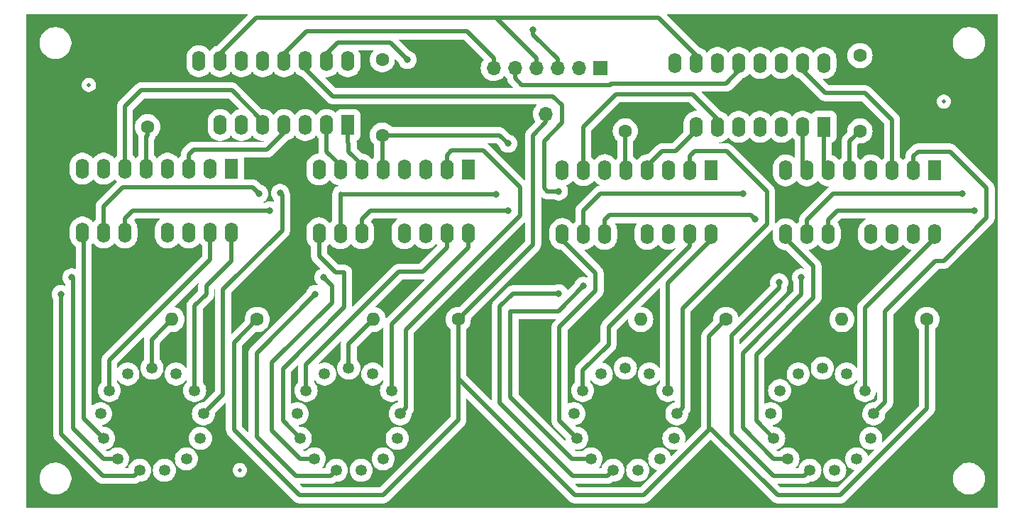
<source format=gbr>
%TF.GenerationSoftware,KiCad,Pcbnew,8.0.4*%
%TF.CreationDate,2024-07-28T18:14:57+03:00*%
%TF.ProjectId,nixie_clock,6e697869-655f-4636-9c6f-636b2e6b6963,rev?*%
%TF.SameCoordinates,Original*%
%TF.FileFunction,Copper,L2,Bot*%
%TF.FilePolarity,Positive*%
%FSLAX46Y46*%
G04 Gerber Fmt 4.6, Leading zero omitted, Abs format (unit mm)*
G04 Created by KiCad (PCBNEW 8.0.4) date 2024-07-28 18:14:57*
%MOMM*%
%LPD*%
G01*
G04 APERTURE LIST*
%TA.AperFunction,SMDPad,CuDef*%
%ADD10C,0.500000*%
%TD*%
%TA.AperFunction,ComponentPad*%
%ADD11R,1.600000X2.400000*%
%TD*%
%TA.AperFunction,ComponentPad*%
%ADD12O,1.600000X2.400000*%
%TD*%
%TA.AperFunction,ComponentPad*%
%ADD13R,1.700000X1.700000*%
%TD*%
%TA.AperFunction,ComponentPad*%
%ADD14O,1.700000X1.700000*%
%TD*%
%TA.AperFunction,ComponentPad*%
%ADD15C,1.600000*%
%TD*%
%TA.AperFunction,ComponentPad*%
%ADD16C,1.346200*%
%TD*%
%TA.AperFunction,ComponentPad*%
%ADD17O,1.600000X1.600000*%
%TD*%
%TA.AperFunction,ViaPad*%
%ADD18C,0.800000*%
%TD*%
%TA.AperFunction,Conductor*%
%ADD19C,0.500000*%
%TD*%
G04 APERTURE END LIST*
D10*
%TO.P,FID6,*%
%TO.N,*%
X132000000Y-124000000D03*
%TD*%
%TO.P,FID5,*%
%TO.N,*%
X48000000Y-168000000D03*
%TD*%
%TO.P,FID4,*%
%TO.N,*%
X30000000Y-122000000D03*
%TD*%
D11*
%TO.P,U4,1,QB*%
%TO.N,Net-(U4-QB)*%
X60900000Y-126800000D03*
D12*
%TO.P,U4,2,QC*%
%TO.N,Net-(U4-QC)*%
X58360000Y-126800000D03*
%TO.P,U4,3,QD*%
%TO.N,Net-(U4-QD)*%
X55820000Y-126800000D03*
%TO.P,U4,4,QE*%
%TO.N,Net-(U4-QE)*%
X53280000Y-126800000D03*
%TO.P,U4,5,QF*%
%TO.N,Net-(U4-QF)*%
X50740000Y-126800000D03*
%TO.P,U4,6,QG*%
%TO.N,Net-(U4-QG)*%
X48200000Y-126800000D03*
%TO.P,U4,7,QH*%
%TO.N,Net-(U4-QH)*%
X45660000Y-126800000D03*
%TO.P,U4,8,GND*%
%TO.N,GND*%
X43120000Y-126800000D03*
%TO.P,U4,9,QH'*%
%TO.N,unconnected-(U4-QH'-Pad9)*%
X43120000Y-119180000D03*
%TO.P,U4,10,~{SRCLR}*%
%TO.N,/~{SRCLR}*%
X45660000Y-119180000D03*
%TO.P,U4,11,SRCLK*%
%TO.N,/SRCLK*%
X48200000Y-119180000D03*
%TO.P,U4,12,RCLK*%
%TO.N,/RCLK*%
X50740000Y-119180000D03*
%TO.P,U4,13,~{OE}*%
%TO.N,/~{OE}*%
X53280000Y-119180000D03*
%TO.P,U4,14,SER*%
%TO.N,Net-(U3-QH)*%
X55820000Y-119180000D03*
%TO.P,U4,15,QA*%
%TO.N,Net-(U4-QA)*%
X58360000Y-119180000D03*
%TO.P,U4,16,VCC*%
%TO.N,+5V*%
X60900000Y-119180000D03*
%TD*%
D11*
%TO.P,U3,1,QB*%
%TO.N,Net-(U3-QB)*%
X117700000Y-127000000D03*
D12*
%TO.P,U3,2,QC*%
%TO.N,Net-(U3-QC)*%
X115160000Y-127000000D03*
%TO.P,U3,3,QD*%
%TO.N,Net-(U3-QD)*%
X112620000Y-127000000D03*
%TO.P,U3,4,QE*%
%TO.N,Net-(U3-QE)*%
X110080000Y-127000000D03*
%TO.P,U3,5,QF*%
%TO.N,Net-(U3-QF)*%
X107540000Y-127000000D03*
%TO.P,U3,6,QG*%
%TO.N,Net-(U3-QG)*%
X105000000Y-127000000D03*
%TO.P,U3,7,QH*%
%TO.N,Net-(U3-QH)*%
X102460000Y-127000000D03*
%TO.P,U3,8,GND*%
%TO.N,GND*%
X99920000Y-127000000D03*
%TO.P,U3,9,QH'*%
%TO.N,unconnected-(U3-QH'-Pad9)*%
X99920000Y-119380000D03*
%TO.P,U3,10,~{SRCLR}*%
%TO.N,/~{SRCLR}*%
X102460000Y-119380000D03*
%TO.P,U3,11,SRCLK*%
%TO.N,/SRCLK*%
X105000000Y-119380000D03*
%TO.P,U3,12,RCLK*%
%TO.N,/RCLK*%
X107540000Y-119380000D03*
%TO.P,U3,13,~{OE}*%
%TO.N,/~{OE}*%
X110080000Y-119380000D03*
%TO.P,U3,14,SER*%
%TO.N,/SER_IN*%
X112620000Y-119380000D03*
%TO.P,U3,15,QA*%
%TO.N,Net-(U3-QA)*%
X115160000Y-119380000D03*
%TO.P,U3,16,VCC*%
%TO.N,+5V*%
X117700000Y-119380000D03*
%TD*%
D13*
%TO.P,J1,1,Pin_1*%
%TO.N,+5V*%
X91000000Y-120000000D03*
D14*
%TO.P,J1,2,Pin_2*%
%TO.N,/SER_IN*%
X88460000Y-120000000D03*
%TO.P,J1,3,Pin_3*%
%TO.N,/SRCLK*%
X85920000Y-120000000D03*
%TO.P,J1,4,Pin_4*%
%TO.N,/~{SRCLR}*%
X83380000Y-120000000D03*
%TO.P,J1,5,Pin_5*%
%TO.N,/RCLK*%
X80840000Y-120000000D03*
%TO.P,J1,6,Pin_6*%
%TO.N,/~{OE}*%
X78300000Y-120000000D03*
%TO.P,J1,7,Pin_7*%
%TO.N,GND*%
X75760000Y-120000000D03*
%TD*%
D15*
%TO.P,C2,1*%
%TO.N,GND*%
X65000000Y-121500000D03*
%TO.P,C2,2*%
%TO.N,+5V*%
X65000000Y-119000000D03*
%TD*%
%TO.P,C1,1*%
%TO.N,GND*%
X122000000Y-121000000D03*
%TO.P,C1,2*%
%TO.N,+5V*%
X122000000Y-118500000D03*
%TD*%
D16*
%TO.P,N3,0,0*%
%TO.N,/hourU0*%
X66092700Y-158484640D03*
%TO.P,N3,1,1*%
%TO.N,/hourU1*%
X55907300Y-158484640D03*
%TO.P,N3,2,2*%
%TO.N,/hourU2*%
X54855740Y-161255780D03*
%TO.P,N3,3,3*%
%TO.N,/hourU3*%
X55213880Y-164194560D03*
%TO.P,N3,4,4*%
%TO.N,/hourU4*%
X56895360Y-166632960D03*
%TO.P,N3,5,5*%
%TO.N,/hourU5*%
X59519180Y-168009640D03*
%TO.P,N3,6,6*%
%TO.N,/hourU6*%
X62480820Y-168009640D03*
%TO.P,N3,7,7*%
%TO.N,/hourU7*%
X65104640Y-166632960D03*
%TO.P,N3,8,8*%
%TO.N,/hourU8*%
X66786120Y-164194560D03*
%TO.P,N3,9,9*%
%TO.N,/hourU9*%
X67144260Y-161255780D03*
%TO.P,N3,A,A*%
%TO.N,Net-(N3-PadA)*%
X61000000Y-155812560D03*
%TO.P,N3,LHDP,LHDP*%
%TO.N,unconnected-(N3-PadLHDP)*%
X58124720Y-156521220D03*
%TO.P,N3,RHDP,RHDP*%
%TO.N,unconnected-(N3-PadRHDP)*%
X63875280Y-156521220D03*
%TD*%
%TO.P,N4,RHDP,RHDP*%
%TO.N,unconnected-(N4-PadRHDP)*%
X40394460Y-156521220D03*
%TO.P,N4,LHDP,LHDP*%
%TO.N,unconnected-(N4-PadLHDP)*%
X34643900Y-156521220D03*
%TO.P,N4,A,A*%
%TO.N,Net-(N4-PadA)*%
X37519180Y-155812560D03*
%TO.P,N4,9,9*%
%TO.N,/hourZ9*%
X43663440Y-161255780D03*
%TO.P,N4,8,8*%
%TO.N,/hourZ8*%
X43305300Y-164194560D03*
%TO.P,N4,7,7*%
%TO.N,/hourZ7*%
X41623820Y-166632960D03*
%TO.P,N4,6,6*%
%TO.N,/hourZ6*%
X39000000Y-168009640D03*
%TO.P,N4,5,5*%
%TO.N,/hourZ5*%
X36038360Y-168009640D03*
%TO.P,N4,4,4*%
%TO.N,/hourZ4*%
X33414540Y-166632960D03*
%TO.P,N4,3,3*%
%TO.N,/hourZ3*%
X31733060Y-164194560D03*
%TO.P,N4,2,2*%
%TO.N,/hourZ2*%
X31374920Y-161255780D03*
%TO.P,N4,1,1*%
%TO.N,/hourZ1*%
X32426480Y-158484640D03*
%TO.P,N4,0,0*%
%TO.N,/hourZ0*%
X42611880Y-158484640D03*
%TD*%
D11*
%TO.P,U8,1,~{Q8}*%
%TO.N,/hourZ8*%
X47000000Y-132000000D03*
D12*
%TO.P,U8,2,~{Q9}*%
%TO.N,/hourZ9*%
X44460000Y-132000000D03*
%TO.P,U8,3,A*%
%TO.N,Net-(U4-QE)*%
X41920000Y-132000000D03*
%TO.P,U8,4,D*%
%TO.N,Net-(U4-QH)*%
X39380000Y-132000000D03*
%TO.P,U8,5,VCC*%
%TO.N,+5V*%
X36840000Y-132000000D03*
%TO.P,U8,6,B*%
%TO.N,Net-(U4-QF)*%
X34300000Y-132000000D03*
%TO.P,U8,7,C*%
%TO.N,Net-(U4-QG)*%
X31760000Y-132000000D03*
%TO.P,U8,8,~{Q2}*%
%TO.N,/hourZ2*%
X29220000Y-132000000D03*
%TO.P,U8,9,~{Q3}*%
%TO.N,/hourZ3*%
X29220000Y-139620000D03*
%TO.P,U8,10,~{Q7}*%
%TO.N,/hourZ7*%
X31760000Y-139620000D03*
%TO.P,U8,11,~{Q6}*%
%TO.N,/hourZ6*%
X34300000Y-139620000D03*
%TO.P,U8,12,GND*%
%TO.N,GND*%
X36840000Y-139620000D03*
%TO.P,U8,13,~{Q4}*%
%TO.N,/hourZ4*%
X39380000Y-139620000D03*
%TO.P,U8,14,~{Q5}*%
%TO.N,/hourZ5*%
X41920000Y-139620000D03*
%TO.P,U8,15,~{Q1}*%
%TO.N,/hourZ1*%
X44460000Y-139620000D03*
%TO.P,U8,16,~{Q0}*%
%TO.N,/hourZ0*%
X47000000Y-139620000D03*
%TD*%
D11*
%TO.P,U6,1,~{Q8}*%
%TO.N,/minZ8*%
X104240000Y-132180000D03*
D12*
%TO.P,U6,2,~{Q9}*%
%TO.N,/minZ9*%
X101700000Y-132180000D03*
%TO.P,U6,3,A*%
%TO.N,Net-(U3-QE)*%
X99160000Y-132180000D03*
%TO.P,U6,4,D*%
%TO.N,Net-(U3-QH)*%
X96620000Y-132180000D03*
%TO.P,U6,5,VCC*%
%TO.N,+5V*%
X94080000Y-132180000D03*
%TO.P,U6,6,B*%
%TO.N,Net-(U3-QF)*%
X91540000Y-132180000D03*
%TO.P,U6,7,C*%
%TO.N,Net-(U3-QG)*%
X89000000Y-132180000D03*
%TO.P,U6,8,~{Q2}*%
%TO.N,/minZ2*%
X86460000Y-132180000D03*
%TO.P,U6,9,~{Q3}*%
%TO.N,/minZ3*%
X86460000Y-139800000D03*
%TO.P,U6,10,~{Q7}*%
%TO.N,/minZ7*%
X89000000Y-139800000D03*
%TO.P,U6,11,~{Q6}*%
%TO.N,/minZ6*%
X91540000Y-139800000D03*
%TO.P,U6,12,GND*%
%TO.N,GND*%
X94080000Y-139800000D03*
%TO.P,U6,13,~{Q4}*%
%TO.N,/minZ4*%
X96620000Y-139800000D03*
%TO.P,U6,14,~{Q5}*%
%TO.N,/minZ5*%
X99160000Y-139800000D03*
%TO.P,U6,15,~{Q1}*%
%TO.N,/minZ1*%
X101700000Y-139800000D03*
%TO.P,U6,16,~{Q0}*%
%TO.N,/minZ0*%
X104240000Y-139800000D03*
%TD*%
D11*
%TO.P,U5,1,~{Q8}*%
%TO.N,/minU8*%
X130900000Y-132200000D03*
D12*
%TO.P,U5,2,~{Q9}*%
%TO.N,/minU9*%
X128360000Y-132200000D03*
%TO.P,U5,3,A*%
%TO.N,Net-(U3-QA)*%
X125820000Y-132200000D03*
%TO.P,U5,4,D*%
%TO.N,Net-(U3-QD)*%
X123280000Y-132200000D03*
%TO.P,U5,5,VCC*%
%TO.N,+5V*%
X120740000Y-132200000D03*
%TO.P,U5,6,B*%
%TO.N,Net-(U3-QB)*%
X118200000Y-132200000D03*
%TO.P,U5,7,C*%
%TO.N,Net-(U3-QC)*%
X115660000Y-132200000D03*
%TO.P,U5,8,~{Q2}*%
%TO.N,/minU2*%
X113120000Y-132200000D03*
%TO.P,U5,9,~{Q3}*%
%TO.N,/minU3*%
X113120000Y-139820000D03*
%TO.P,U5,10,~{Q7}*%
%TO.N,/minU7*%
X115660000Y-139820000D03*
%TO.P,U5,11,~{Q6}*%
%TO.N,/minU6*%
X118200000Y-139820000D03*
%TO.P,U5,12,GND*%
%TO.N,GND*%
X120740000Y-139820000D03*
%TO.P,U5,13,~{Q4}*%
%TO.N,/minU4*%
X123280000Y-139820000D03*
%TO.P,U5,14,~{Q5}*%
%TO.N,/minU5*%
X125820000Y-139820000D03*
%TO.P,U5,15,~{Q1}*%
%TO.N,/minU1*%
X128360000Y-139820000D03*
%TO.P,U5,16,~{Q0}*%
%TO.N,/minU0*%
X130900000Y-139820000D03*
%TD*%
D17*
%TO.P,R4,2*%
%TO.N,Net-(N4-PadA)*%
X39920000Y-150000000D03*
D15*
%TO.P,R4,1*%
%TO.N,+170V*%
X50080000Y-150000000D03*
%TD*%
%TO.P,R2,1*%
%TO.N,+170V*%
X106000000Y-150000000D03*
D17*
%TO.P,R2,2*%
%TO.N,Net-(N2-PadA)*%
X95840000Y-150000000D03*
%TD*%
D15*
%TO.P,R1,1*%
%TO.N,+170V*%
X130000000Y-150000000D03*
D17*
%TO.P,R1,2*%
%TO.N,Net-(N1-PadA)*%
X119840000Y-150000000D03*
%TD*%
D16*
%TO.P,N2,RHDP,RHDP*%
%TO.N,unconnected-(N2-PadRHDP)*%
X96875280Y-156521220D03*
%TO.P,N2,LHDP,LHDP*%
%TO.N,unconnected-(N2-PadLHDP)*%
X91124720Y-156521220D03*
%TO.P,N2,A,A*%
%TO.N,Net-(N2-PadA)*%
X94000000Y-155812560D03*
%TO.P,N2,9,9*%
%TO.N,/minZ9*%
X100144260Y-161255780D03*
%TO.P,N2,8,8*%
%TO.N,/minZ8*%
X99786120Y-164194560D03*
%TO.P,N2,7,7*%
%TO.N,/minZ7*%
X98104640Y-166632960D03*
%TO.P,N2,6,6*%
%TO.N,/minZ6*%
X95480820Y-168009640D03*
%TO.P,N2,5,5*%
%TO.N,/minZ5*%
X92519180Y-168009640D03*
%TO.P,N2,4,4*%
%TO.N,/minZ4*%
X89895360Y-166632960D03*
%TO.P,N2,3,3*%
%TO.N,/minZ3*%
X88213880Y-164194560D03*
%TO.P,N2,2,2*%
%TO.N,/minZ2*%
X87855740Y-161255780D03*
%TO.P,N2,1,1*%
%TO.N,/minZ1*%
X88907300Y-158484640D03*
%TO.P,N2,0,0*%
%TO.N,/minZ0*%
X99092700Y-158484640D03*
%TD*%
%TO.P,N1,RHDP,RHDP*%
%TO.N,unconnected-(N1-PadRHDP)*%
X120375280Y-156521220D03*
%TO.P,N1,LHDP,LHDP*%
%TO.N,unconnected-(N1-PadLHDP)*%
X114624720Y-156521220D03*
%TO.P,N1,A,A*%
%TO.N,Net-(N1-PadA)*%
X117500000Y-155812560D03*
%TO.P,N1,9,9*%
%TO.N,/minU9*%
X123644260Y-161255780D03*
%TO.P,N1,8,8*%
%TO.N,/minU8*%
X123286120Y-164194560D03*
%TO.P,N1,7,7*%
%TO.N,/minU7*%
X121604640Y-166632960D03*
%TO.P,N1,6,6*%
%TO.N,/minU6*%
X118980820Y-168009640D03*
%TO.P,N1,5,5*%
%TO.N,/minU5*%
X116019180Y-168009640D03*
%TO.P,N1,4,4*%
%TO.N,/minU4*%
X113395360Y-166632960D03*
%TO.P,N1,3,3*%
%TO.N,/minU3*%
X111713880Y-164194560D03*
%TO.P,N1,2,2*%
%TO.N,/minU2*%
X111355740Y-161255780D03*
%TO.P,N1,1,1*%
%TO.N,/minU1*%
X112407300Y-158484640D03*
%TO.P,N1,0,0*%
%TO.N,/minU0*%
X122592700Y-158484640D03*
%TD*%
D15*
%TO.P,C6,1*%
%TO.N,+5V*%
X37000000Y-127000000D03*
%TO.P,C6,2*%
%TO.N,GND*%
X37000000Y-124500000D03*
%TD*%
%TO.P,C5,1*%
%TO.N,+5V*%
X65000000Y-128000000D03*
%TO.P,C5,2*%
%TO.N,GND*%
X65000000Y-125500000D03*
%TD*%
%TO.P,C4,1*%
%TO.N,GND*%
X94000000Y-125000000D03*
%TO.P,C4,2*%
%TO.N,+5V*%
X94000000Y-127500000D03*
%TD*%
%TO.P,C3,1*%
%TO.N,GND*%
X122000000Y-125000000D03*
%TO.P,C3,2*%
%TO.N,+5V*%
X122000000Y-127500000D03*
%TD*%
D14*
%TO.P,J2,2,Pin_2*%
%TO.N,+170V*%
X84540000Y-125460000D03*
D13*
%TO.P,J2,1,Pin_1*%
%TO.N,GND*%
X82000000Y-125460000D03*
%TD*%
D17*
%TO.P,R3,2*%
%TO.N,Net-(N3-PadA)*%
X63920000Y-150000000D03*
D15*
%TO.P,R3,1*%
%TO.N,+170V*%
X74080000Y-150000000D03*
%TD*%
D11*
%TO.P,U7,1,~{Q8}*%
%TO.N,/hourU8*%
X75240000Y-132100000D03*
D12*
%TO.P,U7,2,~{Q9}*%
%TO.N,/hourU9*%
X72700000Y-132100000D03*
%TO.P,U7,3,A*%
%TO.N,Net-(U4-QA)*%
X70160000Y-132100000D03*
%TO.P,U7,4,D*%
%TO.N,Net-(U4-QD)*%
X67620000Y-132100000D03*
%TO.P,U7,5,VCC*%
%TO.N,+5V*%
X65080000Y-132100000D03*
%TO.P,U7,6,B*%
%TO.N,Net-(U4-QB)*%
X62540000Y-132100000D03*
%TO.P,U7,7,C*%
%TO.N,Net-(U4-QC)*%
X60000000Y-132100000D03*
%TO.P,U7,8,~{Q2}*%
%TO.N,/hourU2*%
X57460000Y-132100000D03*
%TO.P,U7,9,~{Q3}*%
%TO.N,/hourU3*%
X57460000Y-139720000D03*
%TO.P,U7,10,~{Q7}*%
%TO.N,/hourU7*%
X60000000Y-139720000D03*
%TO.P,U7,11,~{Q6}*%
%TO.N,/hourU6*%
X62540000Y-139720000D03*
%TO.P,U7,12,GND*%
%TO.N,GND*%
X65080000Y-139720000D03*
%TO.P,U7,13,~{Q4}*%
%TO.N,/hourU4*%
X67620000Y-139720000D03*
%TO.P,U7,14,~{Q5}*%
%TO.N,/hourU5*%
X70160000Y-139720000D03*
%TO.P,U7,15,~{Q1}*%
%TO.N,/hourU1*%
X72700000Y-139720000D03*
%TO.P,U7,16,~{Q0}*%
%TO.N,/hourU0*%
X75240000Y-139720000D03*
%TD*%
D18*
%TO.N,GND*%
X54000000Y-131000000D03*
X117000000Y-162000000D03*
X94000000Y-162000000D03*
X61000000Y-162000000D03*
X37000000Y-162000000D03*
X110000000Y-131000000D03*
X120000000Y-146000000D03*
%TO.N,/hourZ9*%
X52806981Y-134919034D03*
%TO.N,GND*%
X32000000Y-143000000D03*
X82000000Y-145000000D03*
X87000000Y-144000000D03*
%TO.N,Net-(U4-QA)*%
X68000000Y-119000000D03*
%TO.N,GND*%
X128000000Y-123000000D03*
%TO.N,+5V*%
X80000000Y-129000000D03*
%TO.N,/SRCLK*%
X83000000Y-115450000D03*
%TO.N,Net-(U3-QH)*%
X86060000Y-134705240D03*
%TO.N,GND*%
X104000000Y-170000000D03*
X77000000Y-170000000D03*
X48000000Y-170000000D03*
X41000000Y-153000000D03*
%TO.N,/hourU4*%
X58000000Y-145000000D03*
%TO.N,GND*%
X114000000Y-136000000D03*
X87000000Y-136000000D03*
X57000000Y-136000000D03*
X29000000Y-136000000D03*
X97000000Y-152000000D03*
X89000000Y-151000000D03*
X67000000Y-147000000D03*
X33000000Y-150000000D03*
X64000000Y-153000000D03*
X82000000Y-154000000D03*
X132000000Y-154000000D03*
X121000000Y-153000000D03*
X50000000Y-147000000D03*
%TO.N,/minU5*%
X112349999Y-145599391D03*
%TO.N,/minU4*%
X115000000Y-145000000D03*
%TO.N,/minU6*%
X135650000Y-137000000D03*
%TO.N,/minU7*%
X134200000Y-135000000D03*
%TO.N,/minZ6*%
X109450000Y-138000000D03*
%TO.N,/minZ7*%
X108000000Y-135000000D03*
%TO.N,/minZ5*%
X86059999Y-146889391D03*
%TO.N,/minZ4*%
X89000000Y-146000000D03*
%TO.N,/hourU6*%
X80000000Y-137000000D03*
%TO.N,/hourU7*%
X78540000Y-135045750D03*
%TO.N,/hourU5*%
X57000000Y-147000000D03*
%TO.N,/hourZ5*%
X26651820Y-147000000D03*
%TO.N,/hourZ4*%
X27951820Y-145000000D03*
%TO.N,/hourZ6*%
X51600000Y-137000000D03*
%TO.N,/hourZ7*%
X50300000Y-135000000D03*
%TD*%
D19*
%TO.N,/hourU7*%
X78540000Y-135045750D02*
X60045750Y-135045750D01*
X60045750Y-135045750D02*
X60000000Y-135000000D01*
X60000000Y-135000000D02*
X60000000Y-139720000D01*
%TO.N,/hourU3*%
X57460000Y-139720000D02*
X57460000Y-142460000D01*
X60460000Y-144420000D02*
X60460000Y-148540000D01*
X60460000Y-148540000D02*
X53132640Y-155867360D01*
X57460000Y-142460000D02*
X59420000Y-144420000D01*
X53132640Y-155867360D02*
X53132640Y-162113320D01*
X59420000Y-144420000D02*
X60460000Y-144420000D01*
X53132640Y-162113320D02*
X55213880Y-164194560D01*
%TO.N,+5V*%
X94000000Y-127500000D02*
X94000000Y-132100000D01*
X94000000Y-132100000D02*
X94080000Y-132180000D01*
%TO.N,Net-(U4-QE)*%
X53280000Y-126800000D02*
X53280000Y-127700000D01*
X42470000Y-129750000D02*
X41920000Y-130300000D01*
X41920000Y-130300000D02*
X41920000Y-132000000D01*
X53280000Y-127700000D02*
X51230000Y-129750000D01*
X51230000Y-129750000D02*
X42470000Y-129750000D01*
%TO.N,/hourZ9*%
X53050000Y-139350000D02*
X53050000Y-135162053D01*
X53050000Y-135162053D02*
X52806981Y-134919034D01*
%TO.N,GND*%
X75760000Y-120000000D02*
X72000000Y-120000000D01*
X72000000Y-120000000D02*
X70500000Y-121500000D01*
X70500000Y-121500000D02*
X65000000Y-121500000D01*
%TO.N,Net-(U4-QA)*%
X58360000Y-118280000D02*
X58360000Y-119180000D01*
X68000000Y-119000000D02*
X65930000Y-116930000D01*
X59710000Y-116930000D02*
X58360000Y-118280000D01*
X65930000Y-116930000D02*
X59710000Y-116930000D01*
%TO.N,/RCLK*%
X80840000Y-120000000D02*
X80840000Y-121202081D01*
X80840000Y-121202081D02*
X81637919Y-122000000D01*
X92311522Y-121850000D02*
X105970000Y-121850000D01*
X81637919Y-122000000D02*
X92161522Y-122000000D01*
X92161522Y-122000000D02*
X92311522Y-121850000D01*
X107540000Y-120280000D02*
X107540000Y-119380000D01*
X105970000Y-121850000D02*
X107540000Y-120280000D01*
%TO.N,+5V*%
X79000000Y-128000000D02*
X80000000Y-129000000D01*
X65000000Y-128000000D02*
X79000000Y-128000000D01*
%TO.N,/SRCLK*%
X83000000Y-116000000D02*
X83000000Y-115450000D01*
X85920000Y-118920000D02*
X83000000Y-116000000D01*
X85920000Y-120000000D02*
X85920000Y-118920000D01*
%TO.N,/~{SRCLR}*%
X49940000Y-114000000D02*
X78000000Y-114000000D01*
X78000000Y-114000000D02*
X80000000Y-114000000D01*
X83380000Y-120000000D02*
X83380000Y-118830000D01*
X83380000Y-118830000D02*
X78550000Y-114000000D01*
X78550000Y-114000000D02*
X78000000Y-114000000D01*
%TO.N,/~{OE}*%
X78300000Y-118797919D02*
X78300000Y-120000000D01*
%TO.N,/~{SRCLR}*%
X102460000Y-119380000D02*
X102460000Y-118480000D01*
X102460000Y-118480000D02*
X97980000Y-114000000D01*
X97980000Y-114000000D02*
X80000000Y-114000000D01*
%TO.N,/~{OE}*%
X53280000Y-119180000D02*
X53280000Y-118280000D01*
X53280000Y-118280000D02*
X55930000Y-115630000D01*
X55930000Y-115630000D02*
X75132081Y-115630000D01*
X75132081Y-115630000D02*
X78300000Y-118797919D01*
%TO.N,/SRCLK*%
X48200000Y-119180000D02*
X48200000Y-118280000D01*
%TO.N,/~{SRCLR}*%
X45660000Y-119180000D02*
X45660000Y-118280000D01*
X45660000Y-118280000D02*
X49940000Y-114000000D01*
%TO.N,Net-(U3-QA)*%
X115160000Y-119380000D02*
X115160000Y-120280000D01*
X115160000Y-120280000D02*
X117880000Y-123000000D01*
X117880000Y-123000000D02*
X122616296Y-123000000D01*
X122616296Y-123000000D02*
X125820000Y-126203704D01*
X125820000Y-126203704D02*
X125820000Y-132200000D01*
%TO.N,Net-(U3-QH)*%
X86060000Y-134705240D02*
X84705240Y-134705240D01*
X86440000Y-126560000D02*
X86440000Y-124440000D01*
X84705240Y-134705240D02*
X84300000Y-134300000D01*
X84300000Y-134300000D02*
X84300000Y-128700000D01*
X84300000Y-128700000D02*
X86440000Y-126560000D01*
X86440000Y-124440000D02*
X85350000Y-123350000D01*
X59090000Y-123350000D02*
X55820000Y-120080000D01*
X85350000Y-123350000D02*
X59090000Y-123350000D01*
X55820000Y-120080000D02*
X55820000Y-119180000D01*
%TO.N,+5V*%
X122000000Y-127500000D02*
X120740000Y-128760000D01*
X120740000Y-128760000D02*
X120740000Y-132200000D01*
%TO.N,Net-(U3-QG)*%
X105000000Y-127000000D02*
X105000000Y-126100000D01*
X105000000Y-126100000D02*
X102050000Y-123150000D01*
X102050000Y-123150000D02*
X92850000Y-123150000D01*
X92850000Y-123150000D02*
X89000000Y-127000000D01*
X89000000Y-127000000D02*
X89000000Y-132180000D01*
%TO.N,Net-(U4-QF)*%
X50740000Y-126800000D02*
X50740000Y-126323705D01*
X50740000Y-126323705D02*
X47066295Y-122650000D01*
X47066295Y-122650000D02*
X36233704Y-122650000D01*
X36233704Y-122650000D02*
X34300000Y-124583704D01*
X34300000Y-124583704D02*
X34300000Y-132000000D01*
%TO.N,+5V*%
X37000000Y-127000000D02*
X37000000Y-128000000D01*
X37000000Y-128000000D02*
X36840000Y-128160000D01*
X36840000Y-128160000D02*
X36840000Y-132000000D01*
X37000000Y-131840000D02*
X36840000Y-132000000D01*
X65000000Y-128000000D02*
X65000000Y-132020000D01*
X65000000Y-132020000D02*
X65080000Y-132100000D01*
%TO.N,Net-(U4-QC)*%
X58360000Y-126800000D02*
X58360000Y-129983705D01*
X58360000Y-129983705D02*
X60000000Y-131623705D01*
X60000000Y-131623705D02*
X60000000Y-132100000D01*
%TO.N,Net-(U4-QB)*%
X60900000Y-128900000D02*
X61000000Y-129000000D01*
X60900000Y-126800000D02*
X60900000Y-128900000D01*
X61000000Y-130000000D02*
X62540000Y-131540000D01*
X62540000Y-131540000D02*
X62540000Y-132100000D01*
X61000000Y-129000000D02*
X61000000Y-130000000D01*
%TO.N,Net-(U3-QH)*%
X102460000Y-127000000D02*
X102460000Y-127476295D01*
X102460000Y-127476295D02*
X100006295Y-129930000D01*
X98393705Y-129930000D02*
X96620000Y-131703705D01*
X100006295Y-129930000D02*
X98393705Y-129930000D01*
X96620000Y-131703705D02*
X96620000Y-132180000D01*
%TO.N,Net-(U3-QC)*%
X115160000Y-127000000D02*
X115160000Y-131700000D01*
X115160000Y-131700000D02*
X115660000Y-132200000D01*
%TO.N,Net-(U3-QB)*%
X117700000Y-127000000D02*
X117700000Y-131700000D01*
X117700000Y-131700000D02*
X118200000Y-132200000D01*
%TO.N,/minU9*%
X128910000Y-129950000D02*
X132750000Y-129950000D01*
X132750000Y-129950000D02*
X137100000Y-134300000D01*
%TO.N,/minU3*%
X113120000Y-139820000D02*
X113120000Y-140296295D01*
X113120000Y-140296295D02*
X116450000Y-143626295D01*
%TO.N,+170V*%
X83000000Y-128000000D02*
X84540000Y-126460000D01*
X84540000Y-126460000D02*
X84540000Y-125460000D01*
%TO.N,/minU9*%
X132000000Y-143000000D02*
X137100000Y-137900000D01*
X128910000Y-129950000D02*
X128360000Y-130500000D01*
X137100000Y-137900000D02*
X137100000Y-134300000D01*
X128360000Y-130500000D02*
X128360000Y-132200000D01*
%TO.N,/minZ1*%
X92000000Y-150917818D02*
X92000000Y-153000000D01*
X88907300Y-156092700D02*
X88907300Y-158484640D01*
X101700000Y-141217818D02*
X92000000Y-150917818D01*
X101700000Y-139800000D02*
X101700000Y-141217818D01*
X92000000Y-153000000D02*
X88907300Y-156092700D01*
%TO.N,/hourZ1*%
X32426480Y-158484640D02*
X32426480Y-154877224D01*
X32426480Y-154877224D02*
X44460000Y-142843704D01*
X44460000Y-142843704D02*
X44460000Y-139620000D01*
%TO.N,+170V*%
X119674432Y-171000000D02*
X112161522Y-171000000D01*
X104161522Y-163000000D02*
X104000000Y-163000000D01*
X112161522Y-171000000D02*
X104161522Y-163000000D01*
X104000000Y-152000000D02*
X104000000Y-163000000D01*
X88000000Y-171000000D02*
X96174432Y-171000000D01*
X96174432Y-171000000D02*
X104000000Y-163174432D01*
X104000000Y-163174432D02*
X104000000Y-163000000D01*
X65080000Y-171000000D02*
X74080000Y-162000000D01*
X74080000Y-162000000D02*
X74080000Y-157080000D01*
X74080000Y-150000000D02*
X74080000Y-152000000D01*
X74080000Y-157080000D02*
X74080000Y-152000000D01*
X88000000Y-171000000D02*
X74080000Y-157080000D01*
X47300000Y-152780000D02*
X47300000Y-163138478D01*
X50080000Y-150000000D02*
X47300000Y-152780000D01*
X47300000Y-163138478D02*
X55161522Y-171000000D01*
X55161522Y-171000000D02*
X65080000Y-171000000D01*
X106000000Y-150000000D02*
X104000000Y-152000000D01*
X130000000Y-150000000D02*
X130000000Y-160674432D01*
X130000000Y-160674432D02*
X119674432Y-171000000D01*
%TO.N,/minU3*%
X111713880Y-164194560D02*
X109632640Y-162113320D01*
X109632640Y-154205838D02*
X116450000Y-147388478D01*
X109632640Y-162113320D02*
X109632640Y-154205838D01*
X116450000Y-147388478D02*
X116450000Y-143626295D01*
%TO.N,/minU5*%
X116019180Y-168009640D02*
X115346080Y-168682740D01*
X106700000Y-163700000D02*
X106700000Y-151916296D01*
X115346080Y-168682740D02*
X111682740Y-168682740D01*
X106700000Y-151916296D02*
X112349999Y-146266297D01*
X112349999Y-146266297D02*
X112349999Y-145599391D01*
X111682740Y-168682740D02*
X106700000Y-163700000D01*
%TO.N,/minU4*%
X113395360Y-166632960D02*
X111715448Y-166632960D01*
X108000000Y-162917512D02*
X108000000Y-154000000D01*
X111715448Y-166632960D02*
X108000000Y-162917512D01*
X108000000Y-154000000D02*
X115000000Y-147000000D01*
X115000000Y-147000000D02*
X115000000Y-145000000D01*
%TO.N,/minU6*%
X135650000Y-137000000D02*
X119320000Y-137000000D01*
X118200000Y-138120000D02*
X118200000Y-139820000D01*
X119320000Y-137000000D02*
X118200000Y-138120000D01*
%TO.N,/minU7*%
X134200000Y-135000000D02*
X118780000Y-135000000D01*
X118780000Y-135000000D02*
X115660000Y-138120000D01*
X115660000Y-138120000D02*
X115660000Y-139820000D01*
%TO.N,/minU9*%
X131000000Y-143000000D02*
X132000000Y-143000000D01*
X125000000Y-149000000D02*
X131000000Y-143000000D01*
X123644260Y-161255780D02*
X125000000Y-159900040D01*
X125000000Y-159900040D02*
X125000000Y-149000000D01*
%TO.N,/minU0*%
X122592700Y-158484640D02*
X122592700Y-148603595D01*
X122592700Y-148603595D02*
X130900000Y-140296295D01*
X130900000Y-140296295D02*
X130900000Y-139820000D01*
%TO.N,/minZ9*%
X100144260Y-161255780D02*
X100817360Y-160582680D01*
X100817360Y-160582680D02*
X100817360Y-148683250D01*
X101700000Y-130480000D02*
X101700000Y-132180000D01*
X100817360Y-148683250D02*
X110900000Y-138600610D01*
X106090000Y-129930000D02*
X102250000Y-129930000D01*
X110900000Y-138600610D02*
X110900000Y-134740000D01*
X110900000Y-134740000D02*
X106090000Y-129930000D01*
X102250000Y-129930000D02*
X101700000Y-130480000D01*
%TO.N,/minZ6*%
X109000000Y-137550000D02*
X92090000Y-137550000D01*
X91540000Y-138100000D02*
X91540000Y-139800000D01*
X109450000Y-138000000D02*
X109000000Y-137550000D01*
X92090000Y-137550000D02*
X91540000Y-138100000D01*
%TO.N,/minZ7*%
X91000000Y-135000000D02*
X89000000Y-137000000D01*
X108000000Y-135000000D02*
X91000000Y-135000000D01*
X89000000Y-137000000D02*
X89000000Y-139800000D01*
%TO.N,/minZ0*%
X99092700Y-158484640D02*
X99092700Y-145663596D01*
X99092700Y-145663596D02*
X104240000Y-140516296D01*
X104240000Y-140516296D02*
X104240000Y-139800000D01*
%TO.N,/minZ3*%
X86132640Y-162113320D02*
X86132640Y-150917970D01*
X86132640Y-150917970D02*
X90450000Y-146600610D01*
X90450000Y-146600610D02*
X90450000Y-144450000D01*
X90450000Y-144450000D02*
X86460000Y-140460000D01*
X86460000Y-140460000D02*
X86460000Y-139800000D01*
%TO.N,/minZ5*%
X86059999Y-146889391D02*
X80572131Y-146889391D01*
X80572131Y-146889391D02*
X79000000Y-148461522D01*
X79000000Y-148461522D02*
X79000000Y-160000000D01*
%TO.N,/minZ4*%
X86000000Y-149000000D02*
X89000000Y-146000000D01*
X80300000Y-149000000D02*
X86000000Y-149000000D01*
%TO.N,/minZ3*%
X88213880Y-164194560D02*
X86132640Y-162113320D01*
X86132640Y-140127360D02*
X86460000Y-139800000D01*
%TO.N,/minZ4*%
X80300000Y-159300000D02*
X80300000Y-149000000D01*
X87632960Y-166632960D02*
X80300000Y-159300000D01*
X89895360Y-166632960D02*
X87632960Y-166632960D01*
%TO.N,/minZ5*%
X87682740Y-168682740D02*
X79000000Y-160000000D01*
X91846080Y-168682740D02*
X87682740Y-168682740D01*
X92519180Y-168009640D02*
X91846080Y-168682740D01*
%TO.N,+170V*%
X83000000Y-128000000D02*
X83000000Y-141080000D01*
X83000000Y-141080000D02*
X74080000Y-150000000D01*
%TO.N,/hourU9*%
X67144260Y-161255780D02*
X67817360Y-160582680D01*
X67817360Y-160582680D02*
X67817360Y-151233250D01*
X67817360Y-151233250D02*
X81450000Y-137600610D01*
X81450000Y-137600610D02*
X81450000Y-134210000D01*
X81450000Y-134210000D02*
X77090000Y-129850000D01*
X77090000Y-129850000D02*
X73250000Y-129850000D01*
X73250000Y-129850000D02*
X72700000Y-130400000D01*
X72700000Y-130400000D02*
X72700000Y-132100000D01*
%TO.N,/hourU6*%
X80000000Y-137000000D02*
X63560000Y-137000000D01*
%TO.N,/hourU7*%
X78504250Y-135010000D02*
X78540000Y-135045750D01*
%TO.N,/hourU0*%
X75240000Y-139720000D02*
X75240000Y-141420000D01*
X75240000Y-141420000D02*
X66092700Y-150567300D01*
X66092700Y-150567300D02*
X66092700Y-158484640D01*
%TO.N,/hourU1*%
X72700000Y-139720000D02*
X72700000Y-141420000D01*
X72700000Y-141420000D02*
X69820000Y-144300000D01*
X69820000Y-144300000D02*
X67003704Y-144300000D01*
%TO.N,/hourU6*%
X63560000Y-137000000D02*
X62540000Y-138020000D01*
X62540000Y-138020000D02*
X62540000Y-139720000D01*
%TO.N,/hourZ9*%
X43663440Y-161255780D02*
X46000000Y-158919220D01*
X46000000Y-158919220D02*
X46000000Y-146400000D01*
X46000000Y-146400000D02*
X53050000Y-139350000D01*
%TO.N,/hourZ0*%
X42611880Y-148388120D02*
X44000000Y-147000000D01*
X44000000Y-146000000D02*
X47000000Y-143000000D01*
X42611880Y-158484640D02*
X42611880Y-148388120D01*
X44000000Y-147000000D02*
X44000000Y-146000000D01*
X47000000Y-143000000D02*
X47000000Y-139620000D01*
%TO.N,Net-(N4-PadA)*%
X37519180Y-155812560D02*
X37519180Y-152400820D01*
X37519180Y-152400820D02*
X39920000Y-150000000D01*
%TO.N,Net-(N3-PadA)*%
X61000000Y-155812560D02*
X61000000Y-152920000D01*
X61000000Y-152920000D02*
X63920000Y-150000000D01*
%TO.N,/hourU1*%
X55907300Y-158484640D02*
X55907300Y-155396404D01*
X55907300Y-155396404D02*
X67003704Y-144300000D01*
%TO.N,/hourU4*%
X59000000Y-146000000D02*
X58000000Y-145000000D01*
X51832640Y-155167360D02*
X59000000Y-148000000D01*
X51832640Y-163250152D02*
X51832640Y-155167360D01*
X59000000Y-148000000D02*
X59000000Y-146000000D01*
X55215448Y-166632960D02*
X51832640Y-163250152D01*
%TO.N,/hourU5*%
X54682740Y-168682740D02*
X58846080Y-168682740D01*
X50000000Y-154000000D02*
X50000000Y-164000000D01*
X58846080Y-168682740D02*
X59519180Y-168009640D01*
X57000000Y-147000000D02*
X50000000Y-154000000D01*
X50000000Y-164000000D02*
X54682740Y-168682740D01*
%TO.N,/hourU4*%
X55215448Y-166632960D02*
X56895360Y-166632960D01*
%TO.N,/hourZ5*%
X26651820Y-163651820D02*
X26651820Y-147000000D01*
X27000000Y-164000000D02*
X26651820Y-163651820D01*
X31682740Y-168682740D02*
X27000000Y-164000000D01*
%TO.N,/hourZ4*%
X28101820Y-163000152D02*
X28101820Y-145150000D01*
X28101820Y-145150000D02*
X27951820Y-145000000D01*
%TO.N,/hourZ3*%
X31733060Y-164194560D02*
X29401820Y-161863320D01*
X29401820Y-139801820D02*
X29220000Y-139620000D01*
X29401820Y-161863320D02*
X29401820Y-139801820D01*
%TO.N,/hourZ6*%
X35220000Y-137000000D02*
X34300000Y-137920000D01*
X51600000Y-137000000D02*
X35220000Y-137000000D01*
X34300000Y-137920000D02*
X34300000Y-139620000D01*
%TO.N,/hourZ7*%
X49550000Y-134250000D02*
X34000000Y-134250000D01*
X50300000Y-135000000D02*
X49550000Y-134250000D01*
X31760000Y-136490000D02*
X31760000Y-139620000D01*
X34000000Y-134250000D02*
X31760000Y-136490000D01*
%TO.N,/hourZ4*%
X33414540Y-166632960D02*
X31734628Y-166632960D01*
X31734628Y-166632960D02*
X28101820Y-163000152D01*
%TO.N,/hourZ5*%
X36038360Y-168009640D02*
X35365260Y-168682740D01*
X35365260Y-168682740D02*
X31682740Y-168682740D01*
%TD*%
%TA.AperFunction,Conductor*%
%TO.N,GND*%
G36*
X48961642Y-113564852D02*
G01*
X48975994Y-113599500D01*
X48961642Y-113634148D01*
X45273564Y-117322224D01*
X45254058Y-117334178D01*
X45084006Y-117389432D01*
X44873572Y-117496653D01*
X44682483Y-117635488D01*
X44515488Y-117802483D01*
X44429642Y-117920639D01*
X44397665Y-117940234D01*
X44361198Y-117931479D01*
X44350358Y-117920639D01*
X44264517Y-117802490D01*
X44264513Y-117802486D01*
X44264511Y-117802483D01*
X44097516Y-117635488D01*
X44097517Y-117635488D01*
X43953074Y-117530544D01*
X43906433Y-117496657D01*
X43906431Y-117496656D01*
X43906427Y-117496653D01*
X43695993Y-117389432D01*
X43471368Y-117316447D01*
X43471365Y-117316446D01*
X43292167Y-117288064D01*
X43238092Y-117279500D01*
X43001908Y-117279500D01*
X42958009Y-117286452D01*
X42768634Y-117316446D01*
X42768631Y-117316447D01*
X42544006Y-117389432D01*
X42333572Y-117496653D01*
X42142483Y-117635488D01*
X41975488Y-117802483D01*
X41836653Y-117993572D01*
X41729432Y-118204006D01*
X41656447Y-118428631D01*
X41656446Y-118428634D01*
X41624770Y-118628632D01*
X41619500Y-118661908D01*
X41619500Y-119698092D01*
X41622434Y-119716616D01*
X41656446Y-119931365D01*
X41656447Y-119931368D01*
X41729432Y-120155993D01*
X41836653Y-120366427D01*
X41836656Y-120366431D01*
X41836657Y-120366433D01*
X41975483Y-120557510D01*
X41975485Y-120557512D01*
X41975488Y-120557516D01*
X42142483Y-120724511D01*
X42142486Y-120724513D01*
X42142490Y-120724517D01*
X42333567Y-120863343D01*
X42333569Y-120863344D01*
X42333572Y-120863346D01*
X42481306Y-120938620D01*
X42544008Y-120970568D01*
X42768632Y-121043553D01*
X43001908Y-121080500D01*
X43001909Y-121080500D01*
X43238091Y-121080500D01*
X43238092Y-121080500D01*
X43471368Y-121043553D01*
X43695992Y-120970568D01*
X43906433Y-120863343D01*
X44097510Y-120724517D01*
X44264517Y-120557510D01*
X44350358Y-120439359D01*
X44382335Y-120419765D01*
X44418802Y-120428520D01*
X44429641Y-120439359D01*
X44515483Y-120557510D01*
X44515485Y-120557512D01*
X44515488Y-120557516D01*
X44682483Y-120724511D01*
X44682486Y-120724513D01*
X44682490Y-120724517D01*
X44873567Y-120863343D01*
X44873569Y-120863344D01*
X44873572Y-120863346D01*
X45021306Y-120938620D01*
X45084008Y-120970568D01*
X45308632Y-121043553D01*
X45541908Y-121080500D01*
X45541909Y-121080500D01*
X45778091Y-121080500D01*
X45778092Y-121080500D01*
X46011368Y-121043553D01*
X46235992Y-120970568D01*
X46446433Y-120863343D01*
X46637510Y-120724517D01*
X46804517Y-120557510D01*
X46890358Y-120439359D01*
X46922335Y-120419765D01*
X46958802Y-120428520D01*
X46969641Y-120439359D01*
X47055483Y-120557510D01*
X47055485Y-120557512D01*
X47055488Y-120557516D01*
X47222483Y-120724511D01*
X47222486Y-120724513D01*
X47222490Y-120724517D01*
X47413567Y-120863343D01*
X47413569Y-120863344D01*
X47413572Y-120863346D01*
X47561306Y-120938620D01*
X47624008Y-120970568D01*
X47848632Y-121043553D01*
X48081908Y-121080500D01*
X48081909Y-121080500D01*
X48318091Y-121080500D01*
X48318092Y-121080500D01*
X48551368Y-121043553D01*
X48775992Y-120970568D01*
X48986433Y-120863343D01*
X49177510Y-120724517D01*
X49344517Y-120557510D01*
X49430358Y-120439359D01*
X49462335Y-120419765D01*
X49498802Y-120428520D01*
X49509641Y-120439359D01*
X49595483Y-120557510D01*
X49595485Y-120557512D01*
X49595488Y-120557516D01*
X49762483Y-120724511D01*
X49762486Y-120724513D01*
X49762490Y-120724517D01*
X49953567Y-120863343D01*
X49953569Y-120863344D01*
X49953572Y-120863346D01*
X50101306Y-120938620D01*
X50164008Y-120970568D01*
X50388632Y-121043553D01*
X50621908Y-121080500D01*
X50621909Y-121080500D01*
X50858091Y-121080500D01*
X50858092Y-121080500D01*
X51091368Y-121043553D01*
X51315992Y-120970568D01*
X51526433Y-120863343D01*
X51717510Y-120724517D01*
X51884517Y-120557510D01*
X51970358Y-120439359D01*
X52002335Y-120419765D01*
X52038802Y-120428520D01*
X52049641Y-120439359D01*
X52135483Y-120557510D01*
X52135485Y-120557512D01*
X52135488Y-120557516D01*
X52302483Y-120724511D01*
X52302486Y-120724513D01*
X52302490Y-120724517D01*
X52493567Y-120863343D01*
X52493569Y-120863344D01*
X52493572Y-120863346D01*
X52641306Y-120938620D01*
X52704008Y-120970568D01*
X52928632Y-121043553D01*
X53161908Y-121080500D01*
X53161909Y-121080500D01*
X53398091Y-121080500D01*
X53398092Y-121080500D01*
X53631368Y-121043553D01*
X53855992Y-120970568D01*
X54066433Y-120863343D01*
X54257510Y-120724517D01*
X54424517Y-120557510D01*
X54510358Y-120439359D01*
X54542335Y-120419765D01*
X54578802Y-120428520D01*
X54589641Y-120439359D01*
X54675483Y-120557510D01*
X54675485Y-120557512D01*
X54675488Y-120557516D01*
X54842483Y-120724511D01*
X54842486Y-120724513D01*
X54842490Y-120724517D01*
X55033567Y-120863343D01*
X55033569Y-120863344D01*
X55033572Y-120863346D01*
X55181306Y-120938620D01*
X55244008Y-120970568D01*
X55414058Y-121025820D01*
X55433564Y-121037774D01*
X58351698Y-123955908D01*
X58484092Y-124088302D01*
X58639769Y-124192322D01*
X58639774Y-124192324D01*
X58812741Y-124263970D01*
X58812743Y-124263970D01*
X58812749Y-124263973D01*
X58858657Y-124273104D01*
X58904555Y-124282234D01*
X58904560Y-124282234D01*
X58904566Y-124282236D01*
X58996383Y-124300500D01*
X58996384Y-124300500D01*
X83384975Y-124300500D01*
X83419623Y-124314852D01*
X83433975Y-124349500D01*
X83422235Y-124381323D01*
X83281741Y-124545820D01*
X83281737Y-124545826D01*
X83154226Y-124753904D01*
X83154222Y-124753912D01*
X83060827Y-124979387D01*
X83003854Y-125216695D01*
X82984706Y-125460000D01*
X83003854Y-125703304D01*
X83060827Y-125940612D01*
X83154222Y-126166087D01*
X83154226Y-126166095D01*
X83261507Y-126341162D01*
X83267374Y-126378203D01*
X83254376Y-126401412D01*
X82261696Y-127394093D01*
X82261695Y-127394094D01*
X82157675Y-127549773D01*
X82120546Y-127639413D01*
X82120546Y-127639414D01*
X82086028Y-127722745D01*
X82086026Y-127722751D01*
X82080173Y-127752178D01*
X82049500Y-127906384D01*
X82049500Y-127906387D01*
X82049500Y-133346994D01*
X82035148Y-133381642D01*
X82000500Y-133395994D01*
X81965852Y-133381642D01*
X77695905Y-129111695D01*
X77627075Y-129065705D01*
X77588965Y-129040240D01*
X77568131Y-129009060D01*
X77575447Y-128972277D01*
X77606629Y-128951442D01*
X77616189Y-128950500D01*
X78585994Y-128950500D01*
X78620642Y-128964852D01*
X78926368Y-129270578D01*
X78938849Y-129291816D01*
X78969416Y-129399245D01*
X78969420Y-129399255D01*
X79060325Y-129581818D01*
X79060326Y-129581820D01*
X79060327Y-129581821D01*
X79066500Y-129589995D01*
X79183233Y-129744576D01*
X79183236Y-129744579D01*
X79333954Y-129881977D01*
X79333955Y-129881978D01*
X79333959Y-129881981D01*
X79507363Y-129989348D01*
X79697544Y-130063024D01*
X79898024Y-130100500D01*
X79898026Y-130100500D01*
X80101974Y-130100500D01*
X80101976Y-130100500D01*
X80302456Y-130063024D01*
X80492637Y-129989348D01*
X80666041Y-129881981D01*
X80816764Y-129744579D01*
X80939673Y-129581821D01*
X81030582Y-129399250D01*
X81086397Y-129203083D01*
X81105215Y-129000000D01*
X81086397Y-128796917D01*
X81030582Y-128600750D01*
X80939673Y-128418179D01*
X80857809Y-128309773D01*
X80816766Y-128255423D01*
X80816763Y-128255420D01*
X80666045Y-128118022D01*
X80666042Y-128118020D01*
X80666041Y-128118019D01*
X80492637Y-128010652D01*
X80492634Y-128010651D01*
X80492633Y-128010650D01*
X80302454Y-127936975D01*
X80291209Y-127934873D01*
X80265566Y-127921356D01*
X79605905Y-127261695D01*
X79528593Y-127210038D01*
X79450230Y-127157677D01*
X79450226Y-127157675D01*
X79450224Y-127157674D01*
X79348901Y-127115705D01*
X79277251Y-127086027D01*
X79176105Y-127065908D01*
X79155483Y-127061806D01*
X79093620Y-127049500D01*
X79093617Y-127049500D01*
X79093616Y-127049500D01*
X66185985Y-127049500D01*
X66151337Y-127035148D01*
X66149960Y-127033714D01*
X66019744Y-126892262D01*
X66019743Y-126892261D01*
X66019741Y-126892259D01*
X65823513Y-126739529D01*
X65823512Y-126739528D01*
X65823509Y-126739526D01*
X65823504Y-126739523D01*
X65823499Y-126739520D01*
X65604817Y-126621175D01*
X65604811Y-126621172D01*
X65604810Y-126621172D01*
X65585962Y-126614701D01*
X65369615Y-126540429D01*
X65308294Y-126530196D01*
X65124335Y-126499500D01*
X64875665Y-126499500D01*
X64728497Y-126524057D01*
X64630384Y-126540429D01*
X64395192Y-126621171D01*
X64395182Y-126621175D01*
X64176500Y-126739520D01*
X64176486Y-126739529D01*
X63980255Y-126892262D01*
X63980254Y-126892262D01*
X63811834Y-127075215D01*
X63675832Y-127283383D01*
X63675825Y-127283395D01*
X63580814Y-127500000D01*
X63575937Y-127511119D01*
X63565745Y-127551365D01*
X63515996Y-127747821D01*
X63514892Y-127752179D01*
X63494357Y-128000000D01*
X63514892Y-128247821D01*
X63574535Y-128483346D01*
X63575938Y-128488883D01*
X63675825Y-128716604D01*
X63675832Y-128716616D01*
X63811834Y-128924784D01*
X63980254Y-129107737D01*
X63985345Y-129111699D01*
X64030596Y-129146919D01*
X64049124Y-129179524D01*
X64049500Y-129185586D01*
X64049500Y-130588176D01*
X64035148Y-130622824D01*
X63935488Y-130722483D01*
X63849642Y-130840639D01*
X63817665Y-130860234D01*
X63781198Y-130851479D01*
X63770358Y-130840639D01*
X63757167Y-130822483D01*
X63684517Y-130722490D01*
X63684513Y-130722486D01*
X63684511Y-130722483D01*
X63517516Y-130555488D01*
X63517517Y-130555488D01*
X63425045Y-130488303D01*
X63326433Y-130416657D01*
X63326431Y-130416656D01*
X63326427Y-130416653D01*
X63115993Y-130309432D01*
X62891368Y-130236447D01*
X62891365Y-130236446D01*
X62701556Y-130206384D01*
X62658092Y-130199500D01*
X62658091Y-130199500D01*
X62564006Y-130199500D01*
X62529358Y-130185148D01*
X61964852Y-129620642D01*
X61950500Y-129585994D01*
X61950500Y-128906383D01*
X61948892Y-128898302D01*
X61948891Y-128898299D01*
X61948404Y-128895852D01*
X61920482Y-128755472D01*
X61913973Y-128722749D01*
X61913969Y-128722739D01*
X61913274Y-128720447D01*
X61914070Y-128720205D01*
X61914069Y-128685483D01*
X61940586Y-128658963D01*
X61944749Y-128657455D01*
X61989606Y-128643478D01*
X62135185Y-128555472D01*
X62255472Y-128435185D01*
X62343478Y-128289606D01*
X62356281Y-128248520D01*
X62394085Y-128127201D01*
X62394085Y-128127198D01*
X62394086Y-128127196D01*
X62400500Y-128056616D01*
X62400500Y-125543384D01*
X62394086Y-125472804D01*
X62394085Y-125472801D01*
X62394085Y-125472798D01*
X62343479Y-125310396D01*
X62343479Y-125310395D01*
X62255472Y-125164815D01*
X62135184Y-125044527D01*
X61989604Y-124956520D01*
X61827201Y-124905914D01*
X61795114Y-124902998D01*
X61756616Y-124899500D01*
X60043384Y-124899500D01*
X60008094Y-124902707D01*
X59972798Y-124905914D01*
X59810396Y-124956520D01*
X59810395Y-124956520D01*
X59664815Y-125044527D01*
X59544527Y-125164815D01*
X59464727Y-125296820D01*
X59434520Y-125319046D01*
X59397444Y-125313403D01*
X59388146Y-125306118D01*
X59337516Y-125255488D01*
X59337517Y-125255488D01*
X59274126Y-125209432D01*
X59146433Y-125116657D01*
X59146431Y-125116656D01*
X59146427Y-125116653D01*
X58935993Y-125009432D01*
X58711368Y-124936447D01*
X58711365Y-124936446D01*
X58532167Y-124908064D01*
X58478092Y-124899500D01*
X58241908Y-124899500D01*
X58201411Y-124905914D01*
X58008634Y-124936446D01*
X58008631Y-124936447D01*
X57784006Y-125009432D01*
X57573572Y-125116653D01*
X57382483Y-125255488D01*
X57215488Y-125422483D01*
X57129642Y-125540639D01*
X57097665Y-125560234D01*
X57061198Y-125551479D01*
X57050358Y-125540639D01*
X57050205Y-125540429D01*
X56964517Y-125422490D01*
X56964513Y-125422486D01*
X56964511Y-125422483D01*
X56797516Y-125255488D01*
X56797517Y-125255488D01*
X56734126Y-125209432D01*
X56606433Y-125116657D01*
X56606431Y-125116656D01*
X56606427Y-125116653D01*
X56395993Y-125009432D01*
X56171368Y-124936447D01*
X56171365Y-124936446D01*
X55992167Y-124908064D01*
X55938092Y-124899500D01*
X55701908Y-124899500D01*
X55661411Y-124905914D01*
X55468634Y-124936446D01*
X55468631Y-124936447D01*
X55244006Y-125009432D01*
X55033572Y-125116653D01*
X54842483Y-125255488D01*
X54675488Y-125422483D01*
X54589642Y-125540639D01*
X54557665Y-125560234D01*
X54521198Y-125551479D01*
X54510358Y-125540639D01*
X54510205Y-125540429D01*
X54424517Y-125422490D01*
X54424513Y-125422486D01*
X54424511Y-125422483D01*
X54257516Y-125255488D01*
X54257517Y-125255488D01*
X54194126Y-125209432D01*
X54066433Y-125116657D01*
X54066431Y-125116656D01*
X54066427Y-125116653D01*
X53855993Y-125009432D01*
X53631368Y-124936447D01*
X53631365Y-124936446D01*
X53452167Y-124908064D01*
X53398092Y-124899500D01*
X53161908Y-124899500D01*
X53121411Y-124905914D01*
X52928634Y-124936446D01*
X52928631Y-124936447D01*
X52704006Y-125009432D01*
X52493572Y-125116653D01*
X52302483Y-125255488D01*
X52135488Y-125422483D01*
X52049642Y-125540639D01*
X52017665Y-125560234D01*
X51981198Y-125551479D01*
X51970358Y-125540639D01*
X51970205Y-125540429D01*
X51884517Y-125422490D01*
X51884513Y-125422486D01*
X51884511Y-125422483D01*
X51717516Y-125255488D01*
X51717517Y-125255488D01*
X51654126Y-125209432D01*
X51526433Y-125116657D01*
X51526431Y-125116656D01*
X51526427Y-125116653D01*
X51315993Y-125009432D01*
X51091368Y-124936447D01*
X51091365Y-124936446D01*
X50912167Y-124908064D01*
X50858092Y-124899500D01*
X50858091Y-124899500D01*
X50680301Y-124899500D01*
X50645653Y-124885148D01*
X47672200Y-121911695D01*
X47579301Y-121849622D01*
X47516525Y-121807677D01*
X47516522Y-121807675D01*
X47516521Y-121807675D01*
X47392689Y-121756383D01*
X47343546Y-121736027D01*
X47251728Y-121717763D01*
X47159917Y-121699500D01*
X47159912Y-121699500D01*
X47159911Y-121699500D01*
X36327320Y-121699500D01*
X36140087Y-121699500D01*
X36140083Y-121699500D01*
X36048272Y-121717763D01*
X36023201Y-121722750D01*
X35981541Y-121731036D01*
X35956455Y-121736026D01*
X35956445Y-121736029D01*
X35783478Y-121807675D01*
X35783474Y-121807677D01*
X35783473Y-121807678D01*
X35761744Y-121822197D01*
X35635751Y-121906383D01*
X35627795Y-121911698D01*
X33561695Y-123977798D01*
X33457675Y-124133477D01*
X33433302Y-124192321D01*
X33433302Y-124192322D01*
X33386028Y-124306449D01*
X33386027Y-124306452D01*
X33386027Y-124306453D01*
X33349500Y-124490088D01*
X33349500Y-124490091D01*
X33349500Y-130410892D01*
X33335148Y-130445540D01*
X33329303Y-130450533D01*
X33322485Y-130455486D01*
X33322484Y-130455488D01*
X33155488Y-130622483D01*
X33069642Y-130740639D01*
X33037665Y-130760234D01*
X33001198Y-130751479D01*
X32990358Y-130740639D01*
X32977167Y-130722483D01*
X32904517Y-130622490D01*
X32904513Y-130622486D01*
X32904511Y-130622483D01*
X32737516Y-130455488D01*
X32737517Y-130455488D01*
X32633146Y-130379658D01*
X32546433Y-130316657D01*
X32546431Y-130316656D01*
X32546427Y-130316653D01*
X32335993Y-130209432D01*
X32111368Y-130136447D01*
X32111365Y-130136446D01*
X31932167Y-130108064D01*
X31878092Y-130099500D01*
X31641908Y-130099500D01*
X31601418Y-130105913D01*
X31408634Y-130136446D01*
X31408631Y-130136447D01*
X31184006Y-130209432D01*
X30973572Y-130316653D01*
X30782483Y-130455488D01*
X30615488Y-130622483D01*
X30529642Y-130740639D01*
X30497665Y-130760234D01*
X30461198Y-130751479D01*
X30450358Y-130740639D01*
X30437167Y-130722483D01*
X30364517Y-130622490D01*
X30364513Y-130622486D01*
X30364511Y-130622483D01*
X30197516Y-130455488D01*
X30197517Y-130455488D01*
X30093146Y-130379658D01*
X30006433Y-130316657D01*
X30006431Y-130316656D01*
X30006427Y-130316653D01*
X29795993Y-130209432D01*
X29571368Y-130136447D01*
X29571365Y-130136446D01*
X29392167Y-130108064D01*
X29338092Y-130099500D01*
X29101908Y-130099500D01*
X29061418Y-130105913D01*
X28868634Y-130136446D01*
X28868631Y-130136447D01*
X28644006Y-130209432D01*
X28433572Y-130316653D01*
X28242483Y-130455488D01*
X28075488Y-130622483D01*
X27936653Y-130813572D01*
X27829432Y-131024006D01*
X27756447Y-131248631D01*
X27756446Y-131248634D01*
X27719500Y-131481908D01*
X27719500Y-132518091D01*
X27756446Y-132751365D01*
X27756447Y-132751368D01*
X27829432Y-132975993D01*
X27936653Y-133186427D01*
X27936656Y-133186431D01*
X27936657Y-133186433D01*
X28075483Y-133377510D01*
X28075485Y-133377512D01*
X28075488Y-133377516D01*
X28242483Y-133544511D01*
X28242486Y-133544513D01*
X28242490Y-133544517D01*
X28433567Y-133683343D01*
X28433569Y-133683344D01*
X28433572Y-133683346D01*
X28629828Y-133783343D01*
X28644008Y-133790568D01*
X28868632Y-133863553D01*
X29101908Y-133900500D01*
X29101909Y-133900500D01*
X29338091Y-133900500D01*
X29338092Y-133900500D01*
X29571368Y-133863553D01*
X29795992Y-133790568D01*
X30006433Y-133683343D01*
X30197510Y-133544517D01*
X30364517Y-133377510D01*
X30450358Y-133259359D01*
X30482335Y-133239765D01*
X30518802Y-133248520D01*
X30529641Y-133259359D01*
X30615483Y-133377510D01*
X30615485Y-133377512D01*
X30615488Y-133377516D01*
X30782483Y-133544511D01*
X30782486Y-133544513D01*
X30782490Y-133544517D01*
X30973567Y-133683343D01*
X30973569Y-133683344D01*
X30973572Y-133683346D01*
X31169828Y-133783343D01*
X31184008Y-133790568D01*
X31408632Y-133863553D01*
X31641908Y-133900500D01*
X31641909Y-133900500D01*
X31878091Y-133900500D01*
X31878092Y-133900500D01*
X32111368Y-133863553D01*
X32335992Y-133790568D01*
X32546433Y-133683343D01*
X32737510Y-133544517D01*
X32904517Y-133377510D01*
X32990358Y-133259359D01*
X33022335Y-133239765D01*
X33058802Y-133248520D01*
X33069641Y-133259359D01*
X33155483Y-133377510D01*
X33155485Y-133377512D01*
X33155488Y-133377516D01*
X33307232Y-133529260D01*
X33321584Y-133563908D01*
X33307232Y-133598556D01*
X31021696Y-135884093D01*
X31021695Y-135884094D01*
X30917675Y-136039773D01*
X30911100Y-136055648D01*
X30898517Y-136086027D01*
X30897180Y-136089255D01*
X30846028Y-136212745D01*
X30846026Y-136212751D01*
X30836290Y-136261699D01*
X30809500Y-136396384D01*
X30809500Y-136396387D01*
X30809500Y-138030892D01*
X30795148Y-138065540D01*
X30789303Y-138070533D01*
X30782485Y-138075486D01*
X30782484Y-138075488D01*
X30615488Y-138242483D01*
X30529642Y-138360639D01*
X30497665Y-138380234D01*
X30461198Y-138371479D01*
X30450358Y-138360639D01*
X30417735Y-138315738D01*
X30364517Y-138242490D01*
X30364513Y-138242486D01*
X30364511Y-138242483D01*
X30197516Y-138075488D01*
X30197517Y-138075488D01*
X30112053Y-138013395D01*
X30006433Y-137936657D01*
X30006431Y-137936656D01*
X30006427Y-137936653D01*
X29795993Y-137829432D01*
X29571368Y-137756447D01*
X29571365Y-137756446D01*
X29392167Y-137728064D01*
X29338092Y-137719500D01*
X29101908Y-137719500D01*
X29058009Y-137726452D01*
X28868634Y-137756446D01*
X28868631Y-137756447D01*
X28644006Y-137829432D01*
X28433572Y-137936653D01*
X28242483Y-138075488D01*
X28075488Y-138242483D01*
X27936653Y-138433572D01*
X27829432Y-138644006D01*
X27756447Y-138868631D01*
X27756446Y-138868634D01*
X27719500Y-139101908D01*
X27719500Y-140138091D01*
X27756446Y-140371365D01*
X27756447Y-140371368D01*
X27829432Y-140595993D01*
X27936653Y-140806427D01*
X27936656Y-140806431D01*
X27936657Y-140806433D01*
X28075483Y-140997510D01*
X28075484Y-140997511D01*
X28075488Y-140997516D01*
X28242483Y-141164511D01*
X28242486Y-141164513D01*
X28242490Y-141164517D01*
X28431122Y-141301567D01*
X28450717Y-141333543D01*
X28451320Y-141341208D01*
X28451320Y-143941779D01*
X28436968Y-143976427D01*
X28402320Y-143990779D01*
X28384619Y-143987470D01*
X28254282Y-143936978D01*
X28254280Y-143936977D01*
X28254276Y-143936976D01*
X28053796Y-143899500D01*
X27849844Y-143899500D01*
X27649364Y-143936976D01*
X27649360Y-143936977D01*
X27649357Y-143936978D01*
X27459186Y-144010650D01*
X27285774Y-144118022D01*
X27135056Y-144255420D01*
X27135053Y-144255423D01*
X27012148Y-144418177D01*
X27012145Y-144418181D01*
X26921240Y-144600744D01*
X26921237Y-144600751D01*
X26865423Y-144796914D01*
X26865422Y-144796920D01*
X26846605Y-145000000D01*
X26865422Y-145203079D01*
X26865423Y-145203085D01*
X26921237Y-145399248D01*
X26921240Y-145399255D01*
X27012145Y-145581818D01*
X27012146Y-145581820D01*
X27012147Y-145581821D01*
X27135056Y-145744579D01*
X27135058Y-145744581D01*
X27135059Y-145744582D01*
X27135060Y-145744583D01*
X27135323Y-145744823D01*
X27135370Y-145744923D01*
X27136588Y-145746260D01*
X27136174Y-145746636D01*
X27151267Y-145778768D01*
X27151320Y-145781041D01*
X27151320Y-145941779D01*
X27136968Y-145976427D01*
X27102320Y-145990779D01*
X27084619Y-145987470D01*
X26954282Y-145936978D01*
X26954280Y-145936977D01*
X26954276Y-145936976D01*
X26753796Y-145899500D01*
X26549844Y-145899500D01*
X26349364Y-145936976D01*
X26349360Y-145936977D01*
X26349357Y-145936978D01*
X26159186Y-146010650D01*
X25985774Y-146118022D01*
X25835056Y-146255420D01*
X25835053Y-146255423D01*
X25712148Y-146418177D01*
X25712145Y-146418181D01*
X25621240Y-146600744D01*
X25621237Y-146600751D01*
X25565423Y-146796914D01*
X25565422Y-146796920D01*
X25546605Y-147000000D01*
X25565422Y-147203079D01*
X25565423Y-147203085D01*
X25621236Y-147399245D01*
X25621240Y-147399255D01*
X25696183Y-147549760D01*
X25701320Y-147571601D01*
X25701320Y-163745440D01*
X25710903Y-163793615D01*
X25710903Y-163793617D01*
X25737844Y-163929059D01*
X25737849Y-163929078D01*
X25757804Y-163977251D01*
X25809497Y-164102050D01*
X25850270Y-164163071D01*
X25913515Y-164257725D01*
X25913518Y-164257728D01*
X26261698Y-164605908D01*
X30944438Y-169288648D01*
X31076832Y-169421042D01*
X31232509Y-169525062D01*
X31232514Y-169525064D01*
X31405481Y-169596710D01*
X31405483Y-169596710D01*
X31405489Y-169596713D01*
X31483383Y-169612207D01*
X31589123Y-169633240D01*
X31589124Y-169633240D01*
X35458876Y-169633240D01*
X35458877Y-169633240D01*
X35564617Y-169612207D01*
X35642511Y-169596713D01*
X35714161Y-169567034D01*
X35815490Y-169525063D01*
X35971168Y-169421042D01*
X35994618Y-169397592D01*
X36029266Y-169383240D01*
X36152177Y-169383240D01*
X36152180Y-169383240D01*
X36376715Y-169345772D01*
X36592020Y-169271858D01*
X36792223Y-169163513D01*
X36971863Y-169023694D01*
X37126039Y-168856214D01*
X37250546Y-168665642D01*
X37341987Y-168457176D01*
X37397870Y-168236502D01*
X37416668Y-168009640D01*
X37621692Y-168009640D01*
X37640490Y-168236502D01*
X37696373Y-168457176D01*
X37696374Y-168457180D01*
X37787812Y-168665639D01*
X37787816Y-168665645D01*
X37884301Y-168813327D01*
X37912321Y-168856214D01*
X38066497Y-169023694D01*
X38066499Y-169023696D01*
X38196091Y-169124561D01*
X38246137Y-169163513D01*
X38246144Y-169163517D01*
X38246146Y-169163518D01*
X38446332Y-169271854D01*
X38446334Y-169271854D01*
X38446340Y-169271858D01*
X38661645Y-169345772D01*
X38886180Y-169383240D01*
X38886183Y-169383240D01*
X39113817Y-169383240D01*
X39113820Y-169383240D01*
X39338355Y-169345772D01*
X39553660Y-169271858D01*
X39753863Y-169163513D01*
X39933503Y-169023694D01*
X40087679Y-168856214D01*
X40212186Y-168665642D01*
X40303627Y-168457176D01*
X40359510Y-168236502D01*
X40378308Y-168009640D01*
X40359510Y-167782778D01*
X40303627Y-167562104D01*
X40296972Y-167546933D01*
X40212187Y-167353640D01*
X40212183Y-167353634D01*
X40171808Y-167291836D01*
X40087679Y-167163066D01*
X39933503Y-166995586D01*
X39933502Y-166995585D01*
X39933500Y-166995583D01*
X39753867Y-166855770D01*
X39753866Y-166855769D01*
X39753863Y-166855767D01*
X39753858Y-166855764D01*
X39753853Y-166855761D01*
X39553667Y-166747425D01*
X39553661Y-166747422D01*
X39553660Y-166747422D01*
X39536409Y-166741499D01*
X39338356Y-166673508D01*
X39282221Y-166664141D01*
X39113820Y-166636040D01*
X38886180Y-166636040D01*
X38751459Y-166658520D01*
X38661643Y-166673508D01*
X38446342Y-166747421D01*
X38446332Y-166747425D01*
X38246146Y-166855761D01*
X38246132Y-166855770D01*
X38066499Y-166995583D01*
X37912319Y-167163068D01*
X37787816Y-167353634D01*
X37787812Y-167353640D01*
X37696374Y-167562099D01*
X37696373Y-167562103D01*
X37696373Y-167562104D01*
X37683024Y-167614819D01*
X37656923Y-167717888D01*
X37640490Y-167782778D01*
X37621692Y-168009640D01*
X37416668Y-168009640D01*
X37397870Y-167782778D01*
X37341987Y-167562104D01*
X37335332Y-167546933D01*
X37250547Y-167353640D01*
X37250543Y-167353634D01*
X37210168Y-167291836D01*
X37126039Y-167163066D01*
X36971863Y-166995586D01*
X36971862Y-166995585D01*
X36971860Y-166995583D01*
X36792227Y-166855770D01*
X36792226Y-166855769D01*
X36792223Y-166855767D01*
X36792218Y-166855764D01*
X36792213Y-166855761D01*
X36592027Y-166747425D01*
X36592021Y-166747422D01*
X36592020Y-166747422D01*
X36574769Y-166741499D01*
X36376716Y-166673508D01*
X36320581Y-166664141D01*
X36152180Y-166636040D01*
X35924540Y-166636040D01*
X35789819Y-166658520D01*
X35700003Y-166673508D01*
X35484702Y-166747421D01*
X35484692Y-166747425D01*
X35284506Y-166855761D01*
X35284492Y-166855770D01*
X35104859Y-166995583D01*
X34950679Y-167163068D01*
X34826176Y-167353634D01*
X34826172Y-167353640D01*
X34734734Y-167562099D01*
X34734733Y-167562103D01*
X34734733Y-167562104D01*
X34701010Y-167695270D01*
X34678592Y-167725334D01*
X34653510Y-167732240D01*
X34381039Y-167732240D01*
X34346391Y-167717888D01*
X34332039Y-167683240D01*
X34346391Y-167648592D01*
X34347857Y-167647185D01*
X34348040Y-167647016D01*
X34348043Y-167647014D01*
X34502219Y-167479534D01*
X34626726Y-167288962D01*
X34718167Y-167080496D01*
X34774050Y-166859822D01*
X34792848Y-166632960D01*
X40245512Y-166632960D01*
X40264310Y-166859822D01*
X40320193Y-167080496D01*
X40320194Y-167080500D01*
X40411632Y-167288959D01*
X40411634Y-167288962D01*
X40536141Y-167479534D01*
X40676919Y-167632460D01*
X40690319Y-167647016D01*
X40781376Y-167717888D01*
X40869957Y-167786833D01*
X40869964Y-167786837D01*
X40869966Y-167786838D01*
X41070152Y-167895174D01*
X41070154Y-167895174D01*
X41070160Y-167895178D01*
X41285465Y-167969092D01*
X41510000Y-168006560D01*
X41510003Y-168006560D01*
X41737637Y-168006560D01*
X41737640Y-168006560D01*
X41776952Y-168000000D01*
X47144815Y-168000000D01*
X47163503Y-168177803D01*
X47218750Y-168347835D01*
X47308141Y-168502665D01*
X47427770Y-168635526D01*
X47572407Y-168740612D01*
X47735733Y-168813329D01*
X47910609Y-168850500D01*
X48089391Y-168850500D01*
X48264267Y-168813329D01*
X48427593Y-168740612D01*
X48572230Y-168635526D01*
X48691859Y-168502665D01*
X48781250Y-168347835D01*
X48836497Y-168177803D01*
X48855185Y-168000000D01*
X48836497Y-167822197D01*
X48781250Y-167652165D01*
X48691859Y-167497335D01*
X48618993Y-167416409D01*
X48572234Y-167364478D01*
X48572232Y-167364477D01*
X48572230Y-167364474D01*
X48427593Y-167259388D01*
X48264267Y-167186671D01*
X48264264Y-167186670D01*
X48264260Y-167186669D01*
X48089391Y-167149500D01*
X47910609Y-167149500D01*
X47735739Y-167186669D01*
X47735730Y-167186672D01*
X47572408Y-167259388D01*
X47427764Y-167364478D01*
X47308144Y-167497331D01*
X47308138Y-167497339D01*
X47218752Y-167652161D01*
X47218750Y-167652164D01*
X47174994Y-167786833D01*
X47163503Y-167822197D01*
X47144815Y-168000000D01*
X41776952Y-168000000D01*
X41962175Y-167969092D01*
X42177480Y-167895178D01*
X42377683Y-167786833D01*
X42557323Y-167647014D01*
X42711499Y-167479534D01*
X42836006Y-167288962D01*
X42927447Y-167080496D01*
X42983330Y-166859822D01*
X43002128Y-166632960D01*
X42983330Y-166406098D01*
X42927447Y-166185424D01*
X42836006Y-165976958D01*
X42711499Y-165786386D01*
X42557323Y-165618906D01*
X42557322Y-165618905D01*
X42557320Y-165618903D01*
X42377687Y-165479090D01*
X42377686Y-165479089D01*
X42377683Y-165479087D01*
X42377678Y-165479084D01*
X42377673Y-165479081D01*
X42177487Y-165370745D01*
X42177481Y-165370742D01*
X42177480Y-165370742D01*
X42160229Y-165364819D01*
X41962176Y-165296828D01*
X41906041Y-165287461D01*
X41737640Y-165259360D01*
X41510000Y-165259360D01*
X41375279Y-165281840D01*
X41285463Y-165296828D01*
X41070162Y-165370741D01*
X41070152Y-165370745D01*
X40869966Y-165479081D01*
X40869952Y-165479090D01*
X40690319Y-165618903D01*
X40536139Y-165786388D01*
X40411636Y-165976954D01*
X40411632Y-165976960D01*
X40320194Y-166185419D01*
X40320193Y-166185423D01*
X40320193Y-166185424D01*
X40264310Y-166406098D01*
X40245512Y-166632960D01*
X34792848Y-166632960D01*
X34774050Y-166406098D01*
X34718167Y-166185424D01*
X34626726Y-165976958D01*
X34502219Y-165786386D01*
X34348043Y-165618906D01*
X34348042Y-165618905D01*
X34348040Y-165618903D01*
X34168407Y-165479090D01*
X34168406Y-165479089D01*
X34168403Y-165479087D01*
X34168398Y-165479084D01*
X34168393Y-165479081D01*
X33968207Y-165370745D01*
X33968201Y-165370742D01*
X33968200Y-165370742D01*
X33950949Y-165364819D01*
X33752896Y-165296828D01*
X33696761Y-165287461D01*
X33528360Y-165259360D01*
X33300720Y-165259360D01*
X33165999Y-165281840D01*
X33076183Y-165296828D01*
X32860882Y-165370741D01*
X32860872Y-165370745D01*
X32660686Y-165479081D01*
X32660672Y-165479090D01*
X32481039Y-165618903D01*
X32462795Y-165638722D01*
X32437087Y-165666647D01*
X32403063Y-165682418D01*
X32401038Y-165682460D01*
X32148634Y-165682460D01*
X32113986Y-165668108D01*
X32056314Y-165610436D01*
X32041962Y-165575788D01*
X32056314Y-165541140D01*
X32075050Y-165529443D01*
X32286720Y-165456778D01*
X32486923Y-165348433D01*
X32666563Y-165208614D01*
X32820739Y-165041134D01*
X32945246Y-164850562D01*
X33036687Y-164642096D01*
X33092570Y-164421422D01*
X33111368Y-164194560D01*
X41926992Y-164194560D01*
X41945790Y-164421422D01*
X42001673Y-164642096D01*
X42001674Y-164642100D01*
X42093112Y-164850559D01*
X42093114Y-164850562D01*
X42217621Y-165041134D01*
X42371797Y-165208614D01*
X42371799Y-165208616D01*
X42485135Y-165296828D01*
X42551437Y-165348433D01*
X42551444Y-165348437D01*
X42551446Y-165348438D01*
X42751632Y-165456774D01*
X42751634Y-165456774D01*
X42751640Y-165456778D01*
X42966945Y-165530692D01*
X43191480Y-165568160D01*
X43191483Y-165568160D01*
X43419117Y-165568160D01*
X43419120Y-165568160D01*
X43643655Y-165530692D01*
X43858960Y-165456778D01*
X44059163Y-165348433D01*
X44238803Y-165208614D01*
X44392979Y-165041134D01*
X44517486Y-164850562D01*
X44608927Y-164642096D01*
X44664810Y-164421422D01*
X44683608Y-164194560D01*
X44664810Y-163967698D01*
X44608927Y-163747024D01*
X44517486Y-163538558D01*
X44392979Y-163347986D01*
X44238803Y-163180506D01*
X44238802Y-163180505D01*
X44238800Y-163180503D01*
X44059167Y-163040690D01*
X44059166Y-163040689D01*
X44059163Y-163040687D01*
X44059158Y-163040684D01*
X44059153Y-163040681D01*
X43858967Y-162932345D01*
X43858961Y-162932342D01*
X43858960Y-162932342D01*
X43841709Y-162926419D01*
X43643656Y-162858428D01*
X43587521Y-162849061D01*
X43419120Y-162820960D01*
X43191480Y-162820960D01*
X43056759Y-162843440D01*
X42966943Y-162858428D01*
X42751642Y-162932341D01*
X42751632Y-162932345D01*
X42551446Y-163040681D01*
X42551432Y-163040690D01*
X42371799Y-163180503D01*
X42217619Y-163347988D01*
X42093116Y-163538554D01*
X42093112Y-163538560D01*
X42001674Y-163747019D01*
X42001673Y-163747023D01*
X42001673Y-163747024D01*
X41945790Y-163967698D01*
X41926992Y-164194560D01*
X33111368Y-164194560D01*
X33092570Y-163967698D01*
X33036687Y-163747024D01*
X32945246Y-163538558D01*
X32820739Y-163347986D01*
X32666563Y-163180506D01*
X32666562Y-163180505D01*
X32666560Y-163180503D01*
X32486927Y-163040690D01*
X32486926Y-163040689D01*
X32486923Y-163040687D01*
X32486918Y-163040684D01*
X32486913Y-163040681D01*
X32286727Y-162932345D01*
X32286721Y-162932342D01*
X32286720Y-162932342D01*
X32269469Y-162926419D01*
X32071416Y-162858428D01*
X32015281Y-162849061D01*
X31846880Y-162820960D01*
X31846877Y-162820960D01*
X31723966Y-162820960D01*
X31689318Y-162806608D01*
X31576062Y-162693352D01*
X31561710Y-162658704D01*
X31576062Y-162624056D01*
X31602644Y-162610372D01*
X31713275Y-162591912D01*
X31928580Y-162517998D01*
X32128783Y-162409653D01*
X32308423Y-162269834D01*
X32462599Y-162102354D01*
X32587106Y-161911782D01*
X32678547Y-161703316D01*
X32734430Y-161482642D01*
X32753228Y-161255780D01*
X32734430Y-161028918D01*
X32678547Y-160808244D01*
X32587106Y-160599778D01*
X32462599Y-160409206D01*
X32308423Y-160241726D01*
X32308422Y-160241725D01*
X32308420Y-160241723D01*
X32128787Y-160101910D01*
X32128786Y-160101909D01*
X32128783Y-160101907D01*
X32128778Y-160101904D01*
X32128773Y-160101901D01*
X31928587Y-159993565D01*
X31928581Y-159993562D01*
X31928580Y-159993562D01*
X31898469Y-159983225D01*
X31713276Y-159919648D01*
X31652317Y-159909476D01*
X31488740Y-159882180D01*
X31261100Y-159882180D01*
X31138591Y-159902623D01*
X31036563Y-159919648D01*
X30821262Y-159993561D01*
X30821252Y-159993565D01*
X30621066Y-160101901D01*
X30621052Y-160101910D01*
X30441418Y-160241724D01*
X30437369Y-160246123D01*
X30403342Y-160261892D01*
X30368131Y-160248983D01*
X30352362Y-160214956D01*
X30352320Y-160212934D01*
X30352320Y-141029868D01*
X30363618Y-140999236D01*
X30363385Y-140999067D01*
X30363986Y-140998239D01*
X30364057Y-140998048D01*
X30364511Y-140997516D01*
X30364517Y-140997510D01*
X30450358Y-140879359D01*
X30482335Y-140859765D01*
X30518802Y-140868520D01*
X30529641Y-140879359D01*
X30615483Y-140997510D01*
X30615484Y-140997511D01*
X30615488Y-140997516D01*
X30782483Y-141164511D01*
X30782486Y-141164513D01*
X30782490Y-141164517D01*
X30973567Y-141303343D01*
X30973569Y-141303344D01*
X30973572Y-141303346D01*
X31158563Y-141397603D01*
X31184008Y-141410568D01*
X31408632Y-141483553D01*
X31641908Y-141520500D01*
X31641909Y-141520500D01*
X31878091Y-141520500D01*
X31878092Y-141520500D01*
X32111368Y-141483553D01*
X32335992Y-141410568D01*
X32546433Y-141303343D01*
X32737510Y-141164517D01*
X32904517Y-140997510D01*
X32990358Y-140879359D01*
X33022335Y-140859765D01*
X33058802Y-140868520D01*
X33069641Y-140879359D01*
X33155483Y-140997510D01*
X33155484Y-140997511D01*
X33155488Y-140997516D01*
X33322483Y-141164511D01*
X33322486Y-141164513D01*
X33322490Y-141164517D01*
X33513567Y-141303343D01*
X33513569Y-141303344D01*
X33513572Y-141303346D01*
X33698563Y-141397603D01*
X33724008Y-141410568D01*
X33948632Y-141483553D01*
X34181908Y-141520500D01*
X34181909Y-141520500D01*
X34418091Y-141520500D01*
X34418092Y-141520500D01*
X34651368Y-141483553D01*
X34875992Y-141410568D01*
X35086433Y-141303343D01*
X35277510Y-141164517D01*
X35444517Y-140997510D01*
X35583343Y-140806433D01*
X35690568Y-140595992D01*
X35763553Y-140371368D01*
X35800500Y-140138092D01*
X35800500Y-139101908D01*
X35763553Y-138868632D01*
X35690568Y-138644008D01*
X35653613Y-138571479D01*
X35583346Y-138433572D01*
X35583344Y-138433569D01*
X35583343Y-138433567D01*
X35444517Y-138242490D01*
X35444513Y-138242486D01*
X35444511Y-138242483D01*
X35417766Y-138215738D01*
X35403414Y-138181090D01*
X35417765Y-138146443D01*
X35599358Y-137964852D01*
X35634006Y-137950500D01*
X38423708Y-137950500D01*
X38458356Y-137964852D01*
X38472708Y-137999500D01*
X38458356Y-138034148D01*
X38452515Y-138039137D01*
X38409303Y-138070533D01*
X38402483Y-138075488D01*
X38235488Y-138242483D01*
X38096653Y-138433572D01*
X37989432Y-138644006D01*
X37916447Y-138868631D01*
X37916446Y-138868634D01*
X37879500Y-139101908D01*
X37879500Y-140138091D01*
X37916446Y-140371365D01*
X37916447Y-140371368D01*
X37989432Y-140595993D01*
X38096653Y-140806427D01*
X38096656Y-140806431D01*
X38096657Y-140806433D01*
X38235483Y-140997510D01*
X38235484Y-140997511D01*
X38235488Y-140997516D01*
X38402483Y-141164511D01*
X38402486Y-141164513D01*
X38402490Y-141164517D01*
X38593567Y-141303343D01*
X38593569Y-141303344D01*
X38593572Y-141303346D01*
X38778563Y-141397603D01*
X38804008Y-141410568D01*
X39028632Y-141483553D01*
X39261908Y-141520500D01*
X39261909Y-141520500D01*
X39498091Y-141520500D01*
X39498092Y-141520500D01*
X39731368Y-141483553D01*
X39955992Y-141410568D01*
X40166433Y-141303343D01*
X40357510Y-141164517D01*
X40524517Y-140997510D01*
X40610358Y-140879359D01*
X40642335Y-140859765D01*
X40678802Y-140868520D01*
X40689641Y-140879359D01*
X40775483Y-140997510D01*
X40775484Y-140997511D01*
X40775488Y-140997516D01*
X40942483Y-141164511D01*
X40942486Y-141164513D01*
X40942490Y-141164517D01*
X41133567Y-141303343D01*
X41133569Y-141303344D01*
X41133572Y-141303346D01*
X41318563Y-141397603D01*
X41344008Y-141410568D01*
X41568632Y-141483553D01*
X41801908Y-141520500D01*
X41801909Y-141520500D01*
X42038091Y-141520500D01*
X42038092Y-141520500D01*
X42271368Y-141483553D01*
X42495992Y-141410568D01*
X42706433Y-141303343D01*
X42897510Y-141164517D01*
X43064517Y-140997510D01*
X43150358Y-140879359D01*
X43182335Y-140859765D01*
X43218802Y-140868520D01*
X43229641Y-140879359D01*
X43315483Y-140997510D01*
X43315484Y-140997511D01*
X43315488Y-140997516D01*
X43482479Y-141164507D01*
X43482484Y-141164511D01*
X43482490Y-141164517D01*
X43482496Y-141164521D01*
X43482498Y-141164523D01*
X43489299Y-141169464D01*
X43508896Y-141201439D01*
X43509500Y-141209107D01*
X43509500Y-142429698D01*
X43495148Y-142464346D01*
X31688176Y-154271317D01*
X31688175Y-154271318D01*
X31584154Y-154426999D01*
X31542185Y-154528323D01*
X31512507Y-154599971D01*
X31512507Y-154599972D01*
X31512507Y-154599973D01*
X31475980Y-154783608D01*
X31475980Y-154783611D01*
X31475980Y-157469928D01*
X31463031Y-157503115D01*
X31338799Y-157638068D01*
X31214296Y-157828634D01*
X31214292Y-157828640D01*
X31122854Y-158037099D01*
X31122853Y-158037103D01*
X31122853Y-158037104D01*
X31066970Y-158257778D01*
X31048172Y-158484640D01*
X31066970Y-158711502D01*
X31122853Y-158932176D01*
X31122854Y-158932180D01*
X31214292Y-159140639D01*
X31214294Y-159140642D01*
X31338801Y-159331214D01*
X31455845Y-159458358D01*
X31492979Y-159498696D01*
X31521227Y-159520682D01*
X31672617Y-159638513D01*
X31672624Y-159638517D01*
X31672626Y-159638518D01*
X31872812Y-159746854D01*
X31872814Y-159746854D01*
X31872820Y-159746858D01*
X32088125Y-159820772D01*
X32312660Y-159858240D01*
X32312663Y-159858240D01*
X32540297Y-159858240D01*
X32540300Y-159858240D01*
X32764835Y-159820772D01*
X32980140Y-159746858D01*
X33180343Y-159638513D01*
X33359983Y-159498694D01*
X33514159Y-159331214D01*
X33638666Y-159140642D01*
X33730107Y-158932176D01*
X33785990Y-158711502D01*
X33804788Y-158484640D01*
X33785990Y-158257778D01*
X33730107Y-158037104D01*
X33638666Y-157828638D01*
X33514159Y-157638066D01*
X33389929Y-157503115D01*
X33376980Y-157469928D01*
X33376980Y-157258034D01*
X33391332Y-157223386D01*
X33425980Y-157209034D01*
X33460628Y-157223386D01*
X33467001Y-157231233D01*
X33556221Y-157367794D01*
X33650242Y-157469928D01*
X33710399Y-157535276D01*
X33842465Y-157638066D01*
X33890037Y-157675093D01*
X33890044Y-157675097D01*
X33890046Y-157675098D01*
X34090232Y-157783434D01*
X34090234Y-157783434D01*
X34090240Y-157783438D01*
X34305545Y-157857352D01*
X34530080Y-157894820D01*
X34530083Y-157894820D01*
X34757717Y-157894820D01*
X34757720Y-157894820D01*
X34982255Y-157857352D01*
X35197560Y-157783438D01*
X35397763Y-157675093D01*
X35577403Y-157535274D01*
X35731579Y-157367794D01*
X35856086Y-157177222D01*
X35947527Y-156968756D01*
X36003410Y-156748082D01*
X36022208Y-156521220D01*
X36003410Y-156294358D01*
X35947527Y-156073684D01*
X35932498Y-156039422D01*
X35856087Y-155865220D01*
X35856083Y-155865214D01*
X35835301Y-155833405D01*
X35731579Y-155674646D01*
X35577403Y-155507166D01*
X35577402Y-155507165D01*
X35577400Y-155507163D01*
X35397767Y-155367350D01*
X35397766Y-155367349D01*
X35397763Y-155367347D01*
X35397758Y-155367344D01*
X35397753Y-155367341D01*
X35197567Y-155259005D01*
X35197561Y-155259002D01*
X35197560Y-155259002D01*
X35130645Y-155236030D01*
X34982256Y-155185088D01*
X34926121Y-155175721D01*
X34757720Y-155147620D01*
X34530080Y-155147620D01*
X34395359Y-155170100D01*
X34305543Y-155185088D01*
X34090242Y-155259001D01*
X34090232Y-155259005D01*
X33890046Y-155367341D01*
X33890032Y-155367350D01*
X33710399Y-155507163D01*
X33556219Y-155674648D01*
X33467001Y-155811206D01*
X33436035Y-155832362D01*
X33399179Y-155825426D01*
X33378023Y-155794460D01*
X33376980Y-155784405D01*
X33376980Y-155291229D01*
X33391331Y-155256582D01*
X36511067Y-152136845D01*
X36545714Y-152122494D01*
X36580362Y-152136846D01*
X36594714Y-152171494D01*
X36593773Y-152181051D01*
X36568680Y-152307204D01*
X36568680Y-152307207D01*
X36568680Y-154797848D01*
X36555731Y-154831035D01*
X36431499Y-154965988D01*
X36306996Y-155156554D01*
X36306992Y-155156560D01*
X36215554Y-155365019D01*
X36215553Y-155365025D01*
X36159670Y-155585697D01*
X36148579Y-155719546D01*
X36140872Y-155812560D01*
X36159670Y-156039422D01*
X36215553Y-156260096D01*
X36215554Y-156260100D01*
X36306992Y-156468559D01*
X36306994Y-156468562D01*
X36431501Y-156659134D01*
X36585677Y-156826614D01*
X36585679Y-156826616D01*
X36730031Y-156938969D01*
X36765317Y-156966433D01*
X36765324Y-156966437D01*
X36765326Y-156966438D01*
X36965512Y-157074774D01*
X36965514Y-157074774D01*
X36965520Y-157074778D01*
X37180825Y-157148692D01*
X37405360Y-157186160D01*
X37405363Y-157186160D01*
X37632997Y-157186160D01*
X37633000Y-157186160D01*
X37857535Y-157148692D01*
X38072840Y-157074778D01*
X38273043Y-156966433D01*
X38452683Y-156826614D01*
X38606859Y-156659134D01*
X38731366Y-156468562D01*
X38822807Y-156260096D01*
X38878690Y-156039422D01*
X38897488Y-155812560D01*
X38878690Y-155585698D01*
X38822807Y-155365024D01*
X38766225Y-155236030D01*
X38731367Y-155156560D01*
X38731363Y-155156554D01*
X38725526Y-155147620D01*
X38606859Y-154965986D01*
X38482629Y-154831035D01*
X38469680Y-154797848D01*
X38469680Y-152814825D01*
X38484031Y-152780178D01*
X39750445Y-151513763D01*
X39785092Y-151499412D01*
X39793153Y-151500080D01*
X39795665Y-151500500D01*
X39795669Y-151500500D01*
X40044332Y-151500500D01*
X40044335Y-151500500D01*
X40289614Y-151459571D01*
X40524810Y-151378828D01*
X40743509Y-151260474D01*
X40939744Y-151107738D01*
X41108164Y-150924785D01*
X41244173Y-150716607D01*
X41344063Y-150488881D01*
X41405108Y-150247821D01*
X41425643Y-150000000D01*
X41405108Y-149752179D01*
X41344063Y-149511119D01*
X41244173Y-149283393D01*
X41244171Y-149283390D01*
X41244167Y-149283383D01*
X41108165Y-149075215D01*
X40939744Y-148892262D01*
X40743513Y-148739529D01*
X40743512Y-148739528D01*
X40743509Y-148739526D01*
X40743504Y-148739523D01*
X40743499Y-148739520D01*
X40524817Y-148621175D01*
X40524811Y-148621172D01*
X40524810Y-148621172D01*
X40289614Y-148540429D01*
X40227423Y-148530051D01*
X40195610Y-148510191D01*
X40187157Y-148473653D01*
X40200839Y-148447073D01*
X43025588Y-145622324D01*
X43060234Y-145607974D01*
X43094882Y-145622326D01*
X43109234Y-145656974D01*
X43105504Y-145675725D01*
X43086027Y-145722747D01*
X43086027Y-145722748D01*
X43086027Y-145722749D01*
X43049500Y-145906384D01*
X43049500Y-145906387D01*
X43049500Y-146585994D01*
X43035148Y-146620642D01*
X41873576Y-147782213D01*
X41873575Y-147782214D01*
X41769560Y-147937884D01*
X41769555Y-147937894D01*
X41766635Y-147944945D01*
X41766634Y-147944948D01*
X41697908Y-148110865D01*
X41697906Y-148110871D01*
X41683306Y-148184272D01*
X41661380Y-148294504D01*
X41661380Y-148294507D01*
X41661380Y-155784405D01*
X41647028Y-155819053D01*
X41612380Y-155833405D01*
X41577732Y-155819053D01*
X41571359Y-155811206D01*
X41482140Y-155674648D01*
X41482139Y-155674646D01*
X41327963Y-155507166D01*
X41327962Y-155507165D01*
X41327960Y-155507163D01*
X41148327Y-155367350D01*
X41148326Y-155367349D01*
X41148323Y-155367347D01*
X41148318Y-155367344D01*
X41148313Y-155367341D01*
X40948127Y-155259005D01*
X40948121Y-155259002D01*
X40948120Y-155259002D01*
X40881205Y-155236030D01*
X40732816Y-155185088D01*
X40676681Y-155175721D01*
X40508280Y-155147620D01*
X40280640Y-155147620D01*
X40145919Y-155170100D01*
X40056103Y-155185088D01*
X39840802Y-155259001D01*
X39840792Y-155259005D01*
X39640606Y-155367341D01*
X39640592Y-155367350D01*
X39460959Y-155507163D01*
X39306779Y-155674648D01*
X39182276Y-155865214D01*
X39182272Y-155865220D01*
X39090834Y-156073679D01*
X39090833Y-156073683D01*
X39090833Y-156073684D01*
X39034950Y-156294358D01*
X39016152Y-156521220D01*
X39034950Y-156748082D01*
X39090833Y-156968756D01*
X39090834Y-156968760D01*
X39182272Y-157177219D01*
X39182274Y-157177222D01*
X39306781Y-157367794D01*
X39400802Y-157469928D01*
X39460959Y-157535276D01*
X39593025Y-157638066D01*
X39640597Y-157675093D01*
X39640604Y-157675097D01*
X39640606Y-157675098D01*
X39840792Y-157783434D01*
X39840794Y-157783434D01*
X39840800Y-157783438D01*
X40056105Y-157857352D01*
X40280640Y-157894820D01*
X40280643Y-157894820D01*
X40508277Y-157894820D01*
X40508280Y-157894820D01*
X40732815Y-157857352D01*
X40948120Y-157783438D01*
X41148323Y-157675093D01*
X41327963Y-157535274D01*
X41482139Y-157367794D01*
X41571359Y-157231233D01*
X41602324Y-157210077D01*
X41639181Y-157217013D01*
X41660337Y-157247978D01*
X41661380Y-157258034D01*
X41661380Y-157469928D01*
X41648431Y-157503115D01*
X41524199Y-157638068D01*
X41399696Y-157828634D01*
X41399692Y-157828640D01*
X41308254Y-158037099D01*
X41308253Y-158037103D01*
X41308253Y-158037104D01*
X41252370Y-158257778D01*
X41233572Y-158484640D01*
X41252370Y-158711502D01*
X41308253Y-158932176D01*
X41308254Y-158932180D01*
X41399692Y-159140639D01*
X41399694Y-159140642D01*
X41524201Y-159331214D01*
X41641245Y-159458358D01*
X41678379Y-159498696D01*
X41706627Y-159520682D01*
X41858017Y-159638513D01*
X41858024Y-159638517D01*
X41858026Y-159638518D01*
X42058212Y-159746854D01*
X42058214Y-159746854D01*
X42058220Y-159746858D01*
X42273525Y-159820772D01*
X42498060Y-159858240D01*
X42498063Y-159858240D01*
X42725697Y-159858240D01*
X42725700Y-159858240D01*
X42950235Y-159820772D01*
X43165540Y-159746858D01*
X43365743Y-159638513D01*
X43545383Y-159498694D01*
X43699559Y-159331214D01*
X43824066Y-159140642D01*
X43915507Y-158932176D01*
X43971390Y-158711502D01*
X43990188Y-158484640D01*
X43971390Y-158257778D01*
X43915507Y-158037104D01*
X43824066Y-157828638D01*
X43699559Y-157638066D01*
X43575329Y-157503115D01*
X43562380Y-157469928D01*
X43562380Y-148802126D01*
X43576732Y-148767478D01*
X44066961Y-148277249D01*
X44738301Y-147605909D01*
X44812209Y-147495299D01*
X44842322Y-147450231D01*
X44913973Y-147277251D01*
X44937758Y-147157677D01*
X44950500Y-147093617D01*
X44950500Y-146906383D01*
X44950500Y-146414005D01*
X44964851Y-146379358D01*
X44965853Y-146378356D01*
X45000500Y-146364005D01*
X45035148Y-146378357D01*
X45049500Y-146413005D01*
X45049500Y-158505214D01*
X45035148Y-158539862D01*
X43707182Y-159867828D01*
X43672534Y-159882180D01*
X43549620Y-159882180D01*
X43427111Y-159902623D01*
X43325083Y-159919648D01*
X43109782Y-159993561D01*
X43109772Y-159993565D01*
X42909586Y-160101901D01*
X42909572Y-160101910D01*
X42729939Y-160241723D01*
X42575759Y-160409208D01*
X42451256Y-160599774D01*
X42451252Y-160599780D01*
X42359814Y-160808239D01*
X42359814Y-160808241D01*
X42359813Y-160808244D01*
X42323492Y-160951672D01*
X42303930Y-161028917D01*
X42289072Y-161208229D01*
X42285132Y-161255780D01*
X42303930Y-161482642D01*
X42359813Y-161703316D01*
X42359814Y-161703320D01*
X42451252Y-161911779D01*
X42451254Y-161911782D01*
X42575761Y-162102354D01*
X42729937Y-162269834D01*
X42729939Y-162269836D01*
X42874291Y-162382189D01*
X42909577Y-162409653D01*
X42909584Y-162409657D01*
X42909586Y-162409658D01*
X43109772Y-162517994D01*
X43109774Y-162517994D01*
X43109780Y-162517998D01*
X43325085Y-162591912D01*
X43549620Y-162629380D01*
X43549623Y-162629380D01*
X43777257Y-162629380D01*
X43777260Y-162629380D01*
X44001795Y-162591912D01*
X44217100Y-162517998D01*
X44417303Y-162409653D01*
X44596943Y-162269834D01*
X44751119Y-162102354D01*
X44875626Y-161911782D01*
X44967067Y-161703316D01*
X45022950Y-161482642D01*
X45041748Y-161255780D01*
X45041014Y-161246928D01*
X45052452Y-161211213D01*
X45055186Y-161208242D01*
X46265853Y-159997576D01*
X46300500Y-159983225D01*
X46335148Y-159997577D01*
X46349500Y-160032225D01*
X46349500Y-163232098D01*
X46356651Y-163268046D01*
X46356651Y-163268048D01*
X46386024Y-163415717D01*
X46386029Y-163415736D01*
X46400318Y-163450231D01*
X46457675Y-163588704D01*
X46457677Y-163588708D01*
X46499622Y-163651484D01*
X46561695Y-163744383D01*
X54555615Y-171738303D01*
X54617547Y-171779684D01*
X54711292Y-171842323D01*
X54812621Y-171884294D01*
X54884271Y-171913973D01*
X54930179Y-171923104D01*
X54976077Y-171932234D01*
X54976082Y-171932234D01*
X54976088Y-171932236D01*
X55067905Y-171950500D01*
X65173617Y-171950500D01*
X65265433Y-171932236D01*
X65357251Y-171913973D01*
X65428901Y-171884294D01*
X65530230Y-171842323D01*
X65685908Y-171738302D01*
X74818301Y-162605909D01*
X74821166Y-162601622D01*
X74922322Y-162450231D01*
X74922323Y-162450230D01*
X74969564Y-162336179D01*
X74993973Y-162277251D01*
X75028762Y-162102354D01*
X75030500Y-162093617D01*
X75030500Y-161906383D01*
X75030500Y-159493006D01*
X75044852Y-159458358D01*
X75079500Y-159444006D01*
X75114148Y-159458358D01*
X87394094Y-171738304D01*
X87456026Y-171779685D01*
X87549770Y-171842323D01*
X87651099Y-171884294D01*
X87722749Y-171913973D01*
X87768657Y-171923104D01*
X87814555Y-171932234D01*
X87814560Y-171932234D01*
X87814566Y-171932236D01*
X87906383Y-171950500D01*
X96268049Y-171950500D01*
X96359865Y-171932236D01*
X96451683Y-171913973D01*
X96523333Y-171884294D01*
X96624662Y-171842323D01*
X96780340Y-171738302D01*
X104133329Y-164385313D01*
X104167977Y-164370961D01*
X104202625Y-164385313D01*
X111555615Y-171738303D01*
X111607155Y-171772741D01*
X111711291Y-171842322D01*
X111711296Y-171842324D01*
X111884263Y-171913970D01*
X111884265Y-171913970D01*
X111884271Y-171913973D01*
X111974781Y-171931976D01*
X112067899Y-171950499D01*
X112067902Y-171950499D01*
X112067905Y-171950500D01*
X112067906Y-171950500D01*
X119768049Y-171950500D01*
X119859865Y-171932236D01*
X119951683Y-171913973D01*
X120023333Y-171884294D01*
X120124662Y-171842323D01*
X120280340Y-171738302D01*
X123143207Y-168875435D01*
X133099500Y-168875435D01*
X133099500Y-169124565D01*
X133132018Y-169371565D01*
X133132019Y-169371569D01*
X133132020Y-169371576D01*
X133196495Y-169612200D01*
X133196498Y-169612206D01*
X133196498Y-169612207D01*
X133291836Y-169842373D01*
X133291838Y-169842376D01*
X133416399Y-170058124D01*
X133416409Y-170058139D01*
X133568057Y-170255770D01*
X133568067Y-170255782D01*
X133744217Y-170431932D01*
X133744229Y-170431942D01*
X133941860Y-170583590D01*
X133941869Y-170583596D01*
X133941873Y-170583599D01*
X134157627Y-170708164D01*
X134387793Y-170803502D01*
X134387796Y-170803502D01*
X134387799Y-170803504D01*
X134628423Y-170867979D01*
X134628424Y-170867979D01*
X134628435Y-170867982D01*
X134875435Y-170900500D01*
X134875439Y-170900500D01*
X135124561Y-170900500D01*
X135124565Y-170900500D01*
X135371565Y-170867982D01*
X135612207Y-170803502D01*
X135842373Y-170708164D01*
X136058127Y-170583599D01*
X136255776Y-170431938D01*
X136431938Y-170255776D01*
X136583599Y-170058127D01*
X136708164Y-169842373D01*
X136803502Y-169612207D01*
X136807655Y-169596710D01*
X136867979Y-169371576D01*
X136867978Y-169371576D01*
X136867982Y-169371565D01*
X136900500Y-169124565D01*
X136900500Y-168875435D01*
X136867982Y-168628435D01*
X136834281Y-168502660D01*
X136803504Y-168387799D01*
X136803500Y-168387789D01*
X136786952Y-168347838D01*
X136708164Y-168157627D01*
X136583599Y-167941873D01*
X136583596Y-167941869D01*
X136583590Y-167941860D01*
X136431942Y-167744229D01*
X136431932Y-167744217D01*
X136255782Y-167568067D01*
X136255770Y-167568057D01*
X136058139Y-167416409D01*
X136058124Y-167416399D01*
X135842376Y-167291838D01*
X135842377Y-167291838D01*
X135842373Y-167291836D01*
X135668058Y-167219632D01*
X135612210Y-167196499D01*
X135612200Y-167196495D01*
X135371576Y-167132020D01*
X135371569Y-167132019D01*
X135371565Y-167132018D01*
X135124565Y-167099500D01*
X134875435Y-167099500D01*
X134628435Y-167132018D01*
X134628431Y-167132018D01*
X134628423Y-167132020D01*
X134387799Y-167196495D01*
X134387789Y-167196499D01*
X134236603Y-167259123D01*
X134157627Y-167291836D01*
X134157624Y-167291837D01*
X134157623Y-167291838D01*
X133941875Y-167416399D01*
X133941860Y-167416409D01*
X133744229Y-167568057D01*
X133744217Y-167568067D01*
X133568067Y-167744217D01*
X133568057Y-167744229D01*
X133416409Y-167941860D01*
X133416399Y-167941875D01*
X133291838Y-168157623D01*
X133196499Y-168387789D01*
X133196495Y-168387799D01*
X133132020Y-168628423D01*
X133132018Y-168628431D01*
X133132018Y-168628435D01*
X133099500Y-168875435D01*
X123143207Y-168875435D01*
X130738301Y-161280341D01*
X130744545Y-161270997D01*
X130842322Y-161124663D01*
X130913973Y-160951683D01*
X130942505Y-160808244D01*
X130950500Y-160768049D01*
X130950500Y-160580816D01*
X130950500Y-151185586D01*
X130964852Y-151150938D01*
X130969397Y-151146923D01*
X131019744Y-151107738D01*
X131188164Y-150924785D01*
X131324173Y-150716607D01*
X131424063Y-150488881D01*
X131485108Y-150247821D01*
X131505643Y-150000000D01*
X131485108Y-149752179D01*
X131424063Y-149511119D01*
X131324173Y-149283393D01*
X131324171Y-149283390D01*
X131324167Y-149283383D01*
X131188165Y-149075215D01*
X131019744Y-148892262D01*
X130823513Y-148739529D01*
X130823512Y-148739528D01*
X130823509Y-148739526D01*
X130823504Y-148739523D01*
X130823499Y-148739520D01*
X130604817Y-148621175D01*
X130604811Y-148621172D01*
X130604810Y-148621172D01*
X130512943Y-148589634D01*
X130369615Y-148540429D01*
X130307421Y-148530051D01*
X130124335Y-148499500D01*
X129875665Y-148499500D01*
X129728497Y-148524057D01*
X129630384Y-148540429D01*
X129395192Y-148621171D01*
X129395182Y-148621175D01*
X129176500Y-148739520D01*
X129176486Y-148739529D01*
X128980255Y-148892262D01*
X128980254Y-148892262D01*
X128811834Y-149075215D01*
X128675832Y-149283383D01*
X128675825Y-149283395D01*
X128575938Y-149511116D01*
X128575937Y-149511119D01*
X128514892Y-149752179D01*
X128494357Y-150000000D01*
X128514892Y-150247821D01*
X128570583Y-150467740D01*
X128575938Y-150488883D01*
X128675825Y-150716604D01*
X128675832Y-150716616D01*
X128811834Y-150924784D01*
X128980254Y-151107737D01*
X129003749Y-151126023D01*
X129030596Y-151146919D01*
X129049124Y-151179524D01*
X129049500Y-151185586D01*
X129049500Y-160260425D01*
X129035148Y-160295073D01*
X124682220Y-164648000D01*
X124647572Y-164662352D01*
X124612924Y-164648000D01*
X124598572Y-164613352D01*
X124600069Y-164601332D01*
X124645630Y-164421422D01*
X124664428Y-164194560D01*
X124645630Y-163967698D01*
X124589747Y-163747024D01*
X124498306Y-163538558D01*
X124373799Y-163347986D01*
X124219623Y-163180506D01*
X124219622Y-163180505D01*
X124219620Y-163180503D01*
X124039987Y-163040690D01*
X124039986Y-163040689D01*
X124039983Y-163040687D01*
X124039978Y-163040684D01*
X124039973Y-163040681D01*
X123839787Y-162932345D01*
X123839781Y-162932342D01*
X123839780Y-162932342D01*
X123822529Y-162926419D01*
X123624476Y-162858428D01*
X123568341Y-162849061D01*
X123399940Y-162820960D01*
X123172300Y-162820960D01*
X123037579Y-162843440D01*
X122947763Y-162858428D01*
X122732462Y-162932341D01*
X122732452Y-162932345D01*
X122532266Y-163040681D01*
X122532252Y-163040690D01*
X122352619Y-163180503D01*
X122198439Y-163347988D01*
X122073936Y-163538554D01*
X122073932Y-163538560D01*
X121982494Y-163747019D01*
X121982493Y-163747023D01*
X121982493Y-163747024D01*
X121926610Y-163967698D01*
X121907812Y-164194560D01*
X121926610Y-164421422D01*
X121982493Y-164642096D01*
X121982494Y-164642100D01*
X122073932Y-164850559D01*
X122073934Y-164850562D01*
X122198441Y-165041134D01*
X122352617Y-165208614D01*
X122352619Y-165208616D01*
X122465955Y-165296828D01*
X122532257Y-165348433D01*
X122532264Y-165348437D01*
X122532266Y-165348438D01*
X122732452Y-165456774D01*
X122732454Y-165456774D01*
X122732460Y-165456778D01*
X122947765Y-165530692D01*
X123172300Y-165568160D01*
X123172303Y-165568160D01*
X123399937Y-165568160D01*
X123399940Y-165568160D01*
X123624475Y-165530692D01*
X123690720Y-165507950D01*
X123728149Y-165510274D01*
X123752974Y-165538385D01*
X123750650Y-165575815D01*
X123741277Y-165588943D01*
X123017040Y-166313180D01*
X122982392Y-166327532D01*
X122947744Y-166313180D01*
X122934892Y-166290563D01*
X122908267Y-166185424D01*
X122816826Y-165976958D01*
X122692319Y-165786386D01*
X122538143Y-165618906D01*
X122538142Y-165618905D01*
X122538140Y-165618903D01*
X122358507Y-165479090D01*
X122358506Y-165479089D01*
X122358503Y-165479087D01*
X122358498Y-165479084D01*
X122358493Y-165479081D01*
X122158307Y-165370745D01*
X122158301Y-165370742D01*
X122158300Y-165370742D01*
X122141049Y-165364819D01*
X121942996Y-165296828D01*
X121886861Y-165287461D01*
X121718460Y-165259360D01*
X121490820Y-165259360D01*
X121356099Y-165281840D01*
X121266283Y-165296828D01*
X121050982Y-165370741D01*
X121050972Y-165370745D01*
X120850786Y-165479081D01*
X120850772Y-165479090D01*
X120671139Y-165618903D01*
X120516959Y-165786388D01*
X120392456Y-165976954D01*
X120392452Y-165976960D01*
X120301014Y-166185419D01*
X120301013Y-166185423D01*
X120301013Y-166185424D01*
X120245130Y-166406098D01*
X120226332Y-166632960D01*
X120245130Y-166859822D01*
X120301013Y-167080496D01*
X120301014Y-167080500D01*
X120392452Y-167288959D01*
X120392454Y-167288962D01*
X120516961Y-167479534D01*
X120657739Y-167632460D01*
X120671139Y-167647016D01*
X120762196Y-167717888D01*
X120850777Y-167786833D01*
X120850784Y-167786837D01*
X120850786Y-167786838D01*
X121050972Y-167895174D01*
X121050974Y-167895174D01*
X121050980Y-167895178D01*
X121262648Y-167967843D01*
X121290758Y-167992666D01*
X121293082Y-168030097D01*
X121281385Y-168048835D01*
X119295074Y-170035148D01*
X119260426Y-170049500D01*
X112575528Y-170049500D01*
X112540880Y-170035148D01*
X112222620Y-169716888D01*
X112208268Y-169682240D01*
X112222620Y-169647592D01*
X112257268Y-169633240D01*
X115439696Y-169633240D01*
X115439697Y-169633240D01*
X115545437Y-169612207D01*
X115623331Y-169596713D01*
X115694981Y-169567034D01*
X115796310Y-169525063D01*
X115951988Y-169421042D01*
X115975438Y-169397592D01*
X116010086Y-169383240D01*
X116132997Y-169383240D01*
X116133000Y-169383240D01*
X116357535Y-169345772D01*
X116572840Y-169271858D01*
X116773043Y-169163513D01*
X116952683Y-169023694D01*
X117106859Y-168856214D01*
X117231366Y-168665642D01*
X117322807Y-168457176D01*
X117378690Y-168236502D01*
X117397488Y-168009640D01*
X117602512Y-168009640D01*
X117621310Y-168236502D01*
X117677193Y-168457176D01*
X117677194Y-168457180D01*
X117768632Y-168665639D01*
X117768636Y-168665645D01*
X117865121Y-168813327D01*
X117893141Y-168856214D01*
X118047317Y-169023694D01*
X118047319Y-169023696D01*
X118176911Y-169124561D01*
X118226957Y-169163513D01*
X118226964Y-169163517D01*
X118226966Y-169163518D01*
X118427152Y-169271854D01*
X118427154Y-169271854D01*
X118427160Y-169271858D01*
X118642465Y-169345772D01*
X118867000Y-169383240D01*
X118867003Y-169383240D01*
X119094637Y-169383240D01*
X119094640Y-169383240D01*
X119319175Y-169345772D01*
X119534480Y-169271858D01*
X119734683Y-169163513D01*
X119914323Y-169023694D01*
X120068499Y-168856214D01*
X120193006Y-168665642D01*
X120284447Y-168457176D01*
X120340330Y-168236502D01*
X120359128Y-168009640D01*
X120340330Y-167782778D01*
X120284447Y-167562104D01*
X120277792Y-167546933D01*
X120193007Y-167353640D01*
X120193003Y-167353634D01*
X120152628Y-167291836D01*
X120068499Y-167163066D01*
X119914323Y-166995586D01*
X119914322Y-166995585D01*
X119914320Y-166995583D01*
X119734687Y-166855770D01*
X119734686Y-166855769D01*
X119734683Y-166855767D01*
X119734678Y-166855764D01*
X119734673Y-166855761D01*
X119534487Y-166747425D01*
X119534481Y-166747422D01*
X119534480Y-166747422D01*
X119517229Y-166741499D01*
X119319176Y-166673508D01*
X119263041Y-166664141D01*
X119094640Y-166636040D01*
X118867000Y-166636040D01*
X118732279Y-166658520D01*
X118642463Y-166673508D01*
X118427162Y-166747421D01*
X118427152Y-166747425D01*
X118226966Y-166855761D01*
X118226952Y-166855770D01*
X118047319Y-166995583D01*
X117893139Y-167163068D01*
X117768636Y-167353634D01*
X117768632Y-167353640D01*
X117677194Y-167562099D01*
X117677193Y-167562103D01*
X117677193Y-167562104D01*
X117663844Y-167614819D01*
X117637743Y-167717888D01*
X117621310Y-167782778D01*
X117602512Y-168009640D01*
X117397488Y-168009640D01*
X117378690Y-167782778D01*
X117322807Y-167562104D01*
X117316152Y-167546933D01*
X117231367Y-167353640D01*
X117231363Y-167353634D01*
X117190988Y-167291836D01*
X117106859Y-167163066D01*
X116952683Y-166995586D01*
X116952682Y-166995585D01*
X116952680Y-166995583D01*
X116773047Y-166855770D01*
X116773046Y-166855769D01*
X116773043Y-166855767D01*
X116773038Y-166855764D01*
X116773033Y-166855761D01*
X116572847Y-166747425D01*
X116572841Y-166747422D01*
X116572840Y-166747422D01*
X116555589Y-166741499D01*
X116357536Y-166673508D01*
X116301401Y-166664141D01*
X116133000Y-166636040D01*
X115905360Y-166636040D01*
X115770639Y-166658520D01*
X115680823Y-166673508D01*
X115465522Y-166747421D01*
X115465512Y-166747425D01*
X115265326Y-166855761D01*
X115265312Y-166855770D01*
X115085679Y-166995583D01*
X114931499Y-167163068D01*
X114806996Y-167353634D01*
X114806992Y-167353640D01*
X114715554Y-167562099D01*
X114715553Y-167562103D01*
X114715553Y-167562104D01*
X114681830Y-167695270D01*
X114659412Y-167725334D01*
X114634330Y-167732240D01*
X114361859Y-167732240D01*
X114327211Y-167717888D01*
X114312859Y-167683240D01*
X114327211Y-167648592D01*
X114328677Y-167647185D01*
X114328860Y-167647016D01*
X114328863Y-167647014D01*
X114483039Y-167479534D01*
X114607546Y-167288962D01*
X114698987Y-167080496D01*
X114754870Y-166859822D01*
X114773668Y-166632960D01*
X114754870Y-166406098D01*
X114698987Y-166185424D01*
X114607546Y-165976958D01*
X114483039Y-165786386D01*
X114328863Y-165618906D01*
X114328862Y-165618905D01*
X114328860Y-165618903D01*
X114149227Y-165479090D01*
X114149226Y-165479089D01*
X114149223Y-165479087D01*
X114149218Y-165479084D01*
X114149213Y-165479081D01*
X113949027Y-165370745D01*
X113949021Y-165370742D01*
X113949020Y-165370742D01*
X113931769Y-165364819D01*
X113733716Y-165296828D01*
X113677581Y-165287461D01*
X113509180Y-165259360D01*
X113281540Y-165259360D01*
X113146819Y-165281840D01*
X113057003Y-165296828D01*
X112841702Y-165370741D01*
X112841692Y-165370745D01*
X112641506Y-165479081D01*
X112641492Y-165479090D01*
X112461859Y-165618903D01*
X112443615Y-165638722D01*
X112417907Y-165666647D01*
X112383883Y-165682418D01*
X112381858Y-165682460D01*
X112129454Y-165682460D01*
X112094806Y-165668108D01*
X112037134Y-165610436D01*
X112022782Y-165575788D01*
X112037134Y-165541140D01*
X112055870Y-165529443D01*
X112267540Y-165456778D01*
X112467743Y-165348433D01*
X112647383Y-165208614D01*
X112801559Y-165041134D01*
X112926066Y-164850562D01*
X113017507Y-164642096D01*
X113073390Y-164421422D01*
X113092188Y-164194560D01*
X113073390Y-163967698D01*
X113017507Y-163747024D01*
X112926066Y-163538558D01*
X112801559Y-163347986D01*
X112647383Y-163180506D01*
X112647382Y-163180505D01*
X112647380Y-163180503D01*
X112467747Y-163040690D01*
X112467746Y-163040689D01*
X112467743Y-163040687D01*
X112467738Y-163040684D01*
X112467733Y-163040681D01*
X112267547Y-162932345D01*
X112267541Y-162932342D01*
X112267540Y-162932342D01*
X112250289Y-162926419D01*
X112052236Y-162858428D01*
X111996101Y-162849061D01*
X111827700Y-162820960D01*
X111827697Y-162820960D01*
X111704786Y-162820960D01*
X111670138Y-162806608D01*
X111556882Y-162693352D01*
X111542530Y-162658704D01*
X111556882Y-162624056D01*
X111583464Y-162610372D01*
X111694095Y-162591912D01*
X111909400Y-162517998D01*
X112109603Y-162409653D01*
X112289243Y-162269834D01*
X112443419Y-162102354D01*
X112567926Y-161911782D01*
X112659367Y-161703316D01*
X112715250Y-161482642D01*
X112734048Y-161255780D01*
X112715250Y-161028918D01*
X112659367Y-160808244D01*
X112567926Y-160599778D01*
X112443419Y-160409206D01*
X112289243Y-160241726D01*
X112289242Y-160241725D01*
X112289240Y-160241723D01*
X112109607Y-160101910D01*
X112109606Y-160101909D01*
X112109603Y-160101907D01*
X112109598Y-160101904D01*
X112109593Y-160101901D01*
X111909407Y-159993565D01*
X111909401Y-159993562D01*
X111909400Y-159993562D01*
X111879289Y-159983225D01*
X111694096Y-159919648D01*
X111633137Y-159909476D01*
X111469560Y-159882180D01*
X111241920Y-159882180D01*
X111119411Y-159902623D01*
X111017383Y-159919648D01*
X110802082Y-159993561D01*
X110802072Y-159993565D01*
X110655461Y-160072907D01*
X110618158Y-160076776D01*
X110589046Y-160053134D01*
X110583140Y-160029813D01*
X110583140Y-158484640D01*
X111028992Y-158484640D01*
X111047790Y-158711502D01*
X111103673Y-158932176D01*
X111103674Y-158932180D01*
X111195112Y-159140639D01*
X111195114Y-159140642D01*
X111319621Y-159331214D01*
X111436665Y-159458358D01*
X111473799Y-159498696D01*
X111502047Y-159520682D01*
X111653437Y-159638513D01*
X111653444Y-159638517D01*
X111653446Y-159638518D01*
X111853632Y-159746854D01*
X111853634Y-159746854D01*
X111853640Y-159746858D01*
X112068945Y-159820772D01*
X112293480Y-159858240D01*
X112293483Y-159858240D01*
X112521117Y-159858240D01*
X112521120Y-159858240D01*
X112745655Y-159820772D01*
X112960960Y-159746858D01*
X113161163Y-159638513D01*
X113340803Y-159498694D01*
X113494979Y-159331214D01*
X113619486Y-159140642D01*
X113710927Y-158932176D01*
X113766810Y-158711502D01*
X113785608Y-158484640D01*
X113766810Y-158257778D01*
X113710927Y-158037104D01*
X113619486Y-157828638D01*
X113494979Y-157638066D01*
X113340803Y-157470586D01*
X113340802Y-157470585D01*
X113340800Y-157470583D01*
X113161167Y-157330770D01*
X113161166Y-157330769D01*
X113161163Y-157330767D01*
X113161158Y-157330764D01*
X113161153Y-157330761D01*
X112960967Y-157222425D01*
X112960961Y-157222422D01*
X112960960Y-157222422D01*
X112855332Y-157186160D01*
X112745656Y-157148508D01*
X112689521Y-157139141D01*
X112521120Y-157111040D01*
X112293480Y-157111040D01*
X112158759Y-157133520D01*
X112068943Y-157148508D01*
X111853642Y-157222421D01*
X111853632Y-157222425D01*
X111653446Y-157330761D01*
X111653432Y-157330770D01*
X111473799Y-157470583D01*
X111319619Y-157638068D01*
X111195116Y-157828634D01*
X111195112Y-157828640D01*
X111103674Y-158037099D01*
X111103673Y-158037103D01*
X111103673Y-158037104D01*
X111047790Y-158257778D01*
X111028992Y-158484640D01*
X110583140Y-158484640D01*
X110583140Y-156521220D01*
X113246412Y-156521220D01*
X113265210Y-156748082D01*
X113321093Y-156968756D01*
X113321094Y-156968760D01*
X113412532Y-157177219D01*
X113412534Y-157177222D01*
X113537041Y-157367794D01*
X113631062Y-157469928D01*
X113691219Y-157535276D01*
X113823285Y-157638066D01*
X113870857Y-157675093D01*
X113870864Y-157675097D01*
X113870866Y-157675098D01*
X114071052Y-157783434D01*
X114071054Y-157783434D01*
X114071060Y-157783438D01*
X114286365Y-157857352D01*
X114510900Y-157894820D01*
X114510903Y-157894820D01*
X114738537Y-157894820D01*
X114738540Y-157894820D01*
X114963075Y-157857352D01*
X115178380Y-157783438D01*
X115378583Y-157675093D01*
X115558223Y-157535274D01*
X115712399Y-157367794D01*
X115836906Y-157177222D01*
X115928347Y-156968756D01*
X115984230Y-156748082D01*
X116003028Y-156521220D01*
X115984230Y-156294358D01*
X115928347Y-156073684D01*
X115913318Y-156039422D01*
X115836907Y-155865220D01*
X115836903Y-155865214D01*
X115816121Y-155833405D01*
X115802502Y-155812560D01*
X116121692Y-155812560D01*
X116140490Y-156039422D01*
X116196373Y-156260096D01*
X116196374Y-156260100D01*
X116287812Y-156468559D01*
X116287814Y-156468562D01*
X116412321Y-156659134D01*
X116566497Y-156826614D01*
X116566499Y-156826616D01*
X116710851Y-156938969D01*
X116746137Y-156966433D01*
X116746144Y-156966437D01*
X116746146Y-156966438D01*
X116946332Y-157074774D01*
X116946334Y-157074774D01*
X116946340Y-157074778D01*
X117161645Y-157148692D01*
X117386180Y-157186160D01*
X117386183Y-157186160D01*
X117613817Y-157186160D01*
X117613820Y-157186160D01*
X117838355Y-157148692D01*
X118053660Y-157074778D01*
X118253863Y-156966433D01*
X118433503Y-156826614D01*
X118587679Y-156659134D01*
X118712186Y-156468562D01*
X118803627Y-156260096D01*
X118859510Y-156039422D01*
X118878308Y-155812560D01*
X118859510Y-155585698D01*
X118803627Y-155365024D01*
X118747045Y-155236030D01*
X118712187Y-155156560D01*
X118712183Y-155156554D01*
X118706346Y-155147620D01*
X118587679Y-154965986D01*
X118433503Y-154798506D01*
X118433502Y-154798505D01*
X118433500Y-154798503D01*
X118253867Y-154658690D01*
X118253866Y-154658689D01*
X118253863Y-154658687D01*
X118253858Y-154658684D01*
X118253853Y-154658681D01*
X118053667Y-154550345D01*
X118053661Y-154550342D01*
X118053660Y-154550342D01*
X117989521Y-154528323D01*
X117838356Y-154476428D01*
X117782221Y-154467061D01*
X117613820Y-154438960D01*
X117386180Y-154438960D01*
X117251459Y-154461440D01*
X117161643Y-154476428D01*
X116946342Y-154550341D01*
X116946332Y-154550345D01*
X116746146Y-154658681D01*
X116746132Y-154658690D01*
X116566499Y-154798503D01*
X116412319Y-154965988D01*
X116287816Y-155156554D01*
X116287812Y-155156560D01*
X116196374Y-155365019D01*
X116196373Y-155365025D01*
X116140490Y-155585697D01*
X116129399Y-155719546D01*
X116121692Y-155812560D01*
X115802502Y-155812560D01*
X115712399Y-155674646D01*
X115558223Y-155507166D01*
X115558222Y-155507165D01*
X115558220Y-155507163D01*
X115378587Y-155367350D01*
X115378586Y-155367349D01*
X115378583Y-155367347D01*
X115378578Y-155367344D01*
X115378573Y-155367341D01*
X115178387Y-155259005D01*
X115178381Y-155259002D01*
X115178380Y-155259002D01*
X115111465Y-155236030D01*
X114963076Y-155185088D01*
X114906941Y-155175721D01*
X114738540Y-155147620D01*
X114510900Y-155147620D01*
X114376179Y-155170100D01*
X114286363Y-155185088D01*
X114071062Y-155259001D01*
X114071052Y-155259005D01*
X113870866Y-155367341D01*
X113870852Y-155367350D01*
X113691219Y-155507163D01*
X113537039Y-155674648D01*
X113412536Y-155865214D01*
X113412532Y-155865220D01*
X113321094Y-156073679D01*
X113321093Y-156073683D01*
X113321093Y-156073684D01*
X113265210Y-156294358D01*
X113246412Y-156521220D01*
X110583140Y-156521220D01*
X110583140Y-154619844D01*
X110597492Y-154585196D01*
X113885513Y-151297175D01*
X115182688Y-150000000D01*
X118334357Y-150000000D01*
X118354892Y-150247821D01*
X118410583Y-150467740D01*
X118415938Y-150488883D01*
X118515825Y-150716604D01*
X118515832Y-150716616D01*
X118651834Y-150924784D01*
X118820255Y-151107737D01*
X118820256Y-151107738D01*
X119016491Y-151260474D01*
X119016498Y-151260478D01*
X119016500Y-151260479D01*
X119235182Y-151378824D01*
X119235184Y-151378824D01*
X119235190Y-151378828D01*
X119470386Y-151459571D01*
X119715665Y-151500500D01*
X119715668Y-151500500D01*
X119964332Y-151500500D01*
X119964335Y-151500500D01*
X120209614Y-151459571D01*
X120444810Y-151378828D01*
X120663509Y-151260474D01*
X120859744Y-151107738D01*
X121028164Y-150924785D01*
X121164173Y-150716607D01*
X121264063Y-150488881D01*
X121325108Y-150247821D01*
X121345643Y-150000000D01*
X121325108Y-149752179D01*
X121264063Y-149511119D01*
X121164173Y-149283393D01*
X121164171Y-149283390D01*
X121164167Y-149283383D01*
X121028165Y-149075215D01*
X120859744Y-148892262D01*
X120663513Y-148739529D01*
X120663512Y-148739528D01*
X120663509Y-148739526D01*
X120663504Y-148739523D01*
X120663499Y-148739520D01*
X120444817Y-148621175D01*
X120444811Y-148621172D01*
X120444810Y-148621172D01*
X120352943Y-148589634D01*
X120209615Y-148540429D01*
X120147421Y-148530051D01*
X119964335Y-148499500D01*
X119715665Y-148499500D01*
X119568497Y-148524057D01*
X119470384Y-148540429D01*
X119235192Y-148621171D01*
X119235182Y-148621175D01*
X119016500Y-148739520D01*
X119016486Y-148739529D01*
X118820255Y-148892262D01*
X118820254Y-148892262D01*
X118651834Y-149075215D01*
X118515832Y-149283383D01*
X118515825Y-149283395D01*
X118415938Y-149511116D01*
X118415937Y-149511119D01*
X118354892Y-149752179D01*
X118334357Y-150000000D01*
X115182688Y-150000000D01*
X117188302Y-147994386D01*
X117292323Y-147838708D01*
X117340354Y-147722750D01*
X117363973Y-147665729D01*
X117394746Y-147511022D01*
X117400500Y-147482095D01*
X117400500Y-147294861D01*
X117400500Y-143532679D01*
X117385581Y-143457678D01*
X117385581Y-143457677D01*
X117385581Y-143457675D01*
X117363975Y-143349054D01*
X117363972Y-143349043D01*
X117341146Y-143293935D01*
X117292322Y-143176064D01*
X117218716Y-143065905D01*
X117188303Y-143020388D01*
X115941331Y-141773416D01*
X115926979Y-141738768D01*
X115941331Y-141704120D01*
X115968313Y-141690371D01*
X116011368Y-141683553D01*
X116235992Y-141610568D01*
X116446433Y-141503343D01*
X116637510Y-141364517D01*
X116804517Y-141197510D01*
X116890358Y-141079359D01*
X116922335Y-141059765D01*
X116958802Y-141068520D01*
X116969641Y-141079359D01*
X117055483Y-141197510D01*
X117055485Y-141197512D01*
X117055488Y-141197516D01*
X117222483Y-141364511D01*
X117222486Y-141364513D01*
X117222490Y-141364517D01*
X117413567Y-141503343D01*
X117413569Y-141503344D01*
X117413572Y-141503346D01*
X117570986Y-141583552D01*
X117624008Y-141610568D01*
X117848632Y-141683553D01*
X118081908Y-141720500D01*
X118081909Y-141720500D01*
X118318091Y-141720500D01*
X118318092Y-141720500D01*
X118551368Y-141683553D01*
X118775992Y-141610568D01*
X118986433Y-141503343D01*
X119177510Y-141364517D01*
X119344517Y-141197510D01*
X119483343Y-141006433D01*
X119590568Y-140795992D01*
X119663553Y-140571368D01*
X119700500Y-140338092D01*
X119700500Y-139301908D01*
X119663553Y-139068632D01*
X119590568Y-138844008D01*
X119590567Y-138844006D01*
X119483346Y-138633572D01*
X119483344Y-138633569D01*
X119483343Y-138633567D01*
X119344517Y-138442490D01*
X119344513Y-138442486D01*
X119344511Y-138442483D01*
X119317766Y-138415738D01*
X119303414Y-138381090D01*
X119317765Y-138346443D01*
X119699358Y-137964852D01*
X119734006Y-137950500D01*
X122654822Y-137950500D01*
X122689470Y-137964852D01*
X122703822Y-137999500D01*
X122689470Y-138034148D01*
X122677067Y-138043159D01*
X122493572Y-138136653D01*
X122302483Y-138275488D01*
X122135488Y-138442483D01*
X121996653Y-138633572D01*
X121889432Y-138844006D01*
X121816447Y-139068631D01*
X121816446Y-139068634D01*
X121779500Y-139301908D01*
X121779500Y-140338091D01*
X121816446Y-140571365D01*
X121816447Y-140571368D01*
X121889432Y-140795993D01*
X121996653Y-141006427D01*
X121996656Y-141006431D01*
X121996657Y-141006433D01*
X122135483Y-141197510D01*
X122135485Y-141197512D01*
X122135488Y-141197516D01*
X122302483Y-141364511D01*
X122302486Y-141364513D01*
X122302490Y-141364517D01*
X122493567Y-141503343D01*
X122493569Y-141503344D01*
X122493572Y-141503346D01*
X122650986Y-141583552D01*
X122704008Y-141610568D01*
X122928632Y-141683553D01*
X123161908Y-141720500D01*
X123161909Y-141720500D01*
X123398091Y-141720500D01*
X123398092Y-141720500D01*
X123631368Y-141683553D01*
X123855992Y-141610568D01*
X124066433Y-141503343D01*
X124257510Y-141364517D01*
X124424517Y-141197510D01*
X124510358Y-141079359D01*
X124542335Y-141059765D01*
X124578802Y-141068520D01*
X124589641Y-141079359D01*
X124675483Y-141197510D01*
X124675485Y-141197512D01*
X124675488Y-141197516D01*
X124842483Y-141364511D01*
X124842486Y-141364513D01*
X124842490Y-141364517D01*
X125033567Y-141503343D01*
X125033569Y-141503344D01*
X125033572Y-141503346D01*
X125190986Y-141583552D01*
X125244008Y-141610568D01*
X125468632Y-141683553D01*
X125701908Y-141720500D01*
X125701909Y-141720500D01*
X125938091Y-141720500D01*
X125938092Y-141720500D01*
X126171368Y-141683553D01*
X126395992Y-141610568D01*
X126606433Y-141503343D01*
X126797510Y-141364517D01*
X126964517Y-141197510D01*
X127050358Y-141079359D01*
X127082335Y-141059765D01*
X127118802Y-141068520D01*
X127129641Y-141079359D01*
X127215483Y-141197510D01*
X127215485Y-141197512D01*
X127215488Y-141197516D01*
X127382483Y-141364511D01*
X127382486Y-141364513D01*
X127382490Y-141364517D01*
X127573567Y-141503343D01*
X127573569Y-141503344D01*
X127573572Y-141503346D01*
X127730986Y-141583552D01*
X127784008Y-141610568D01*
X128008632Y-141683553D01*
X128008634Y-141683553D01*
X128008636Y-141683554D01*
X128031490Y-141687173D01*
X128051683Y-141690371D01*
X128083660Y-141709966D01*
X128092416Y-141746432D01*
X128078667Y-141773416D01*
X121854396Y-147997688D01*
X121854395Y-147997689D01*
X121750375Y-148153368D01*
X121737575Y-148184272D01*
X121699063Y-148277249D01*
X121678729Y-148326337D01*
X121678724Y-148326356D01*
X121654084Y-148450231D01*
X121642200Y-148509973D01*
X121642200Y-155784405D01*
X121627848Y-155819053D01*
X121593200Y-155833405D01*
X121558552Y-155819053D01*
X121552179Y-155811206D01*
X121462960Y-155674648D01*
X121462959Y-155674646D01*
X121308783Y-155507166D01*
X121308782Y-155507165D01*
X121308780Y-155507163D01*
X121129147Y-155367350D01*
X121129146Y-155367349D01*
X121129143Y-155367347D01*
X121129138Y-155367344D01*
X121129133Y-155367341D01*
X120928947Y-155259005D01*
X120928941Y-155259002D01*
X120928940Y-155259002D01*
X120862025Y-155236030D01*
X120713636Y-155185088D01*
X120657501Y-155175721D01*
X120489100Y-155147620D01*
X120261460Y-155147620D01*
X120126739Y-155170100D01*
X120036923Y-155185088D01*
X119821622Y-155259001D01*
X119821612Y-155259005D01*
X119621426Y-155367341D01*
X119621412Y-155367350D01*
X119441779Y-155507163D01*
X119287599Y-155674648D01*
X119163096Y-155865214D01*
X119163092Y-155865220D01*
X119071654Y-156073679D01*
X119071653Y-156073683D01*
X119071653Y-156073684D01*
X119015770Y-156294358D01*
X118996972Y-156521220D01*
X119015770Y-156748082D01*
X119071653Y-156968756D01*
X119071654Y-156968760D01*
X119163092Y-157177219D01*
X119163094Y-157177222D01*
X119287601Y-157367794D01*
X119381622Y-157469928D01*
X119441779Y-157535276D01*
X119573845Y-157638066D01*
X119621417Y-157675093D01*
X119621424Y-157675097D01*
X119621426Y-157675098D01*
X119821612Y-157783434D01*
X119821614Y-157783434D01*
X119821620Y-157783438D01*
X120036925Y-157857352D01*
X120261460Y-157894820D01*
X120261463Y-157894820D01*
X120489097Y-157894820D01*
X120489100Y-157894820D01*
X120713635Y-157857352D01*
X120928940Y-157783438D01*
X121129143Y-157675093D01*
X121308783Y-157535274D01*
X121462959Y-157367794D01*
X121552179Y-157231233D01*
X121583144Y-157210077D01*
X121620001Y-157217013D01*
X121641157Y-157247978D01*
X121642200Y-157258034D01*
X121642200Y-157469928D01*
X121629251Y-157503115D01*
X121505019Y-157638068D01*
X121380516Y-157828634D01*
X121380512Y-157828640D01*
X121289074Y-158037099D01*
X121289073Y-158037103D01*
X121289073Y-158037104D01*
X121233190Y-158257778D01*
X121214392Y-158484640D01*
X121233190Y-158711502D01*
X121289073Y-158932176D01*
X121289074Y-158932180D01*
X121380512Y-159140639D01*
X121380514Y-159140642D01*
X121505021Y-159331214D01*
X121622065Y-159458358D01*
X121659199Y-159498696D01*
X121687447Y-159520682D01*
X121838837Y-159638513D01*
X121838844Y-159638517D01*
X121838846Y-159638518D01*
X122039032Y-159746854D01*
X122039034Y-159746854D01*
X122039040Y-159746858D01*
X122254345Y-159820772D01*
X122478880Y-159858240D01*
X122478883Y-159858240D01*
X122706517Y-159858240D01*
X122706520Y-159858240D01*
X122931055Y-159820772D01*
X123146360Y-159746858D01*
X123346563Y-159638513D01*
X123526203Y-159498694D01*
X123680379Y-159331214D01*
X123804886Y-159140642D01*
X123896327Y-158932176D01*
X123952210Y-158711502D01*
X123952210Y-158711498D01*
X123952707Y-158709537D01*
X123953436Y-158709721D01*
X123972023Y-158679939D01*
X124008560Y-158671482D01*
X124040376Y-158691338D01*
X124049500Y-158719815D01*
X124049500Y-159486034D01*
X124035148Y-159520682D01*
X123688002Y-159867828D01*
X123653354Y-159882180D01*
X123530440Y-159882180D01*
X123407931Y-159902623D01*
X123305903Y-159919648D01*
X123090602Y-159993561D01*
X123090592Y-159993565D01*
X122890406Y-160101901D01*
X122890392Y-160101910D01*
X122710759Y-160241723D01*
X122556579Y-160409208D01*
X122432076Y-160599774D01*
X122432072Y-160599780D01*
X122340634Y-160808239D01*
X122340634Y-160808241D01*
X122340633Y-160808244D01*
X122304312Y-160951672D01*
X122284750Y-161028917D01*
X122269892Y-161208229D01*
X122265952Y-161255780D01*
X122284750Y-161482642D01*
X122340633Y-161703316D01*
X122340634Y-161703320D01*
X122432072Y-161911779D01*
X122432074Y-161911782D01*
X122556581Y-162102354D01*
X122710757Y-162269834D01*
X122710759Y-162269836D01*
X122855111Y-162382189D01*
X122890397Y-162409653D01*
X122890404Y-162409657D01*
X122890406Y-162409658D01*
X123090592Y-162517994D01*
X123090594Y-162517994D01*
X123090600Y-162517998D01*
X123305905Y-162591912D01*
X123530440Y-162629380D01*
X123530443Y-162629380D01*
X123758077Y-162629380D01*
X123758080Y-162629380D01*
X123982615Y-162591912D01*
X124197920Y-162517998D01*
X124398123Y-162409653D01*
X124577763Y-162269834D01*
X124731939Y-162102354D01*
X124856446Y-161911782D01*
X124947887Y-161703316D01*
X125003770Y-161482642D01*
X125022568Y-161255780D01*
X125021834Y-161246928D01*
X125033272Y-161211213D01*
X125036006Y-161208242D01*
X125738302Y-160505948D01*
X125842323Y-160350270D01*
X125913973Y-160177290D01*
X125950500Y-159993657D01*
X125950500Y-159806423D01*
X125950500Y-149414006D01*
X125964852Y-149379358D01*
X131379358Y-143964852D01*
X131414006Y-143950500D01*
X132093617Y-143950500D01*
X132185433Y-143932236D01*
X132277251Y-143913973D01*
X132348901Y-143884294D01*
X132450230Y-143842323D01*
X132605908Y-143738302D01*
X137838301Y-138505909D01*
X137841916Y-138500500D01*
X137847256Y-138492509D01*
X137880677Y-138442490D01*
X137942322Y-138350231D01*
X138013973Y-138177251D01*
X138035200Y-138070533D01*
X138049183Y-138000239D01*
X138049184Y-138000231D01*
X138050500Y-137993617D01*
X138050500Y-137806383D01*
X138050500Y-134206384D01*
X138042023Y-134163769D01*
X138032236Y-134114566D01*
X138032236Y-134114563D01*
X138013975Y-134022758D01*
X138013974Y-134022756D01*
X138013973Y-134022749D01*
X137981138Y-133943478D01*
X137942323Y-133849770D01*
X137865759Y-133735184D01*
X137838304Y-133694094D01*
X133355905Y-129211695D01*
X133247642Y-129139357D01*
X133200230Y-129107677D01*
X133200226Y-129107675D01*
X133200224Y-129107674D01*
X133098901Y-129065705D01*
X133027251Y-129036027D01*
X133027246Y-129036026D01*
X132935433Y-129017763D01*
X132843622Y-128999500D01*
X132843617Y-128999500D01*
X132843616Y-128999500D01*
X129003616Y-128999500D01*
X128816383Y-128999500D01*
X128816379Y-128999500D01*
X128734445Y-129015798D01*
X128713961Y-129019873D01*
X128663273Y-129029955D01*
X128632751Y-129036026D01*
X128632741Y-129036029D01*
X128459771Y-129107676D01*
X128306294Y-129210227D01*
X128304096Y-129211695D01*
X128304086Y-129211703D01*
X127621695Y-129894094D01*
X127517675Y-130049773D01*
X127487448Y-130122749D01*
X127446027Y-130222746D01*
X127446027Y-130222747D01*
X127446027Y-130222749D01*
X127438427Y-130260956D01*
X127417768Y-130364815D01*
X127409500Y-130406378D01*
X127409500Y-130610892D01*
X127395148Y-130645540D01*
X127389303Y-130650533D01*
X127382485Y-130655486D01*
X127382484Y-130655488D01*
X127215488Y-130822483D01*
X127129642Y-130940639D01*
X127097665Y-130960234D01*
X127061198Y-130951479D01*
X127050358Y-130940639D01*
X127031008Y-130914006D01*
X126964517Y-130822490D01*
X126964513Y-130822486D01*
X126964511Y-130822483D01*
X126797514Y-130655486D01*
X126790697Y-130650533D01*
X126771103Y-130618555D01*
X126770500Y-130610892D01*
X126770500Y-126110091D01*
X126770500Y-126110088D01*
X126733973Y-125926453D01*
X126673363Y-125780127D01*
X126662323Y-125753474D01*
X126574802Y-125622490D01*
X126558304Y-125597798D01*
X124960506Y-124000000D01*
X131144815Y-124000000D01*
X131163503Y-124177803D01*
X131218750Y-124347835D01*
X131308141Y-124502665D01*
X131427770Y-124635526D01*
X131572407Y-124740612D01*
X131735733Y-124813329D01*
X131910609Y-124850500D01*
X132089391Y-124850500D01*
X132264267Y-124813329D01*
X132427593Y-124740612D01*
X132572230Y-124635526D01*
X132691859Y-124502665D01*
X132781250Y-124347835D01*
X132836497Y-124177803D01*
X132855185Y-124000000D01*
X132836497Y-123822197D01*
X132781250Y-123652165D01*
X132691859Y-123497335D01*
X132572230Y-123364474D01*
X132427593Y-123259388D01*
X132264267Y-123186671D01*
X132264264Y-123186670D01*
X132264260Y-123186669D01*
X132089391Y-123149500D01*
X131910609Y-123149500D01*
X131735739Y-123186669D01*
X131735730Y-123186672D01*
X131572408Y-123259388D01*
X131427764Y-123364478D01*
X131308144Y-123497331D01*
X131308138Y-123497339D01*
X131218752Y-123652161D01*
X131218750Y-123652164D01*
X131163503Y-123822196D01*
X131156976Y-123884293D01*
X131144815Y-124000000D01*
X124960506Y-124000000D01*
X123222201Y-122261695D01*
X123144889Y-122210038D01*
X123066526Y-122157677D01*
X123066522Y-122157675D01*
X123066520Y-122157674D01*
X122965197Y-122115705D01*
X122893547Y-122086027D01*
X122801729Y-122067763D01*
X122709918Y-122049500D01*
X122709913Y-122049500D01*
X122709912Y-122049500D01*
X118294006Y-122049500D01*
X118259358Y-122035148D01*
X117588358Y-121364148D01*
X117574006Y-121329500D01*
X117588358Y-121294852D01*
X117623006Y-121280500D01*
X117818091Y-121280500D01*
X117818092Y-121280500D01*
X118051368Y-121243553D01*
X118275992Y-121170568D01*
X118486433Y-121063343D01*
X118677510Y-120924517D01*
X118844517Y-120757510D01*
X118983343Y-120566433D01*
X119090568Y-120355992D01*
X119163553Y-120131368D01*
X119200500Y-119898092D01*
X119200500Y-118861908D01*
X119163553Y-118628632D01*
X119121758Y-118500000D01*
X120494357Y-118500000D01*
X120514892Y-118747821D01*
X120572902Y-118976898D01*
X120575938Y-118988883D01*
X120675825Y-119216604D01*
X120675832Y-119216616D01*
X120811834Y-119424784D01*
X120980255Y-119607737D01*
X120980256Y-119607738D01*
X121176491Y-119760474D01*
X121176498Y-119760478D01*
X121176500Y-119760479D01*
X121395182Y-119878824D01*
X121395184Y-119878824D01*
X121395190Y-119878828D01*
X121630386Y-119959571D01*
X121875665Y-120000500D01*
X121875668Y-120000500D01*
X122124332Y-120000500D01*
X122124335Y-120000500D01*
X122369614Y-119959571D01*
X122604810Y-119878828D01*
X122823509Y-119760474D01*
X123019744Y-119607738D01*
X123188164Y-119424785D01*
X123324173Y-119216607D01*
X123424063Y-118988881D01*
X123485108Y-118747821D01*
X123505643Y-118500000D01*
X123485108Y-118252179D01*
X123424063Y-118011119D01*
X123324173Y-117783393D01*
X123324171Y-117783390D01*
X123324167Y-117783383D01*
X123188165Y-117575215D01*
X123019744Y-117392262D01*
X122823513Y-117239529D01*
X122823512Y-117239528D01*
X122823509Y-117239526D01*
X122823504Y-117239523D01*
X122823499Y-117239520D01*
X122604817Y-117121175D01*
X122604811Y-117121172D01*
X122604810Y-117121172D01*
X122585962Y-117114701D01*
X122369615Y-117040429D01*
X122308294Y-117030196D01*
X122124335Y-116999500D01*
X121875665Y-116999500D01*
X121728497Y-117024057D01*
X121630384Y-117040429D01*
X121395192Y-117121171D01*
X121395182Y-117121175D01*
X121176500Y-117239520D01*
X121176486Y-117239529D01*
X120980255Y-117392262D01*
X120980254Y-117392262D01*
X120811834Y-117575215D01*
X120675832Y-117783383D01*
X120675825Y-117783395D01*
X120575938Y-118011116D01*
X120514892Y-118252178D01*
X120512305Y-118283395D01*
X120494357Y-118500000D01*
X119121758Y-118500000D01*
X119090568Y-118404008D01*
X119014859Y-118255420D01*
X118983346Y-118193572D01*
X118983344Y-118193569D01*
X118983343Y-118193567D01*
X118844517Y-118002490D01*
X118844513Y-118002486D01*
X118844511Y-118002483D01*
X118677516Y-117835488D01*
X118677517Y-117835488D01*
X118486427Y-117696653D01*
X118275993Y-117589432D01*
X118051368Y-117516447D01*
X118051365Y-117516446D01*
X117872167Y-117488064D01*
X117818092Y-117479500D01*
X117581908Y-117479500D01*
X117538009Y-117486452D01*
X117348634Y-117516446D01*
X117348631Y-117516447D01*
X117124006Y-117589432D01*
X116913572Y-117696653D01*
X116722483Y-117835488D01*
X116555488Y-118002483D01*
X116469642Y-118120639D01*
X116437665Y-118140234D01*
X116401198Y-118131479D01*
X116390358Y-118120639D01*
X116357355Y-118075215D01*
X116304517Y-118002490D01*
X116304513Y-118002486D01*
X116304511Y-118002483D01*
X116137516Y-117835488D01*
X116137517Y-117835488D01*
X115946427Y-117696653D01*
X115735993Y-117589432D01*
X115511368Y-117516447D01*
X115511365Y-117516446D01*
X115332167Y-117488064D01*
X115278092Y-117479500D01*
X115041908Y-117479500D01*
X114998009Y-117486452D01*
X114808634Y-117516446D01*
X114808631Y-117516447D01*
X114584006Y-117589432D01*
X114373572Y-117696653D01*
X114182483Y-117835488D01*
X114015488Y-118002483D01*
X113929642Y-118120639D01*
X113897665Y-118140234D01*
X113861198Y-118131479D01*
X113850358Y-118120639D01*
X113817355Y-118075215D01*
X113764517Y-118002490D01*
X113764513Y-118002486D01*
X113764511Y-118002483D01*
X113597516Y-117835488D01*
X113597517Y-117835488D01*
X113406427Y-117696653D01*
X113195993Y-117589432D01*
X112971368Y-117516447D01*
X112971365Y-117516446D01*
X112792167Y-117488064D01*
X112738092Y-117479500D01*
X112501908Y-117479500D01*
X112458009Y-117486452D01*
X112268634Y-117516446D01*
X112268631Y-117516447D01*
X112044006Y-117589432D01*
X111833572Y-117696653D01*
X111642483Y-117835488D01*
X111475488Y-118002483D01*
X111389642Y-118120639D01*
X111357665Y-118140234D01*
X111321198Y-118131479D01*
X111310358Y-118120639D01*
X111277355Y-118075215D01*
X111224517Y-118002490D01*
X111224513Y-118002486D01*
X111224511Y-118002483D01*
X111057516Y-117835488D01*
X111057517Y-117835488D01*
X110866427Y-117696653D01*
X110655993Y-117589432D01*
X110431368Y-117516447D01*
X110431365Y-117516446D01*
X110252167Y-117488064D01*
X110198092Y-117479500D01*
X109961908Y-117479500D01*
X109918009Y-117486452D01*
X109728634Y-117516446D01*
X109728631Y-117516447D01*
X109504006Y-117589432D01*
X109293572Y-117696653D01*
X109102483Y-117835488D01*
X108935488Y-118002483D01*
X108849642Y-118120639D01*
X108817665Y-118140234D01*
X108781198Y-118131479D01*
X108770358Y-118120639D01*
X108737355Y-118075215D01*
X108684517Y-118002490D01*
X108684513Y-118002486D01*
X108684511Y-118002483D01*
X108517516Y-117835488D01*
X108517517Y-117835488D01*
X108326427Y-117696653D01*
X108115993Y-117589432D01*
X107891368Y-117516447D01*
X107891365Y-117516446D01*
X107712167Y-117488064D01*
X107658092Y-117479500D01*
X107421908Y-117479500D01*
X107378009Y-117486452D01*
X107188634Y-117516446D01*
X107188631Y-117516447D01*
X106964006Y-117589432D01*
X106753572Y-117696653D01*
X106562483Y-117835488D01*
X106395488Y-118002483D01*
X106309642Y-118120639D01*
X106277665Y-118140234D01*
X106241198Y-118131479D01*
X106230358Y-118120639D01*
X106197355Y-118075215D01*
X106144517Y-118002490D01*
X106144513Y-118002486D01*
X106144511Y-118002483D01*
X105977516Y-117835488D01*
X105977517Y-117835488D01*
X105786427Y-117696653D01*
X105575993Y-117589432D01*
X105351368Y-117516447D01*
X105351365Y-117516446D01*
X105172167Y-117488064D01*
X105118092Y-117479500D01*
X104881908Y-117479500D01*
X104838009Y-117486452D01*
X104648634Y-117516446D01*
X104648631Y-117516447D01*
X104424006Y-117589432D01*
X104213572Y-117696653D01*
X104022483Y-117835488D01*
X103855488Y-118002483D01*
X103769642Y-118120639D01*
X103737665Y-118140234D01*
X103701198Y-118131479D01*
X103690358Y-118120639D01*
X103657355Y-118075215D01*
X103604517Y-118002490D01*
X103604513Y-118002486D01*
X103604511Y-118002483D01*
X103437516Y-117835488D01*
X103437517Y-117835488D01*
X103246427Y-117696653D01*
X103035993Y-117589432D01*
X102865940Y-117534178D01*
X102846434Y-117522224D01*
X102199645Y-116875435D01*
X133099500Y-116875435D01*
X133099500Y-117124565D01*
X133132018Y-117371565D01*
X133132019Y-117371569D01*
X133132020Y-117371576D01*
X133196495Y-117612200D01*
X133196498Y-117612207D01*
X133291836Y-117842373D01*
X133291838Y-117842376D01*
X133416399Y-118058124D01*
X133416409Y-118058139D01*
X133568057Y-118255770D01*
X133568067Y-118255782D01*
X133744217Y-118431932D01*
X133744229Y-118431942D01*
X133941860Y-118583590D01*
X133941869Y-118583596D01*
X133941873Y-118583599D01*
X134157627Y-118708164D01*
X134387793Y-118803502D01*
X134387796Y-118803502D01*
X134387799Y-118803504D01*
X134628423Y-118867979D01*
X134628424Y-118867979D01*
X134628435Y-118867982D01*
X134875435Y-118900500D01*
X134875439Y-118900500D01*
X135124561Y-118900500D01*
X135124565Y-118900500D01*
X135371565Y-118867982D01*
X135553633Y-118819197D01*
X135612200Y-118803504D01*
X135612200Y-118803503D01*
X135612207Y-118803502D01*
X135842373Y-118708164D01*
X136058127Y-118583599D01*
X136255776Y-118431938D01*
X136431938Y-118255776D01*
X136583599Y-118058127D01*
X136708164Y-117842373D01*
X136803502Y-117612207D01*
X136867982Y-117371565D01*
X136900500Y-117124565D01*
X136900500Y-116875435D01*
X136867982Y-116628435D01*
X136867979Y-116628423D01*
X136803504Y-116387799D01*
X136803500Y-116387789D01*
X136708164Y-116157627D01*
X136583599Y-115941873D01*
X136583596Y-115941869D01*
X136583590Y-115941860D01*
X136431942Y-115744229D01*
X136431932Y-115744217D01*
X136255782Y-115568067D01*
X136255770Y-115568057D01*
X136058139Y-115416409D01*
X136058124Y-115416399D01*
X135842376Y-115291838D01*
X135842377Y-115291838D01*
X135842373Y-115291836D01*
X135668058Y-115219632D01*
X135612210Y-115196499D01*
X135612200Y-115196495D01*
X135371576Y-115132020D01*
X135371569Y-115132019D01*
X135371565Y-115132018D01*
X135124565Y-115099500D01*
X134875435Y-115099500D01*
X134628435Y-115132018D01*
X134628431Y-115132018D01*
X134628423Y-115132020D01*
X134387799Y-115196495D01*
X134387789Y-115196499D01*
X134236603Y-115259123D01*
X134157627Y-115291836D01*
X134157624Y-115291837D01*
X134157623Y-115291838D01*
X133941875Y-115416399D01*
X133941860Y-115416409D01*
X133744229Y-115568057D01*
X133744217Y-115568067D01*
X133568067Y-115744217D01*
X133568057Y-115744229D01*
X133416409Y-115941860D01*
X133416399Y-115941875D01*
X133291838Y-116157623D01*
X133196499Y-116387789D01*
X133196495Y-116387799D01*
X133132020Y-116628423D01*
X133132018Y-116628431D01*
X133132018Y-116628435D01*
X133099500Y-116875435D01*
X102199645Y-116875435D01*
X98958358Y-113634148D01*
X98944006Y-113599500D01*
X98958358Y-113564852D01*
X98993006Y-113550500D01*
X138400500Y-113550500D01*
X138435148Y-113564852D01*
X138449500Y-113599500D01*
X138449500Y-172400500D01*
X138435148Y-172435148D01*
X138400500Y-172449500D01*
X22599500Y-172449500D01*
X22564852Y-172435148D01*
X22550500Y-172400500D01*
X22550500Y-168875435D01*
X24099500Y-168875435D01*
X24099500Y-169124565D01*
X24132018Y-169371565D01*
X24132019Y-169371569D01*
X24132020Y-169371576D01*
X24196495Y-169612200D01*
X24196498Y-169612206D01*
X24196498Y-169612207D01*
X24291836Y-169842373D01*
X24291838Y-169842376D01*
X24416399Y-170058124D01*
X24416409Y-170058139D01*
X24568057Y-170255770D01*
X24568067Y-170255782D01*
X24744217Y-170431932D01*
X24744229Y-170431942D01*
X24941860Y-170583590D01*
X24941869Y-170583596D01*
X24941873Y-170583599D01*
X25157627Y-170708164D01*
X25387793Y-170803502D01*
X25387796Y-170803502D01*
X25387799Y-170803504D01*
X25628423Y-170867979D01*
X25628424Y-170867979D01*
X25628435Y-170867982D01*
X25875435Y-170900500D01*
X25875439Y-170900500D01*
X26124561Y-170900500D01*
X26124565Y-170900500D01*
X26371565Y-170867982D01*
X26612207Y-170803502D01*
X26842373Y-170708164D01*
X27058127Y-170583599D01*
X27255776Y-170431938D01*
X27431938Y-170255776D01*
X27583599Y-170058127D01*
X27708164Y-169842373D01*
X27803502Y-169612207D01*
X27807655Y-169596710D01*
X27867979Y-169371576D01*
X27867978Y-169371576D01*
X27867982Y-169371565D01*
X27900500Y-169124565D01*
X27900500Y-168875435D01*
X27867982Y-168628435D01*
X27834281Y-168502660D01*
X27803504Y-168387799D01*
X27803500Y-168387789D01*
X27786952Y-168347838D01*
X27708164Y-168157627D01*
X27583599Y-167941873D01*
X27583596Y-167941869D01*
X27583590Y-167941860D01*
X27431942Y-167744229D01*
X27431932Y-167744217D01*
X27255782Y-167568067D01*
X27255770Y-167568057D01*
X27058139Y-167416409D01*
X27058124Y-167416399D01*
X26842376Y-167291838D01*
X26842377Y-167291838D01*
X26842373Y-167291836D01*
X26668058Y-167219632D01*
X26612210Y-167196499D01*
X26612200Y-167196495D01*
X26371576Y-167132020D01*
X26371569Y-167132019D01*
X26371565Y-167132018D01*
X26124565Y-167099500D01*
X25875435Y-167099500D01*
X25628435Y-167132018D01*
X25628431Y-167132018D01*
X25628423Y-167132020D01*
X25387799Y-167196495D01*
X25387789Y-167196499D01*
X25236603Y-167259123D01*
X25157627Y-167291836D01*
X25157624Y-167291837D01*
X25157623Y-167291838D01*
X24941875Y-167416399D01*
X24941860Y-167416409D01*
X24744229Y-167568057D01*
X24744217Y-167568067D01*
X24568067Y-167744217D01*
X24568057Y-167744229D01*
X24416409Y-167941860D01*
X24416399Y-167941875D01*
X24291838Y-168157623D01*
X24196499Y-168387789D01*
X24196495Y-168387799D01*
X24132020Y-168628423D01*
X24132018Y-168628431D01*
X24132018Y-168628435D01*
X24099500Y-168875435D01*
X22550500Y-168875435D01*
X22550500Y-122000000D01*
X29144815Y-122000000D01*
X29163503Y-122177803D01*
X29218750Y-122347835D01*
X29308141Y-122502665D01*
X29427770Y-122635526D01*
X29572407Y-122740612D01*
X29735733Y-122813329D01*
X29910609Y-122850500D01*
X30089391Y-122850500D01*
X30264267Y-122813329D01*
X30427593Y-122740612D01*
X30572230Y-122635526D01*
X30691859Y-122502665D01*
X30781250Y-122347835D01*
X30836497Y-122177803D01*
X30855185Y-122000000D01*
X30836497Y-121822197D01*
X30781250Y-121652165D01*
X30691859Y-121497335D01*
X30632044Y-121430904D01*
X30572234Y-121364478D01*
X30572232Y-121364477D01*
X30572230Y-121364474D01*
X30427593Y-121259388D01*
X30264267Y-121186671D01*
X30264264Y-121186670D01*
X30264260Y-121186669D01*
X30089391Y-121149500D01*
X29910609Y-121149500D01*
X29735739Y-121186669D01*
X29735730Y-121186672D01*
X29572408Y-121259388D01*
X29427764Y-121364478D01*
X29308144Y-121497331D01*
X29308138Y-121497339D01*
X29218752Y-121652161D01*
X29218750Y-121652164D01*
X29168221Y-121807678D01*
X29163503Y-121822197D01*
X29144815Y-122000000D01*
X22550500Y-122000000D01*
X22550500Y-116875435D01*
X24099500Y-116875435D01*
X24099500Y-117124565D01*
X24132018Y-117371565D01*
X24132019Y-117371569D01*
X24132020Y-117371576D01*
X24196495Y-117612200D01*
X24196498Y-117612207D01*
X24291836Y-117842373D01*
X24291838Y-117842376D01*
X24416399Y-118058124D01*
X24416409Y-118058139D01*
X24568057Y-118255770D01*
X24568067Y-118255782D01*
X24744217Y-118431932D01*
X24744229Y-118431942D01*
X24941860Y-118583590D01*
X24941869Y-118583596D01*
X24941873Y-118583599D01*
X25157627Y-118708164D01*
X25387793Y-118803502D01*
X25387796Y-118803502D01*
X25387799Y-118803504D01*
X25628423Y-118867979D01*
X25628424Y-118867979D01*
X25628435Y-118867982D01*
X25875435Y-118900500D01*
X25875439Y-118900500D01*
X26124561Y-118900500D01*
X26124565Y-118900500D01*
X26371565Y-118867982D01*
X26553633Y-118819197D01*
X26612200Y-118803504D01*
X26612200Y-118803503D01*
X26612207Y-118803502D01*
X26842373Y-118708164D01*
X27058127Y-118583599D01*
X27255776Y-118431938D01*
X27431938Y-118255776D01*
X27583599Y-118058127D01*
X27708164Y-117842373D01*
X27803502Y-117612207D01*
X27867982Y-117371565D01*
X27900500Y-117124565D01*
X27900500Y-116875435D01*
X27867982Y-116628435D01*
X27867979Y-116628423D01*
X27803504Y-116387799D01*
X27803500Y-116387789D01*
X27708164Y-116157627D01*
X27583599Y-115941873D01*
X27583596Y-115941869D01*
X27583590Y-115941860D01*
X27431942Y-115744229D01*
X27431932Y-115744217D01*
X27255782Y-115568067D01*
X27255770Y-115568057D01*
X27058139Y-115416409D01*
X27058124Y-115416399D01*
X26842376Y-115291838D01*
X26842377Y-115291838D01*
X26842373Y-115291836D01*
X26668058Y-115219632D01*
X26612210Y-115196499D01*
X26612200Y-115196495D01*
X26371576Y-115132020D01*
X26371569Y-115132019D01*
X26371565Y-115132018D01*
X26124565Y-115099500D01*
X25875435Y-115099500D01*
X25628435Y-115132018D01*
X25628431Y-115132018D01*
X25628423Y-115132020D01*
X25387799Y-115196495D01*
X25387789Y-115196499D01*
X25236603Y-115259123D01*
X25157627Y-115291836D01*
X25157624Y-115291837D01*
X25157623Y-115291838D01*
X24941875Y-115416399D01*
X24941860Y-115416409D01*
X24744229Y-115568057D01*
X24744217Y-115568067D01*
X24568067Y-115744217D01*
X24568057Y-115744229D01*
X24416409Y-115941860D01*
X24416399Y-115941875D01*
X24291838Y-116157623D01*
X24196499Y-116387789D01*
X24196495Y-116387799D01*
X24132020Y-116628423D01*
X24132018Y-116628431D01*
X24132018Y-116628435D01*
X24099500Y-116875435D01*
X22550500Y-116875435D01*
X22550500Y-113599500D01*
X22564852Y-113564852D01*
X22599500Y-113550500D01*
X48926994Y-113550500D01*
X48961642Y-113564852D01*
G37*
%TD.AperFunction*%
%TA.AperFunction,Conductor*%
G36*
X82035148Y-138428968D02*
G01*
X82049500Y-138463616D01*
X82049500Y-140665993D01*
X82035148Y-140700641D01*
X74249554Y-148486234D01*
X74214906Y-148500586D01*
X74206850Y-148499919D01*
X74204336Y-148499500D01*
X74204335Y-148499500D01*
X73955665Y-148499500D01*
X73808497Y-148524057D01*
X73710384Y-148540429D01*
X73475192Y-148621171D01*
X73475182Y-148621175D01*
X73256500Y-148739520D01*
X73256486Y-148739529D01*
X73060255Y-148892262D01*
X73060254Y-148892262D01*
X72891834Y-149075215D01*
X72755832Y-149283383D01*
X72755825Y-149283395D01*
X72655938Y-149511116D01*
X72655937Y-149511119D01*
X72594892Y-149752179D01*
X72574357Y-150000000D01*
X72594892Y-150247821D01*
X72650583Y-150467740D01*
X72655938Y-150488883D01*
X72755825Y-150716604D01*
X72755832Y-150716616D01*
X72891834Y-150924784D01*
X73060254Y-151107737D01*
X73083749Y-151126023D01*
X73110596Y-151146919D01*
X73129124Y-151179524D01*
X73129500Y-151185586D01*
X73129500Y-161585994D01*
X73115148Y-161620642D01*
X64700642Y-170035148D01*
X64665994Y-170049500D01*
X55575528Y-170049500D01*
X55540880Y-170035148D01*
X55222620Y-169716888D01*
X55208268Y-169682240D01*
X55222620Y-169647592D01*
X55257268Y-169633240D01*
X58939696Y-169633240D01*
X58939697Y-169633240D01*
X59045437Y-169612207D01*
X59123331Y-169596713D01*
X59194981Y-169567034D01*
X59296310Y-169525063D01*
X59451988Y-169421042D01*
X59475438Y-169397592D01*
X59510086Y-169383240D01*
X59632997Y-169383240D01*
X59633000Y-169383240D01*
X59857535Y-169345772D01*
X60072840Y-169271858D01*
X60273043Y-169163513D01*
X60452683Y-169023694D01*
X60606859Y-168856214D01*
X60731366Y-168665642D01*
X60822807Y-168457176D01*
X60878690Y-168236502D01*
X60897488Y-168009640D01*
X61102512Y-168009640D01*
X61121310Y-168236502D01*
X61177193Y-168457176D01*
X61177194Y-168457180D01*
X61268632Y-168665639D01*
X61268636Y-168665645D01*
X61365121Y-168813327D01*
X61393141Y-168856214D01*
X61547317Y-169023694D01*
X61547319Y-169023696D01*
X61676911Y-169124561D01*
X61726957Y-169163513D01*
X61726964Y-169163517D01*
X61726966Y-169163518D01*
X61927152Y-169271854D01*
X61927154Y-169271854D01*
X61927160Y-169271858D01*
X62142465Y-169345772D01*
X62367000Y-169383240D01*
X62367003Y-169383240D01*
X62594637Y-169383240D01*
X62594640Y-169383240D01*
X62819175Y-169345772D01*
X63034480Y-169271858D01*
X63234683Y-169163513D01*
X63414323Y-169023694D01*
X63568499Y-168856214D01*
X63693006Y-168665642D01*
X63784447Y-168457176D01*
X63840330Y-168236502D01*
X63859128Y-168009640D01*
X63840330Y-167782778D01*
X63784447Y-167562104D01*
X63777792Y-167546933D01*
X63693007Y-167353640D01*
X63693003Y-167353634D01*
X63652628Y-167291836D01*
X63568499Y-167163066D01*
X63414323Y-166995586D01*
X63414322Y-166995585D01*
X63414320Y-166995583D01*
X63234687Y-166855770D01*
X63234686Y-166855769D01*
X63234683Y-166855767D01*
X63234678Y-166855764D01*
X63234673Y-166855761D01*
X63034487Y-166747425D01*
X63034481Y-166747422D01*
X63034480Y-166747422D01*
X63017229Y-166741499D01*
X62819176Y-166673508D01*
X62763041Y-166664141D01*
X62594640Y-166636040D01*
X62367000Y-166636040D01*
X62232279Y-166658520D01*
X62142463Y-166673508D01*
X61927162Y-166747421D01*
X61927152Y-166747425D01*
X61726966Y-166855761D01*
X61726952Y-166855770D01*
X61547319Y-166995583D01*
X61393139Y-167163068D01*
X61268636Y-167353634D01*
X61268632Y-167353640D01*
X61177194Y-167562099D01*
X61177193Y-167562103D01*
X61177193Y-167562104D01*
X61163844Y-167614819D01*
X61137743Y-167717888D01*
X61121310Y-167782778D01*
X61102512Y-168009640D01*
X60897488Y-168009640D01*
X60878690Y-167782778D01*
X60822807Y-167562104D01*
X60816152Y-167546933D01*
X60731367Y-167353640D01*
X60731363Y-167353634D01*
X60690988Y-167291836D01*
X60606859Y-167163066D01*
X60452683Y-166995586D01*
X60452682Y-166995585D01*
X60452680Y-166995583D01*
X60273047Y-166855770D01*
X60273046Y-166855769D01*
X60273043Y-166855767D01*
X60273038Y-166855764D01*
X60273033Y-166855761D01*
X60072847Y-166747425D01*
X60072841Y-166747422D01*
X60072840Y-166747422D01*
X60055589Y-166741499D01*
X59857536Y-166673508D01*
X59801401Y-166664141D01*
X59633000Y-166636040D01*
X59405360Y-166636040D01*
X59270639Y-166658520D01*
X59180823Y-166673508D01*
X58965522Y-166747421D01*
X58965512Y-166747425D01*
X58765326Y-166855761D01*
X58765312Y-166855770D01*
X58585679Y-166995583D01*
X58431499Y-167163068D01*
X58306996Y-167353634D01*
X58306992Y-167353640D01*
X58215554Y-167562099D01*
X58215553Y-167562103D01*
X58215553Y-167562104D01*
X58181830Y-167695270D01*
X58159412Y-167725334D01*
X58134330Y-167732240D01*
X57861859Y-167732240D01*
X57827211Y-167717888D01*
X57812859Y-167683240D01*
X57827211Y-167648592D01*
X57828677Y-167647185D01*
X57828860Y-167647016D01*
X57828863Y-167647014D01*
X57983039Y-167479534D01*
X58107546Y-167288962D01*
X58198987Y-167080496D01*
X58254870Y-166859822D01*
X58273668Y-166632960D01*
X63726332Y-166632960D01*
X63745130Y-166859822D01*
X63801013Y-167080496D01*
X63801014Y-167080500D01*
X63892452Y-167288959D01*
X63892454Y-167288962D01*
X64016961Y-167479534D01*
X64157739Y-167632460D01*
X64171139Y-167647016D01*
X64262196Y-167717888D01*
X64350777Y-167786833D01*
X64350784Y-167786837D01*
X64350786Y-167786838D01*
X64550972Y-167895174D01*
X64550974Y-167895174D01*
X64550980Y-167895178D01*
X64766285Y-167969092D01*
X64990820Y-168006560D01*
X64990823Y-168006560D01*
X65218457Y-168006560D01*
X65218460Y-168006560D01*
X65442995Y-167969092D01*
X65658300Y-167895178D01*
X65858503Y-167786833D01*
X66038143Y-167647014D01*
X66192319Y-167479534D01*
X66316826Y-167288962D01*
X66408267Y-167080496D01*
X66464150Y-166859822D01*
X66482948Y-166632960D01*
X66464150Y-166406098D01*
X66408267Y-166185424D01*
X66316826Y-165976958D01*
X66192319Y-165786386D01*
X66038143Y-165618906D01*
X66038142Y-165618905D01*
X66038140Y-165618903D01*
X65858507Y-165479090D01*
X65858506Y-165479089D01*
X65858503Y-165479087D01*
X65858498Y-165479084D01*
X65858493Y-165479081D01*
X65658307Y-165370745D01*
X65658301Y-165370742D01*
X65658300Y-165370742D01*
X65641049Y-165364819D01*
X65442996Y-165296828D01*
X65386861Y-165287461D01*
X65218460Y-165259360D01*
X64990820Y-165259360D01*
X64856099Y-165281840D01*
X64766283Y-165296828D01*
X64550982Y-165370741D01*
X64550972Y-165370745D01*
X64350786Y-165479081D01*
X64350772Y-165479090D01*
X64171139Y-165618903D01*
X64016959Y-165786388D01*
X63892456Y-165976954D01*
X63892452Y-165976960D01*
X63801014Y-166185419D01*
X63801013Y-166185423D01*
X63801013Y-166185424D01*
X63745130Y-166406098D01*
X63726332Y-166632960D01*
X58273668Y-166632960D01*
X58254870Y-166406098D01*
X58198987Y-166185424D01*
X58107546Y-165976958D01*
X57983039Y-165786386D01*
X57828863Y-165618906D01*
X57828862Y-165618905D01*
X57828860Y-165618903D01*
X57649227Y-165479090D01*
X57649226Y-165479089D01*
X57649223Y-165479087D01*
X57649218Y-165479084D01*
X57649213Y-165479081D01*
X57449027Y-165370745D01*
X57449021Y-165370742D01*
X57449020Y-165370742D01*
X57431769Y-165364819D01*
X57233716Y-165296828D01*
X57177581Y-165287461D01*
X57009180Y-165259360D01*
X56781540Y-165259360D01*
X56646819Y-165281840D01*
X56557003Y-165296828D01*
X56341702Y-165370741D01*
X56341692Y-165370745D01*
X56141506Y-165479081D01*
X56141492Y-165479090D01*
X55961859Y-165618903D01*
X55943615Y-165638722D01*
X55917907Y-165666647D01*
X55883883Y-165682418D01*
X55881858Y-165682460D01*
X55629454Y-165682460D01*
X55594806Y-165668108D01*
X55537134Y-165610436D01*
X55522782Y-165575788D01*
X55537134Y-165541140D01*
X55555870Y-165529443D01*
X55767540Y-165456778D01*
X55967743Y-165348433D01*
X56147383Y-165208614D01*
X56301559Y-165041134D01*
X56426066Y-164850562D01*
X56517507Y-164642096D01*
X56573390Y-164421422D01*
X56592188Y-164194560D01*
X65407812Y-164194560D01*
X65426610Y-164421422D01*
X65482493Y-164642096D01*
X65482494Y-164642100D01*
X65573932Y-164850559D01*
X65573934Y-164850562D01*
X65698441Y-165041134D01*
X65852617Y-165208614D01*
X65852619Y-165208616D01*
X65965955Y-165296828D01*
X66032257Y-165348433D01*
X66032264Y-165348437D01*
X66032266Y-165348438D01*
X66232452Y-165456774D01*
X66232454Y-165456774D01*
X66232460Y-165456778D01*
X66447765Y-165530692D01*
X66672300Y-165568160D01*
X66672303Y-165568160D01*
X66899937Y-165568160D01*
X66899940Y-165568160D01*
X67124475Y-165530692D01*
X67339780Y-165456778D01*
X67539983Y-165348433D01*
X67719623Y-165208614D01*
X67873799Y-165041134D01*
X67998306Y-164850562D01*
X68089747Y-164642096D01*
X68145630Y-164421422D01*
X68164428Y-164194560D01*
X68145630Y-163967698D01*
X68089747Y-163747024D01*
X67998306Y-163538558D01*
X67873799Y-163347986D01*
X67719623Y-163180506D01*
X67719622Y-163180505D01*
X67719620Y-163180503D01*
X67539987Y-163040690D01*
X67539986Y-163040689D01*
X67539983Y-163040687D01*
X67539978Y-163040684D01*
X67539973Y-163040681D01*
X67339787Y-162932345D01*
X67339781Y-162932342D01*
X67339780Y-162932342D01*
X67322529Y-162926419D01*
X67124476Y-162858428D01*
X67068341Y-162849061D01*
X66899940Y-162820960D01*
X66672300Y-162820960D01*
X66537579Y-162843440D01*
X66447763Y-162858428D01*
X66232462Y-162932341D01*
X66232452Y-162932345D01*
X66032266Y-163040681D01*
X66032252Y-163040690D01*
X65852619Y-163180503D01*
X65698439Y-163347988D01*
X65573936Y-163538554D01*
X65573932Y-163538560D01*
X65482494Y-163747019D01*
X65482493Y-163747023D01*
X65482493Y-163747024D01*
X65426610Y-163967698D01*
X65407812Y-164194560D01*
X56592188Y-164194560D01*
X56573390Y-163967698D01*
X56517507Y-163747024D01*
X56426066Y-163538558D01*
X56301559Y-163347986D01*
X56147383Y-163180506D01*
X56147382Y-163180505D01*
X56147380Y-163180503D01*
X55967747Y-163040690D01*
X55967746Y-163040689D01*
X55967743Y-163040687D01*
X55967738Y-163040684D01*
X55967733Y-163040681D01*
X55767547Y-162932345D01*
X55767541Y-162932342D01*
X55767540Y-162932342D01*
X55750289Y-162926419D01*
X55552236Y-162858428D01*
X55496101Y-162849061D01*
X55327700Y-162820960D01*
X55327697Y-162820960D01*
X55204786Y-162820960D01*
X55170138Y-162806608D01*
X55056882Y-162693352D01*
X55042530Y-162658704D01*
X55056882Y-162624056D01*
X55083464Y-162610372D01*
X55194095Y-162591912D01*
X55409400Y-162517998D01*
X55609603Y-162409653D01*
X55789243Y-162269834D01*
X55943419Y-162102354D01*
X56067926Y-161911782D01*
X56159367Y-161703316D01*
X56215250Y-161482642D01*
X56234048Y-161255780D01*
X56215250Y-161028918D01*
X56159367Y-160808244D01*
X56067926Y-160599778D01*
X55943419Y-160409206D01*
X55789243Y-160241726D01*
X55789242Y-160241725D01*
X55789240Y-160241723D01*
X55609607Y-160101910D01*
X55609606Y-160101909D01*
X55609603Y-160101907D01*
X55609598Y-160101904D01*
X55609593Y-160101901D01*
X55409407Y-159993565D01*
X55409401Y-159993562D01*
X55409400Y-159993562D01*
X55379289Y-159983225D01*
X55194096Y-159919648D01*
X55133137Y-159909476D01*
X54969560Y-159882180D01*
X54741920Y-159882180D01*
X54619411Y-159902623D01*
X54517383Y-159919648D01*
X54302082Y-159993561D01*
X54302072Y-159993565D01*
X54155461Y-160072907D01*
X54118158Y-160076776D01*
X54089046Y-160053134D01*
X54083140Y-160029813D01*
X54083140Y-156281366D01*
X54097492Y-156246718D01*
X54873152Y-155471058D01*
X54907800Y-155456706D01*
X54942448Y-155471058D01*
X54956800Y-155505706D01*
X54956800Y-157469928D01*
X54943851Y-157503115D01*
X54819619Y-157638068D01*
X54695116Y-157828634D01*
X54695112Y-157828640D01*
X54603674Y-158037099D01*
X54603673Y-158037103D01*
X54603673Y-158037104D01*
X54547790Y-158257778D01*
X54528992Y-158484640D01*
X54547790Y-158711502D01*
X54603673Y-158932176D01*
X54603674Y-158932180D01*
X54695112Y-159140639D01*
X54695114Y-159140642D01*
X54819621Y-159331214D01*
X54936665Y-159458358D01*
X54973799Y-159498696D01*
X55002047Y-159520682D01*
X55153437Y-159638513D01*
X55153444Y-159638517D01*
X55153446Y-159638518D01*
X55353632Y-159746854D01*
X55353634Y-159746854D01*
X55353640Y-159746858D01*
X55568945Y-159820772D01*
X55793480Y-159858240D01*
X55793483Y-159858240D01*
X56021117Y-159858240D01*
X56021120Y-159858240D01*
X56245655Y-159820772D01*
X56460960Y-159746858D01*
X56661163Y-159638513D01*
X56840803Y-159498694D01*
X56994979Y-159331214D01*
X57119486Y-159140642D01*
X57210927Y-158932176D01*
X57266810Y-158711502D01*
X57285608Y-158484640D01*
X57266810Y-158257778D01*
X57210927Y-158037104D01*
X57119486Y-157828638D01*
X56994979Y-157638066D01*
X56870749Y-157503115D01*
X56857800Y-157469928D01*
X56857800Y-157258034D01*
X56872152Y-157223386D01*
X56906800Y-157209034D01*
X56941448Y-157223386D01*
X56947821Y-157231233D01*
X57037041Y-157367794D01*
X57131062Y-157469928D01*
X57191219Y-157535276D01*
X57323285Y-157638066D01*
X57370857Y-157675093D01*
X57370864Y-157675097D01*
X57370866Y-157675098D01*
X57571052Y-157783434D01*
X57571054Y-157783434D01*
X57571060Y-157783438D01*
X57786365Y-157857352D01*
X58010900Y-157894820D01*
X58010903Y-157894820D01*
X58238537Y-157894820D01*
X58238540Y-157894820D01*
X58463075Y-157857352D01*
X58678380Y-157783438D01*
X58878583Y-157675093D01*
X59058223Y-157535274D01*
X59212399Y-157367794D01*
X59336906Y-157177222D01*
X59428347Y-156968756D01*
X59484230Y-156748082D01*
X59503028Y-156521220D01*
X59484230Y-156294358D01*
X59428347Y-156073684D01*
X59413318Y-156039422D01*
X59336907Y-155865220D01*
X59336903Y-155865214D01*
X59316121Y-155833405D01*
X59212399Y-155674646D01*
X59058223Y-155507166D01*
X59058222Y-155507165D01*
X59058220Y-155507163D01*
X58878587Y-155367350D01*
X58878586Y-155367349D01*
X58878583Y-155367347D01*
X58878578Y-155367344D01*
X58878573Y-155367341D01*
X58678387Y-155259005D01*
X58678381Y-155259002D01*
X58678380Y-155259002D01*
X58611465Y-155236030D01*
X58463076Y-155185088D01*
X58406941Y-155175721D01*
X58238540Y-155147620D01*
X58010900Y-155147620D01*
X57876179Y-155170100D01*
X57786363Y-155185088D01*
X57571062Y-155259001D01*
X57571052Y-155259005D01*
X57469852Y-155313772D01*
X57432549Y-155317641D01*
X57403437Y-155293999D01*
X57399568Y-155256696D01*
X57411881Y-155236032D01*
X59991887Y-152656025D01*
X60026534Y-152641674D01*
X60061182Y-152656026D01*
X60075534Y-152690674D01*
X60074593Y-152700231D01*
X60049500Y-152826384D01*
X60049500Y-152826387D01*
X60049500Y-154797848D01*
X60036551Y-154831035D01*
X59912319Y-154965988D01*
X59787816Y-155156554D01*
X59787812Y-155156560D01*
X59696374Y-155365019D01*
X59696373Y-155365025D01*
X59640490Y-155585697D01*
X59629399Y-155719546D01*
X59621692Y-155812560D01*
X59640490Y-156039422D01*
X59696373Y-156260096D01*
X59696374Y-156260100D01*
X59787812Y-156468559D01*
X59787814Y-156468562D01*
X59912321Y-156659134D01*
X60066497Y-156826614D01*
X60066499Y-156826616D01*
X60210851Y-156938969D01*
X60246137Y-156966433D01*
X60246144Y-156966437D01*
X60246146Y-156966438D01*
X60446332Y-157074774D01*
X60446334Y-157074774D01*
X60446340Y-157074778D01*
X60661645Y-157148692D01*
X60886180Y-157186160D01*
X60886183Y-157186160D01*
X61113817Y-157186160D01*
X61113820Y-157186160D01*
X61338355Y-157148692D01*
X61553660Y-157074778D01*
X61753863Y-156966433D01*
X61933503Y-156826614D01*
X62087679Y-156659134D01*
X62212186Y-156468562D01*
X62303627Y-156260096D01*
X62359510Y-156039422D01*
X62378308Y-155812560D01*
X62359510Y-155585698D01*
X62303627Y-155365024D01*
X62247045Y-155236030D01*
X62212187Y-155156560D01*
X62212183Y-155156554D01*
X62206346Y-155147620D01*
X62087679Y-154965986D01*
X61963449Y-154831035D01*
X61950500Y-154797848D01*
X61950500Y-153334005D01*
X61964851Y-153299358D01*
X63750445Y-151513763D01*
X63785092Y-151499412D01*
X63793153Y-151500080D01*
X63795665Y-151500500D01*
X63795669Y-151500500D01*
X64044332Y-151500500D01*
X64044335Y-151500500D01*
X64289614Y-151459571D01*
X64524810Y-151378828D01*
X64743509Y-151260474D01*
X64939744Y-151107738D01*
X65057150Y-150980200D01*
X65091175Y-150964430D01*
X65126387Y-150977337D01*
X65142158Y-151011363D01*
X65142200Y-151013388D01*
X65142200Y-155784405D01*
X65127848Y-155819053D01*
X65093200Y-155833405D01*
X65058552Y-155819053D01*
X65052179Y-155811206D01*
X64962960Y-155674648D01*
X64962959Y-155674646D01*
X64808783Y-155507166D01*
X64808782Y-155507165D01*
X64808780Y-155507163D01*
X64629147Y-155367350D01*
X64629146Y-155367349D01*
X64629143Y-155367347D01*
X64629138Y-155367344D01*
X64629133Y-155367341D01*
X64428947Y-155259005D01*
X64428941Y-155259002D01*
X64428940Y-155259002D01*
X64362025Y-155236030D01*
X64213636Y-155185088D01*
X64157501Y-155175721D01*
X63989100Y-155147620D01*
X63761460Y-155147620D01*
X63626739Y-155170100D01*
X63536923Y-155185088D01*
X63321622Y-155259001D01*
X63321612Y-155259005D01*
X63121426Y-155367341D01*
X63121412Y-155367350D01*
X62941779Y-155507163D01*
X62787599Y-155674648D01*
X62663096Y-155865214D01*
X62663092Y-155865220D01*
X62571654Y-156073679D01*
X62571653Y-156073683D01*
X62571653Y-156073684D01*
X62515770Y-156294358D01*
X62496972Y-156521220D01*
X62515770Y-156748082D01*
X62571653Y-156968756D01*
X62571654Y-156968760D01*
X62663092Y-157177219D01*
X62663094Y-157177222D01*
X62787601Y-157367794D01*
X62881622Y-157469928D01*
X62941779Y-157535276D01*
X63073845Y-157638066D01*
X63121417Y-157675093D01*
X63121424Y-157675097D01*
X63121426Y-157675098D01*
X63321612Y-157783434D01*
X63321614Y-157783434D01*
X63321620Y-157783438D01*
X63536925Y-157857352D01*
X63761460Y-157894820D01*
X63761463Y-157894820D01*
X63989097Y-157894820D01*
X63989100Y-157894820D01*
X64213635Y-157857352D01*
X64428940Y-157783438D01*
X64629143Y-157675093D01*
X64808783Y-157535274D01*
X64962959Y-157367794D01*
X65052179Y-157231233D01*
X65083144Y-157210077D01*
X65120001Y-157217013D01*
X65141157Y-157247978D01*
X65142200Y-157258034D01*
X65142200Y-157469928D01*
X65129251Y-157503115D01*
X65005019Y-157638068D01*
X64880516Y-157828634D01*
X64880512Y-157828640D01*
X64789074Y-158037099D01*
X64789073Y-158037103D01*
X64789073Y-158037104D01*
X64733190Y-158257778D01*
X64714392Y-158484640D01*
X64733190Y-158711502D01*
X64789073Y-158932176D01*
X64789074Y-158932180D01*
X64880512Y-159140639D01*
X64880514Y-159140642D01*
X65005021Y-159331214D01*
X65122065Y-159458358D01*
X65159199Y-159498696D01*
X65187447Y-159520682D01*
X65338837Y-159638513D01*
X65338844Y-159638517D01*
X65338846Y-159638518D01*
X65539032Y-159746854D01*
X65539034Y-159746854D01*
X65539040Y-159746858D01*
X65754345Y-159820772D01*
X65978880Y-159858240D01*
X65978883Y-159858240D01*
X66206517Y-159858240D01*
X66206520Y-159858240D01*
X66431055Y-159820772D01*
X66646360Y-159746858D01*
X66794539Y-159666666D01*
X66831841Y-159662798D01*
X66860954Y-159686439D01*
X66866860Y-159709761D01*
X66866860Y-159867975D01*
X66852508Y-159902623D01*
X66825927Y-159916306D01*
X66805907Y-159919647D01*
X66590602Y-159993561D01*
X66590592Y-159993565D01*
X66390406Y-160101901D01*
X66390392Y-160101910D01*
X66210759Y-160241723D01*
X66056579Y-160409208D01*
X65932076Y-160599774D01*
X65932072Y-160599780D01*
X65840634Y-160808239D01*
X65840634Y-160808241D01*
X65840633Y-160808244D01*
X65804312Y-160951672D01*
X65784750Y-161028917D01*
X65769892Y-161208229D01*
X65765952Y-161255780D01*
X65784750Y-161482642D01*
X65840633Y-161703316D01*
X65840634Y-161703320D01*
X65932072Y-161911779D01*
X65932074Y-161911782D01*
X66056581Y-162102354D01*
X66210757Y-162269834D01*
X66210759Y-162269836D01*
X66355111Y-162382189D01*
X66390397Y-162409653D01*
X66390404Y-162409657D01*
X66390406Y-162409658D01*
X66590592Y-162517994D01*
X66590594Y-162517994D01*
X66590600Y-162517998D01*
X66805905Y-162591912D01*
X67030440Y-162629380D01*
X67030443Y-162629380D01*
X67258077Y-162629380D01*
X67258080Y-162629380D01*
X67482615Y-162591912D01*
X67697920Y-162517998D01*
X67898123Y-162409653D01*
X68077763Y-162269834D01*
X68231939Y-162102354D01*
X68356446Y-161911782D01*
X68447887Y-161703316D01*
X68503770Y-161482642D01*
X68522568Y-161255780D01*
X68521834Y-161246928D01*
X68533272Y-161211214D01*
X68536002Y-161208247D01*
X68555661Y-161188589D01*
X68569642Y-161167666D01*
X68659682Y-161032911D01*
X68731333Y-160859931D01*
X68767860Y-160676296D01*
X68767860Y-151647256D01*
X68782212Y-151612608D01*
X81965852Y-138428968D01*
X82000500Y-138414616D01*
X82035148Y-138428968D01*
G37*
%TD.AperFunction*%
%TA.AperFunction,Conductor*%
G36*
X95357285Y-138514852D02*
G01*
X95371637Y-138549500D01*
X95362279Y-138578301D01*
X95336655Y-138613569D01*
X95229432Y-138824006D01*
X95156447Y-139048631D01*
X95156446Y-139048634D01*
X95119500Y-139281908D01*
X95119500Y-140318091D01*
X95156446Y-140551365D01*
X95156447Y-140551368D01*
X95229432Y-140775993D01*
X95336653Y-140986427D01*
X95336656Y-140986431D01*
X95336657Y-140986433D01*
X95475483Y-141177510D01*
X95475485Y-141177512D01*
X95475488Y-141177516D01*
X95642483Y-141344511D01*
X95642486Y-141344513D01*
X95642490Y-141344517D01*
X95833567Y-141483343D01*
X95833569Y-141483344D01*
X95833572Y-141483346D01*
X95972400Y-141554082D01*
X96044008Y-141590568D01*
X96268632Y-141663553D01*
X96501908Y-141700500D01*
X96501909Y-141700500D01*
X96738091Y-141700500D01*
X96738092Y-141700500D01*
X96971368Y-141663553D01*
X97195992Y-141590568D01*
X97406433Y-141483343D01*
X97597510Y-141344517D01*
X97764517Y-141177510D01*
X97850358Y-141059359D01*
X97882335Y-141039765D01*
X97918802Y-141048520D01*
X97929641Y-141059359D01*
X98015483Y-141177510D01*
X98015485Y-141177512D01*
X98015488Y-141177516D01*
X98182483Y-141344511D01*
X98182486Y-141344513D01*
X98182490Y-141344517D01*
X98373567Y-141483343D01*
X98373569Y-141483344D01*
X98373572Y-141483346D01*
X98512400Y-141554082D01*
X98584008Y-141590568D01*
X98808632Y-141663553D01*
X99041908Y-141700500D01*
X99041909Y-141700500D01*
X99278091Y-141700500D01*
X99278092Y-141700500D01*
X99511368Y-141663553D01*
X99735992Y-141590568D01*
X99946433Y-141483343D01*
X99968711Y-141467156D01*
X100005176Y-141458401D01*
X100037153Y-141477996D01*
X100045909Y-141514462D01*
X100032160Y-141541446D01*
X91261696Y-150311911D01*
X91261695Y-150311912D01*
X91157674Y-150467593D01*
X91115705Y-150568917D01*
X91100384Y-150605907D01*
X91100384Y-150605908D01*
X91086028Y-150640564D01*
X91086024Y-150640579D01*
X91057691Y-150783020D01*
X91049500Y-150824196D01*
X91049500Y-152585994D01*
X91035148Y-152620642D01*
X88168996Y-155486793D01*
X88168995Y-155486794D01*
X88064975Y-155642473D01*
X88033051Y-155719546D01*
X87993329Y-155815441D01*
X87993326Y-155815451D01*
X87989755Y-155833405D01*
X87956800Y-155999084D01*
X87956800Y-155999087D01*
X87956800Y-157469928D01*
X87943851Y-157503115D01*
X87819619Y-157638068D01*
X87695116Y-157828634D01*
X87695112Y-157828640D01*
X87603674Y-158037099D01*
X87603673Y-158037103D01*
X87603673Y-158037104D01*
X87547790Y-158257778D01*
X87528992Y-158484640D01*
X87547790Y-158711502D01*
X87603673Y-158932176D01*
X87603674Y-158932180D01*
X87695112Y-159140639D01*
X87695114Y-159140642D01*
X87819621Y-159331214D01*
X87936665Y-159458358D01*
X87973799Y-159498696D01*
X88002047Y-159520682D01*
X88153437Y-159638513D01*
X88153444Y-159638517D01*
X88153446Y-159638518D01*
X88353632Y-159746854D01*
X88353634Y-159746854D01*
X88353640Y-159746858D01*
X88568945Y-159820772D01*
X88793480Y-159858240D01*
X88793483Y-159858240D01*
X89021117Y-159858240D01*
X89021120Y-159858240D01*
X89245655Y-159820772D01*
X89460960Y-159746858D01*
X89661163Y-159638513D01*
X89840803Y-159498694D01*
X89994979Y-159331214D01*
X90119486Y-159140642D01*
X90210927Y-158932176D01*
X90266810Y-158711502D01*
X90285608Y-158484640D01*
X90266810Y-158257778D01*
X90210927Y-158037104D01*
X90119486Y-157828638D01*
X89994979Y-157638066D01*
X89870749Y-157503115D01*
X89857800Y-157469928D01*
X89857800Y-157258034D01*
X89872152Y-157223386D01*
X89906800Y-157209034D01*
X89941448Y-157223386D01*
X89947821Y-157231233D01*
X90037041Y-157367794D01*
X90131062Y-157469928D01*
X90191219Y-157535276D01*
X90323285Y-157638066D01*
X90370857Y-157675093D01*
X90370864Y-157675097D01*
X90370866Y-157675098D01*
X90571052Y-157783434D01*
X90571054Y-157783434D01*
X90571060Y-157783438D01*
X90786365Y-157857352D01*
X91010900Y-157894820D01*
X91010903Y-157894820D01*
X91238537Y-157894820D01*
X91238540Y-157894820D01*
X91463075Y-157857352D01*
X91678380Y-157783438D01*
X91878583Y-157675093D01*
X92058223Y-157535274D01*
X92212399Y-157367794D01*
X92336906Y-157177222D01*
X92428347Y-156968756D01*
X92484230Y-156748082D01*
X92503028Y-156521220D01*
X92484230Y-156294358D01*
X92428347Y-156073684D01*
X92413318Y-156039422D01*
X92336907Y-155865220D01*
X92336903Y-155865214D01*
X92316121Y-155833405D01*
X92302502Y-155812560D01*
X92621692Y-155812560D01*
X92640490Y-156039422D01*
X92696373Y-156260096D01*
X92696374Y-156260100D01*
X92787812Y-156468559D01*
X92787814Y-156468562D01*
X92912321Y-156659134D01*
X93066497Y-156826614D01*
X93066499Y-156826616D01*
X93210851Y-156938969D01*
X93246137Y-156966433D01*
X93246144Y-156966437D01*
X93246146Y-156966438D01*
X93446332Y-157074774D01*
X93446334Y-157074774D01*
X93446340Y-157074778D01*
X93661645Y-157148692D01*
X93886180Y-157186160D01*
X93886183Y-157186160D01*
X94113817Y-157186160D01*
X94113820Y-157186160D01*
X94338355Y-157148692D01*
X94553660Y-157074778D01*
X94753863Y-156966433D01*
X94933503Y-156826614D01*
X95087679Y-156659134D01*
X95212186Y-156468562D01*
X95303627Y-156260096D01*
X95359510Y-156039422D01*
X95378308Y-155812560D01*
X95359510Y-155585698D01*
X95303627Y-155365024D01*
X95247045Y-155236030D01*
X95212187Y-155156560D01*
X95212183Y-155156554D01*
X95206346Y-155147620D01*
X95087679Y-154965986D01*
X94933503Y-154798506D01*
X94933502Y-154798505D01*
X94933500Y-154798503D01*
X94753867Y-154658690D01*
X94753866Y-154658689D01*
X94753863Y-154658687D01*
X94753858Y-154658684D01*
X94753853Y-154658681D01*
X94553667Y-154550345D01*
X94553661Y-154550342D01*
X94553660Y-154550342D01*
X94489521Y-154528323D01*
X94338356Y-154476428D01*
X94282221Y-154467061D01*
X94113820Y-154438960D01*
X93886180Y-154438960D01*
X93751459Y-154461440D01*
X93661643Y-154476428D01*
X93446342Y-154550341D01*
X93446332Y-154550345D01*
X93246146Y-154658681D01*
X93246132Y-154658690D01*
X93066499Y-154798503D01*
X92912319Y-154965988D01*
X92787816Y-155156554D01*
X92787812Y-155156560D01*
X92696374Y-155365019D01*
X92696373Y-155365025D01*
X92640490Y-155585697D01*
X92629399Y-155719546D01*
X92621692Y-155812560D01*
X92302502Y-155812560D01*
X92212399Y-155674646D01*
X92058223Y-155507166D01*
X92058222Y-155507165D01*
X92058220Y-155507163D01*
X91878587Y-155367350D01*
X91878586Y-155367349D01*
X91878583Y-155367347D01*
X91878578Y-155367344D01*
X91878573Y-155367341D01*
X91678387Y-155259005D01*
X91678381Y-155259002D01*
X91678380Y-155259002D01*
X91611465Y-155236030D01*
X91463076Y-155185088D01*
X91355566Y-155167148D01*
X91296482Y-155157288D01*
X91264669Y-155137430D01*
X91256216Y-155100892D01*
X91269898Y-155074311D01*
X92738301Y-153605909D01*
X92842322Y-153450231D01*
X92865576Y-153394092D01*
X92913973Y-153277251D01*
X92950500Y-153093616D01*
X92950500Y-151331823D01*
X92964851Y-151297176D01*
X94254072Y-150007954D01*
X94288719Y-149993603D01*
X94323367Y-150007955D01*
X94337551Y-150038555D01*
X94354892Y-150247821D01*
X94410583Y-150467740D01*
X94415938Y-150488883D01*
X94515825Y-150716604D01*
X94515832Y-150716616D01*
X94651834Y-150924784D01*
X94820255Y-151107737D01*
X94820256Y-151107738D01*
X95016491Y-151260474D01*
X95016498Y-151260478D01*
X95016500Y-151260479D01*
X95235182Y-151378824D01*
X95235184Y-151378824D01*
X95235190Y-151378828D01*
X95470386Y-151459571D01*
X95715665Y-151500500D01*
X95715668Y-151500500D01*
X95964332Y-151500500D01*
X95964335Y-151500500D01*
X96209614Y-151459571D01*
X96444810Y-151378828D01*
X96663509Y-151260474D01*
X96859744Y-151107738D01*
X97028164Y-150924785D01*
X97164173Y-150716607D01*
X97264063Y-150488881D01*
X97325108Y-150247821D01*
X97345643Y-150000000D01*
X97325108Y-149752179D01*
X97264063Y-149511119D01*
X97164173Y-149283393D01*
X97164171Y-149283390D01*
X97164167Y-149283383D01*
X97028165Y-149075215D01*
X96859744Y-148892262D01*
X96663513Y-148739529D01*
X96663512Y-148739528D01*
X96663509Y-148739526D01*
X96663504Y-148739523D01*
X96663499Y-148739520D01*
X96444817Y-148621175D01*
X96444811Y-148621172D01*
X96444810Y-148621172D01*
X96352943Y-148589634D01*
X96209615Y-148540429D01*
X96147421Y-148530051D01*
X95964335Y-148499500D01*
X95964332Y-148499500D01*
X95880824Y-148499500D01*
X95846176Y-148485148D01*
X95831824Y-148450500D01*
X95846176Y-148415852D01*
X98058552Y-146203476D01*
X98093200Y-146189124D01*
X98127848Y-146203476D01*
X98142200Y-146238124D01*
X98142200Y-155784405D01*
X98127848Y-155819053D01*
X98093200Y-155833405D01*
X98058552Y-155819053D01*
X98052179Y-155811206D01*
X97962960Y-155674648D01*
X97962959Y-155674646D01*
X97808783Y-155507166D01*
X97808782Y-155507165D01*
X97808780Y-155507163D01*
X97629147Y-155367350D01*
X97629146Y-155367349D01*
X97629143Y-155367347D01*
X97629138Y-155367344D01*
X97629133Y-155367341D01*
X97428947Y-155259005D01*
X97428941Y-155259002D01*
X97428940Y-155259002D01*
X97362025Y-155236030D01*
X97213636Y-155185088D01*
X97157501Y-155175721D01*
X96989100Y-155147620D01*
X96761460Y-155147620D01*
X96626739Y-155170100D01*
X96536923Y-155185088D01*
X96321622Y-155259001D01*
X96321612Y-155259005D01*
X96121426Y-155367341D01*
X96121412Y-155367350D01*
X95941779Y-155507163D01*
X95787599Y-155674648D01*
X95663096Y-155865214D01*
X95663092Y-155865220D01*
X95571654Y-156073679D01*
X95571653Y-156073683D01*
X95571653Y-156073684D01*
X95515770Y-156294358D01*
X95496972Y-156521220D01*
X95515770Y-156748082D01*
X95571653Y-156968756D01*
X95571654Y-156968760D01*
X95663092Y-157177219D01*
X95663094Y-157177222D01*
X95787601Y-157367794D01*
X95881622Y-157469928D01*
X95941779Y-157535276D01*
X96073845Y-157638066D01*
X96121417Y-157675093D01*
X96121424Y-157675097D01*
X96121426Y-157675098D01*
X96321612Y-157783434D01*
X96321614Y-157783434D01*
X96321620Y-157783438D01*
X96536925Y-157857352D01*
X96761460Y-157894820D01*
X96761463Y-157894820D01*
X96989097Y-157894820D01*
X96989100Y-157894820D01*
X97213635Y-157857352D01*
X97428940Y-157783438D01*
X97629143Y-157675093D01*
X97808783Y-157535274D01*
X97962959Y-157367794D01*
X98052179Y-157231233D01*
X98083144Y-157210077D01*
X98120001Y-157217013D01*
X98141157Y-157247978D01*
X98142200Y-157258034D01*
X98142200Y-157469928D01*
X98129251Y-157503115D01*
X98005019Y-157638068D01*
X97880516Y-157828634D01*
X97880512Y-157828640D01*
X97789074Y-158037099D01*
X97789073Y-158037103D01*
X97789073Y-158037104D01*
X97733190Y-158257778D01*
X97714392Y-158484640D01*
X97733190Y-158711502D01*
X97789073Y-158932176D01*
X97789074Y-158932180D01*
X97880512Y-159140639D01*
X97880514Y-159140642D01*
X98005021Y-159331214D01*
X98122065Y-159458358D01*
X98159199Y-159498696D01*
X98187447Y-159520682D01*
X98338837Y-159638513D01*
X98338844Y-159638517D01*
X98338846Y-159638518D01*
X98539032Y-159746854D01*
X98539034Y-159746854D01*
X98539040Y-159746858D01*
X98754345Y-159820772D01*
X98978880Y-159858240D01*
X98978883Y-159858240D01*
X99206517Y-159858240D01*
X99206520Y-159858240D01*
X99431055Y-159820772D01*
X99646360Y-159746858D01*
X99794539Y-159666666D01*
X99831841Y-159662798D01*
X99860954Y-159686439D01*
X99866860Y-159709761D01*
X99866860Y-159867975D01*
X99852508Y-159902623D01*
X99825927Y-159916306D01*
X99805907Y-159919647D01*
X99590602Y-159993561D01*
X99590592Y-159993565D01*
X99390406Y-160101901D01*
X99390392Y-160101910D01*
X99210759Y-160241723D01*
X99056579Y-160409208D01*
X98932076Y-160599774D01*
X98932072Y-160599780D01*
X98840634Y-160808239D01*
X98840634Y-160808241D01*
X98840633Y-160808244D01*
X98804312Y-160951672D01*
X98784750Y-161028917D01*
X98769892Y-161208229D01*
X98765952Y-161255780D01*
X98784750Y-161482642D01*
X98840633Y-161703316D01*
X98840634Y-161703320D01*
X98932072Y-161911779D01*
X98932074Y-161911782D01*
X99056581Y-162102354D01*
X99210757Y-162269834D01*
X99210759Y-162269836D01*
X99355111Y-162382189D01*
X99390397Y-162409653D01*
X99390404Y-162409657D01*
X99390406Y-162409658D01*
X99590592Y-162517994D01*
X99590594Y-162517994D01*
X99590600Y-162517998D01*
X99805905Y-162591912D01*
X100030440Y-162629380D01*
X100030443Y-162629380D01*
X100258077Y-162629380D01*
X100258080Y-162629380D01*
X100482615Y-162591912D01*
X100697920Y-162517998D01*
X100898123Y-162409653D01*
X101077763Y-162269834D01*
X101231939Y-162102354D01*
X101356446Y-161911782D01*
X101447887Y-161703316D01*
X101503770Y-161482642D01*
X101522568Y-161255780D01*
X101521834Y-161246928D01*
X101533272Y-161211214D01*
X101536002Y-161208247D01*
X101555661Y-161188589D01*
X101569642Y-161167666D01*
X101659682Y-161032911D01*
X101731333Y-160859931D01*
X101767860Y-160676296D01*
X101767860Y-149097255D01*
X101782211Y-149062608D01*
X111535852Y-139308966D01*
X111570500Y-139294615D01*
X111605148Y-139308967D01*
X111619500Y-139343615D01*
X111619500Y-140338091D01*
X111656446Y-140571365D01*
X111656447Y-140571368D01*
X111729432Y-140795993D01*
X111836653Y-141006427D01*
X111836656Y-141006431D01*
X111836657Y-141006433D01*
X111975483Y-141197510D01*
X111975485Y-141197512D01*
X111975488Y-141197516D01*
X112142483Y-141364511D01*
X112142486Y-141364513D01*
X112142490Y-141364517D01*
X112333567Y-141503343D01*
X112333569Y-141503344D01*
X112333572Y-141503346D01*
X112490986Y-141583552D01*
X112544008Y-141610568D01*
X112768632Y-141683553D01*
X113001908Y-141720500D01*
X113179699Y-141720500D01*
X113214347Y-141734852D01*
X115330795Y-143851300D01*
X115345147Y-143885948D01*
X115330795Y-143920596D01*
X115296147Y-143934948D01*
X115287148Y-143934114D01*
X115101976Y-143899500D01*
X114898024Y-143899500D01*
X114697544Y-143936976D01*
X114697540Y-143936977D01*
X114697537Y-143936978D01*
X114507366Y-144010650D01*
X114333954Y-144118022D01*
X114183236Y-144255420D01*
X114183233Y-144255423D01*
X114060328Y-144418177D01*
X114060325Y-144418181D01*
X113969420Y-144600744D01*
X113969417Y-144600751D01*
X113913603Y-144796914D01*
X113913602Y-144796920D01*
X113894785Y-145000000D01*
X113913602Y-145203079D01*
X113913603Y-145203085D01*
X113969416Y-145399245D01*
X113969420Y-145399255D01*
X114044363Y-145549760D01*
X114049500Y-145571601D01*
X114049500Y-146585994D01*
X114035148Y-146620642D01*
X107734148Y-152921642D01*
X107699500Y-152935994D01*
X107664852Y-152921642D01*
X107650500Y-152886994D01*
X107650500Y-152330302D01*
X107664852Y-152295654D01*
X110264158Y-149696348D01*
X113088300Y-146872206D01*
X113095692Y-146861144D01*
X113192321Y-146716528D01*
X113263972Y-146543548D01*
X113292148Y-146401898D01*
X113300499Y-146359914D01*
X113300499Y-146172680D01*
X113300499Y-146170992D01*
X113305636Y-146149151D01*
X113320237Y-146119828D01*
X113380581Y-145998641D01*
X113436396Y-145802474D01*
X113455214Y-145599391D01*
X113436396Y-145396308D01*
X113380581Y-145200141D01*
X113289672Y-145017570D01*
X113166763Y-144854812D01*
X113138841Y-144829358D01*
X113016044Y-144717413D01*
X113016041Y-144717411D01*
X113016040Y-144717410D01*
X112842636Y-144610043D01*
X112842633Y-144610042D01*
X112842632Y-144610041D01*
X112652461Y-144536369D01*
X112652459Y-144536368D01*
X112652455Y-144536367D01*
X112451975Y-144498891D01*
X112248023Y-144498891D01*
X112047543Y-144536367D01*
X112047539Y-144536368D01*
X112047536Y-144536369D01*
X111857365Y-144610041D01*
X111683953Y-144717413D01*
X111533235Y-144854811D01*
X111533232Y-144854814D01*
X111410327Y-145017568D01*
X111410324Y-145017572D01*
X111319419Y-145200135D01*
X111319416Y-145200142D01*
X111263602Y-145396305D01*
X111263601Y-145396311D01*
X111244784Y-145599391D01*
X111263601Y-145802470D01*
X111263602Y-145802476D01*
X111301353Y-145935154D01*
X111297032Y-145972408D01*
X111288872Y-145983212D01*
X107553117Y-149718967D01*
X107518469Y-149733319D01*
X107483821Y-149718967D01*
X107470970Y-149696353D01*
X107424063Y-149511119D01*
X107324173Y-149283393D01*
X107324171Y-149283390D01*
X107324167Y-149283383D01*
X107188165Y-149075215D01*
X107019744Y-148892262D01*
X106823513Y-148739529D01*
X106823512Y-148739528D01*
X106823509Y-148739526D01*
X106823504Y-148739523D01*
X106823499Y-148739520D01*
X106604817Y-148621175D01*
X106604811Y-148621172D01*
X106604810Y-148621172D01*
X106512943Y-148589634D01*
X106369615Y-148540429D01*
X106307421Y-148530051D01*
X106124335Y-148499500D01*
X105875665Y-148499500D01*
X105728497Y-148524057D01*
X105630384Y-148540429D01*
X105395192Y-148621171D01*
X105395182Y-148621175D01*
X105176500Y-148739520D01*
X105176486Y-148739529D01*
X104980255Y-148892262D01*
X104980254Y-148892262D01*
X104811834Y-149075215D01*
X104675832Y-149283383D01*
X104675825Y-149283395D01*
X104575938Y-149511116D01*
X104514892Y-149752178D01*
X104494357Y-150000000D01*
X104504834Y-150126445D01*
X104493392Y-150162160D01*
X104490649Y-150165139D01*
X103261696Y-151394093D01*
X103261695Y-151394094D01*
X103157675Y-151549773D01*
X103086027Y-151722748D01*
X103086024Y-151722759D01*
X103057041Y-151868470D01*
X103049500Y-151906378D01*
X103049500Y-162760425D01*
X103035148Y-162795073D01*
X101182220Y-164648000D01*
X101147572Y-164662352D01*
X101112924Y-164648000D01*
X101098572Y-164613352D01*
X101100069Y-164601332D01*
X101145630Y-164421422D01*
X101164428Y-164194560D01*
X101145630Y-163967698D01*
X101089747Y-163747024D01*
X100998306Y-163538558D01*
X100873799Y-163347986D01*
X100719623Y-163180506D01*
X100719622Y-163180505D01*
X100719620Y-163180503D01*
X100539987Y-163040690D01*
X100539986Y-163040689D01*
X100539983Y-163040687D01*
X100539978Y-163040684D01*
X100539973Y-163040681D01*
X100339787Y-162932345D01*
X100339781Y-162932342D01*
X100339780Y-162932342D01*
X100322529Y-162926419D01*
X100124476Y-162858428D01*
X100068341Y-162849061D01*
X99899940Y-162820960D01*
X99672300Y-162820960D01*
X99537579Y-162843440D01*
X99447763Y-162858428D01*
X99232462Y-162932341D01*
X99232452Y-162932345D01*
X99032266Y-163040681D01*
X99032252Y-163040690D01*
X98852619Y-163180503D01*
X98698439Y-163347988D01*
X98573936Y-163538554D01*
X98573932Y-163538560D01*
X98482494Y-163747019D01*
X98482493Y-163747023D01*
X98482493Y-163747024D01*
X98426610Y-163967698D01*
X98407812Y-164194560D01*
X98426610Y-164421422D01*
X98482493Y-164642096D01*
X98482494Y-164642100D01*
X98573932Y-164850559D01*
X98573934Y-164850562D01*
X98698441Y-165041134D01*
X98852617Y-165208614D01*
X98852619Y-165208616D01*
X98965955Y-165296828D01*
X99032257Y-165348433D01*
X99032264Y-165348437D01*
X99032266Y-165348438D01*
X99232452Y-165456774D01*
X99232454Y-165456774D01*
X99232460Y-165456778D01*
X99447765Y-165530692D01*
X99672300Y-165568160D01*
X99672303Y-165568160D01*
X99899937Y-165568160D01*
X99899940Y-165568160D01*
X100124475Y-165530692D01*
X100190720Y-165507950D01*
X100228149Y-165510274D01*
X100252974Y-165538385D01*
X100250650Y-165575815D01*
X100241277Y-165588943D01*
X99517040Y-166313180D01*
X99482392Y-166327532D01*
X99447744Y-166313180D01*
X99434892Y-166290563D01*
X99408267Y-166185424D01*
X99316826Y-165976958D01*
X99192319Y-165786386D01*
X99038143Y-165618906D01*
X99038142Y-165618905D01*
X99038140Y-165618903D01*
X98858507Y-165479090D01*
X98858506Y-165479089D01*
X98858503Y-165479087D01*
X98858498Y-165479084D01*
X98858493Y-165479081D01*
X98658307Y-165370745D01*
X98658301Y-165370742D01*
X98658300Y-165370742D01*
X98641049Y-165364819D01*
X98442996Y-165296828D01*
X98386861Y-165287461D01*
X98218460Y-165259360D01*
X97990820Y-165259360D01*
X97856099Y-165281840D01*
X97766283Y-165296828D01*
X97550982Y-165370741D01*
X97550972Y-165370745D01*
X97350786Y-165479081D01*
X97350772Y-165479090D01*
X97171139Y-165618903D01*
X97016959Y-165786388D01*
X96892456Y-165976954D01*
X96892452Y-165976960D01*
X96801014Y-166185419D01*
X96801013Y-166185423D01*
X96801013Y-166185424D01*
X96745130Y-166406098D01*
X96726332Y-166632960D01*
X96745130Y-166859822D01*
X96801013Y-167080496D01*
X96801014Y-167080500D01*
X96892452Y-167288959D01*
X96892454Y-167288962D01*
X97016961Y-167479534D01*
X97157739Y-167632460D01*
X97171139Y-167647016D01*
X97262196Y-167717888D01*
X97350777Y-167786833D01*
X97350784Y-167786837D01*
X97350786Y-167786838D01*
X97550972Y-167895174D01*
X97550974Y-167895174D01*
X97550980Y-167895178D01*
X97762648Y-167967843D01*
X97790758Y-167992666D01*
X97793082Y-168030097D01*
X97781385Y-168048835D01*
X95795074Y-170035148D01*
X95760426Y-170049500D01*
X88414006Y-170049500D01*
X88379358Y-170035148D01*
X88061098Y-169716888D01*
X88046746Y-169682240D01*
X88061098Y-169647592D01*
X88095746Y-169633240D01*
X91939696Y-169633240D01*
X91939697Y-169633240D01*
X92045437Y-169612207D01*
X92123331Y-169596713D01*
X92194981Y-169567034D01*
X92296310Y-169525063D01*
X92451988Y-169421042D01*
X92475438Y-169397592D01*
X92510086Y-169383240D01*
X92632997Y-169383240D01*
X92633000Y-169383240D01*
X92857535Y-169345772D01*
X93072840Y-169271858D01*
X93273043Y-169163513D01*
X93452683Y-169023694D01*
X93606859Y-168856214D01*
X93731366Y-168665642D01*
X93822807Y-168457176D01*
X93878690Y-168236502D01*
X93897488Y-168009640D01*
X94102512Y-168009640D01*
X94121310Y-168236502D01*
X94177193Y-168457176D01*
X94177194Y-168457180D01*
X94268632Y-168665639D01*
X94268636Y-168665645D01*
X94365121Y-168813327D01*
X94393141Y-168856214D01*
X94547317Y-169023694D01*
X94547319Y-169023696D01*
X94676911Y-169124561D01*
X94726957Y-169163513D01*
X94726964Y-169163517D01*
X94726966Y-169163518D01*
X94927152Y-169271854D01*
X94927154Y-169271854D01*
X94927160Y-169271858D01*
X95142465Y-169345772D01*
X95367000Y-169383240D01*
X95367003Y-169383240D01*
X95594637Y-169383240D01*
X95594640Y-169383240D01*
X95819175Y-169345772D01*
X96034480Y-169271858D01*
X96234683Y-169163513D01*
X96414323Y-169023694D01*
X96568499Y-168856214D01*
X96693006Y-168665642D01*
X96784447Y-168457176D01*
X96840330Y-168236502D01*
X96859128Y-168009640D01*
X96840330Y-167782778D01*
X96784447Y-167562104D01*
X96777792Y-167546933D01*
X96693007Y-167353640D01*
X96693003Y-167353634D01*
X96652628Y-167291836D01*
X96568499Y-167163066D01*
X96414323Y-166995586D01*
X96414322Y-166995585D01*
X96414320Y-166995583D01*
X96234687Y-166855770D01*
X96234686Y-166855769D01*
X96234683Y-166855767D01*
X96234678Y-166855764D01*
X96234673Y-166855761D01*
X96034487Y-166747425D01*
X96034481Y-166747422D01*
X96034480Y-166747422D01*
X96017229Y-166741499D01*
X95819176Y-166673508D01*
X95763041Y-166664141D01*
X95594640Y-166636040D01*
X95367000Y-166636040D01*
X95232279Y-166658520D01*
X95142463Y-166673508D01*
X94927162Y-166747421D01*
X94927152Y-166747425D01*
X94726966Y-166855761D01*
X94726952Y-166855770D01*
X94547319Y-166995583D01*
X94393139Y-167163068D01*
X94268636Y-167353634D01*
X94268632Y-167353640D01*
X94177194Y-167562099D01*
X94177193Y-167562103D01*
X94177193Y-167562104D01*
X94163844Y-167614819D01*
X94137743Y-167717888D01*
X94121310Y-167782778D01*
X94102512Y-168009640D01*
X93897488Y-168009640D01*
X93878690Y-167782778D01*
X93822807Y-167562104D01*
X93816152Y-167546933D01*
X93731367Y-167353640D01*
X93731363Y-167353634D01*
X93690988Y-167291836D01*
X93606859Y-167163066D01*
X93452683Y-166995586D01*
X93452682Y-166995585D01*
X93452680Y-166995583D01*
X93273047Y-166855770D01*
X93273046Y-166855769D01*
X93273043Y-166855767D01*
X93273038Y-166855764D01*
X93273033Y-166855761D01*
X93072847Y-166747425D01*
X93072841Y-166747422D01*
X93072840Y-166747422D01*
X93055589Y-166741499D01*
X92857536Y-166673508D01*
X92801401Y-166664141D01*
X92633000Y-166636040D01*
X92405360Y-166636040D01*
X92270639Y-166658520D01*
X92180823Y-166673508D01*
X91965522Y-166747421D01*
X91965512Y-166747425D01*
X91765326Y-166855761D01*
X91765312Y-166855770D01*
X91585679Y-166995583D01*
X91431499Y-167163068D01*
X91306996Y-167353634D01*
X91306992Y-167353640D01*
X91215554Y-167562099D01*
X91215553Y-167562103D01*
X91215553Y-167562104D01*
X91181830Y-167695270D01*
X91159412Y-167725334D01*
X91134330Y-167732240D01*
X90861859Y-167732240D01*
X90827211Y-167717888D01*
X90812859Y-167683240D01*
X90827211Y-167648592D01*
X90828677Y-167647185D01*
X90828860Y-167647016D01*
X90828863Y-167647014D01*
X90983039Y-167479534D01*
X91107546Y-167288962D01*
X91198987Y-167080496D01*
X91254870Y-166859822D01*
X91273668Y-166632960D01*
X91254870Y-166406098D01*
X91198987Y-166185424D01*
X91107546Y-165976958D01*
X90983039Y-165786386D01*
X90828863Y-165618906D01*
X90828862Y-165618905D01*
X90828860Y-165618903D01*
X90649227Y-165479090D01*
X90649226Y-165479089D01*
X90649223Y-165479087D01*
X90649218Y-165479084D01*
X90649213Y-165479081D01*
X90449027Y-165370745D01*
X90449021Y-165370742D01*
X90449020Y-165370742D01*
X90431769Y-165364819D01*
X90233716Y-165296828D01*
X90177581Y-165287461D01*
X90009180Y-165259360D01*
X89781540Y-165259360D01*
X89646819Y-165281840D01*
X89557003Y-165296828D01*
X89341702Y-165370741D01*
X89341692Y-165370745D01*
X89141506Y-165479081D01*
X89141492Y-165479090D01*
X88961859Y-165618903D01*
X88943615Y-165638722D01*
X88917907Y-165666647D01*
X88883883Y-165682418D01*
X88881858Y-165682460D01*
X88046966Y-165682460D01*
X88012318Y-165668108D01*
X87982932Y-165638722D01*
X87968580Y-165604074D01*
X87982932Y-165569426D01*
X88017580Y-165555074D01*
X88025639Y-165555741D01*
X88100060Y-165568160D01*
X88100063Y-165568160D01*
X88327697Y-165568160D01*
X88327700Y-165568160D01*
X88552235Y-165530692D01*
X88767540Y-165456778D01*
X88967743Y-165348433D01*
X89147383Y-165208614D01*
X89301559Y-165041134D01*
X89426066Y-164850562D01*
X89517507Y-164642096D01*
X89573390Y-164421422D01*
X89592188Y-164194560D01*
X89573390Y-163967698D01*
X89517507Y-163747024D01*
X89426066Y-163538558D01*
X89301559Y-163347986D01*
X89147383Y-163180506D01*
X89147382Y-163180505D01*
X89147380Y-163180503D01*
X88967747Y-163040690D01*
X88967746Y-163040689D01*
X88967743Y-163040687D01*
X88967738Y-163040684D01*
X88967733Y-163040681D01*
X88767547Y-162932345D01*
X88767541Y-162932342D01*
X88767540Y-162932342D01*
X88750289Y-162926419D01*
X88552236Y-162858428D01*
X88496101Y-162849061D01*
X88327700Y-162820960D01*
X88327697Y-162820960D01*
X88204786Y-162820960D01*
X88170138Y-162806608D01*
X88056882Y-162693352D01*
X88042530Y-162658704D01*
X88056882Y-162624056D01*
X88083464Y-162610372D01*
X88194095Y-162591912D01*
X88409400Y-162517998D01*
X88609603Y-162409653D01*
X88789243Y-162269834D01*
X88943419Y-162102354D01*
X89067926Y-161911782D01*
X89159367Y-161703316D01*
X89215250Y-161482642D01*
X89234048Y-161255780D01*
X89215250Y-161028918D01*
X89159367Y-160808244D01*
X89067926Y-160599778D01*
X88943419Y-160409206D01*
X88789243Y-160241726D01*
X88789242Y-160241725D01*
X88789240Y-160241723D01*
X88609607Y-160101910D01*
X88609606Y-160101909D01*
X88609603Y-160101907D01*
X88609598Y-160101904D01*
X88609593Y-160101901D01*
X88409407Y-159993565D01*
X88409401Y-159993562D01*
X88409400Y-159993562D01*
X88379289Y-159983225D01*
X88194096Y-159919648D01*
X88133137Y-159909476D01*
X87969560Y-159882180D01*
X87741920Y-159882180D01*
X87619411Y-159902623D01*
X87517383Y-159919648D01*
X87302082Y-159993561D01*
X87302072Y-159993565D01*
X87155461Y-160072907D01*
X87118158Y-160076776D01*
X87089046Y-160053134D01*
X87083140Y-160029813D01*
X87083140Y-151331976D01*
X87097492Y-151297328D01*
X89111437Y-149283383D01*
X91188301Y-147206519D01*
X91292323Y-147050840D01*
X91352158Y-146906384D01*
X91363973Y-146877861D01*
X91383566Y-146779358D01*
X91394824Y-146722762D01*
X91394826Y-146722750D01*
X91400500Y-146694227D01*
X91400500Y-146506993D01*
X91400500Y-144356384D01*
X91394677Y-144327112D01*
X91394532Y-144326384D01*
X91363975Y-144172761D01*
X91363973Y-144172750D01*
X91351546Y-144142749D01*
X91292322Y-143999769D01*
X91188302Y-143844092D01*
X91055908Y-143711698D01*
X89122744Y-141778534D01*
X89108392Y-141743886D01*
X89122744Y-141709238D01*
X89149725Y-141695489D01*
X89351368Y-141663553D01*
X89575992Y-141590568D01*
X89786433Y-141483343D01*
X89977510Y-141344517D01*
X90144517Y-141177510D01*
X90230358Y-141059359D01*
X90262335Y-141039765D01*
X90298802Y-141048520D01*
X90309641Y-141059359D01*
X90395483Y-141177510D01*
X90395485Y-141177512D01*
X90395488Y-141177516D01*
X90562483Y-141344511D01*
X90562486Y-141344513D01*
X90562490Y-141344517D01*
X90753567Y-141483343D01*
X90753569Y-141483344D01*
X90753572Y-141483346D01*
X90892400Y-141554082D01*
X90964008Y-141590568D01*
X91188632Y-141663553D01*
X91421908Y-141700500D01*
X91421909Y-141700500D01*
X91658091Y-141700500D01*
X91658092Y-141700500D01*
X91891368Y-141663553D01*
X92115992Y-141590568D01*
X92326433Y-141483343D01*
X92517510Y-141344517D01*
X92684517Y-141177510D01*
X92823343Y-140986433D01*
X92930568Y-140775992D01*
X93003553Y-140551368D01*
X93040500Y-140318092D01*
X93040500Y-139281908D01*
X93003553Y-139048632D01*
X92930568Y-138824008D01*
X92823343Y-138613567D01*
X92797721Y-138578301D01*
X92788966Y-138541834D01*
X92808562Y-138509858D01*
X92837363Y-138500500D01*
X95322637Y-138500500D01*
X95357285Y-138514852D01*
G37*
%TD.AperFunction*%
%TA.AperFunction,Conductor*%
G36*
X85672252Y-149964852D02*
G01*
X85686604Y-149999500D01*
X85672252Y-150034148D01*
X85394336Y-150312063D01*
X85394335Y-150312064D01*
X85308004Y-150441269D01*
X85290416Y-150467593D01*
X85290314Y-150467745D01*
X85248345Y-150569069D01*
X85218667Y-150640717D01*
X85218667Y-150640718D01*
X85218667Y-150640719D01*
X85182140Y-150824354D01*
X85182140Y-162206936D01*
X85196128Y-162277258D01*
X85218666Y-162390569D01*
X85218668Y-162390576D01*
X85222644Y-162400170D01*
X85222645Y-162400176D01*
X85222646Y-162400176D01*
X85290317Y-162563550D01*
X85318623Y-162605913D01*
X85394335Y-162719225D01*
X86822120Y-164147010D01*
X86836472Y-164181658D01*
X86836305Y-164185699D01*
X86835572Y-164194556D01*
X86851349Y-164384964D01*
X86839907Y-164420679D01*
X86806562Y-164437843D01*
X86770847Y-164426401D01*
X86767868Y-164423658D01*
X81264852Y-158920642D01*
X81250500Y-158885994D01*
X81250500Y-149999500D01*
X81264852Y-149964852D01*
X81299500Y-149950500D01*
X85637604Y-149950500D01*
X85672252Y-149964852D01*
G37*
%TD.AperFunction*%
%TA.AperFunction,Conductor*%
G36*
X57118802Y-128048520D02*
G01*
X57129641Y-128059359D01*
X57215483Y-128177510D01*
X57215485Y-128177512D01*
X57215488Y-128177516D01*
X57382479Y-128344507D01*
X57382484Y-128344511D01*
X57382490Y-128344517D01*
X57382496Y-128344521D01*
X57382498Y-128344523D01*
X57389299Y-128349464D01*
X57408896Y-128381439D01*
X57409500Y-128389107D01*
X57409500Y-130077325D01*
X57412741Y-130093617D01*
X57415187Y-130105914D01*
X57422155Y-130140941D01*
X57414838Y-130177723D01*
X57383655Y-130198559D01*
X57374096Y-130199500D01*
X57341908Y-130199500D01*
X57298444Y-130206384D01*
X57108634Y-130236446D01*
X57108631Y-130236447D01*
X56884006Y-130309432D01*
X56673572Y-130416653D01*
X56482483Y-130555488D01*
X56315488Y-130722483D01*
X56176653Y-130913572D01*
X56069432Y-131124006D01*
X55996447Y-131348631D01*
X55996446Y-131348634D01*
X55959500Y-131581908D01*
X55959500Y-132618091D01*
X55996446Y-132851365D01*
X55996447Y-132851368D01*
X56069432Y-133075993D01*
X56176653Y-133286427D01*
X56176656Y-133286431D01*
X56176657Y-133286433D01*
X56315483Y-133477510D01*
X56315485Y-133477512D01*
X56315488Y-133477516D01*
X56482483Y-133644511D01*
X56482486Y-133644513D01*
X56482490Y-133644517D01*
X56673567Y-133783343D01*
X56673569Y-133783344D01*
X56673572Y-133783346D01*
X56803937Y-133849770D01*
X56884008Y-133890568D01*
X57108632Y-133963553D01*
X57341908Y-134000500D01*
X57341909Y-134000500D01*
X57578091Y-134000500D01*
X57578092Y-134000500D01*
X57811368Y-133963553D01*
X58035992Y-133890568D01*
X58246433Y-133783343D01*
X58437510Y-133644517D01*
X58604517Y-133477510D01*
X58690358Y-133359359D01*
X58722335Y-133339765D01*
X58758802Y-133348520D01*
X58769641Y-133359359D01*
X58855483Y-133477510D01*
X58855485Y-133477512D01*
X58855488Y-133477516D01*
X59022483Y-133644511D01*
X59022486Y-133644513D01*
X59022490Y-133644517D01*
X59213567Y-133783343D01*
X59213569Y-133783344D01*
X59213572Y-133783346D01*
X59343937Y-133849770D01*
X59424008Y-133890568D01*
X59648632Y-133963553D01*
X59761661Y-133981454D01*
X59793637Y-134001049D01*
X59802392Y-134037516D01*
X59782797Y-134069493D01*
X59763555Y-134077909D01*
X59722757Y-134086024D01*
X59722747Y-134086027D01*
X59651099Y-134115705D01*
X59549775Y-134157674D01*
X59549771Y-134157676D01*
X59549770Y-134157677D01*
X59524662Y-134174454D01*
X59394094Y-134261695D01*
X59261695Y-134394094D01*
X59157674Y-134549775D01*
X59115705Y-134651099D01*
X59086027Y-134722747D01*
X59086024Y-134722756D01*
X59070887Y-134798856D01*
X59070888Y-134798857D01*
X59049595Y-134905908D01*
X59049590Y-134905932D01*
X59049501Y-134906378D01*
X59049500Y-134906388D01*
X59049500Y-138130892D01*
X59035148Y-138165540D01*
X59029303Y-138170533D01*
X59022485Y-138175486D01*
X59022484Y-138175488D01*
X58855488Y-138342483D01*
X58855483Y-138342490D01*
X58792653Y-138428968D01*
X58769642Y-138460639D01*
X58737665Y-138480234D01*
X58701198Y-138471479D01*
X58690358Y-138460639D01*
X58677167Y-138442483D01*
X58604517Y-138342490D01*
X58604513Y-138342486D01*
X58604511Y-138342483D01*
X58437516Y-138175488D01*
X58437517Y-138175488D01*
X58312368Y-138084562D01*
X58246433Y-138036657D01*
X58246431Y-138036656D01*
X58246427Y-138036653D01*
X58035993Y-137929432D01*
X57811368Y-137856447D01*
X57811365Y-137856446D01*
X57621518Y-137826378D01*
X57578092Y-137819500D01*
X57341908Y-137819500D01*
X57298482Y-137826378D01*
X57108634Y-137856446D01*
X57108631Y-137856447D01*
X56884006Y-137929432D01*
X56673572Y-138036653D01*
X56482483Y-138175488D01*
X56315488Y-138342483D01*
X56176653Y-138533572D01*
X56069432Y-138744006D01*
X55996447Y-138968631D01*
X55996446Y-138968634D01*
X55959500Y-139201908D01*
X55959500Y-140238091D01*
X55996446Y-140471365D01*
X55996447Y-140471368D01*
X56069432Y-140695993D01*
X56176653Y-140906427D01*
X56176656Y-140906431D01*
X56176657Y-140906433D01*
X56315483Y-141097510D01*
X56315485Y-141097512D01*
X56315488Y-141097516D01*
X56482479Y-141264507D01*
X56482484Y-141264511D01*
X56482490Y-141264517D01*
X56482496Y-141264521D01*
X56482498Y-141264523D01*
X56489299Y-141269464D01*
X56508896Y-141301439D01*
X56509500Y-141309107D01*
X56509500Y-142366383D01*
X56509500Y-142553617D01*
X56527763Y-142645433D01*
X56527762Y-142645433D01*
X56543142Y-142722749D01*
X56545453Y-142734366D01*
X56546027Y-142737251D01*
X56617675Y-142910226D01*
X56617677Y-142910230D01*
X56635778Y-142937320D01*
X56721695Y-143065905D01*
X57568848Y-143913058D01*
X57583200Y-143947706D01*
X57568848Y-143982354D01*
X57551901Y-143993397D01*
X57507366Y-144010650D01*
X57333954Y-144118022D01*
X57183236Y-144255420D01*
X57183233Y-144255423D01*
X57060328Y-144418177D01*
X57060325Y-144418181D01*
X56969420Y-144600744D01*
X56969417Y-144600751D01*
X56913603Y-144796914D01*
X56913602Y-144796920D01*
X56894785Y-145000000D01*
X56913602Y-145203079D01*
X56913603Y-145203085D01*
X56969417Y-145399248D01*
X56969420Y-145399255D01*
X57060325Y-145581818D01*
X57060328Y-145581822D01*
X57183233Y-145744576D01*
X57183236Y-145744579D01*
X57290703Y-145842548D01*
X57306640Y-145876496D01*
X57293903Y-145911770D01*
X57259955Y-145927707D01*
X57248688Y-145926925D01*
X57224342Y-145922374D01*
X57101976Y-145899500D01*
X56898024Y-145899500D01*
X56697544Y-145936976D01*
X56697540Y-145936977D01*
X56697537Y-145936978D01*
X56507366Y-146010650D01*
X56333954Y-146118022D01*
X56183236Y-146255420D01*
X56183233Y-146255423D01*
X56060328Y-146418177D01*
X56060325Y-146418181D01*
X55969420Y-146600744D01*
X55969416Y-146600754D01*
X55938849Y-146708182D01*
X55926368Y-146729420D01*
X49261698Y-153394092D01*
X49261697Y-153394093D01*
X49157675Y-153549773D01*
X49134424Y-153605908D01*
X49086027Y-153722747D01*
X49086027Y-153722748D01*
X49086027Y-153722749D01*
X49049500Y-153906384D01*
X49049500Y-153906387D01*
X49049500Y-163425472D01*
X49035148Y-163460120D01*
X49000500Y-163474472D01*
X48965852Y-163460120D01*
X48264852Y-162759120D01*
X48250500Y-162724472D01*
X48250500Y-153194005D01*
X48264851Y-153159358D01*
X49910445Y-151513763D01*
X49945092Y-151499412D01*
X49953153Y-151500080D01*
X49955665Y-151500500D01*
X49955669Y-151500500D01*
X50204332Y-151500500D01*
X50204335Y-151500500D01*
X50449614Y-151459571D01*
X50684810Y-151378828D01*
X50903509Y-151260474D01*
X51099744Y-151107738D01*
X51268164Y-150924785D01*
X51404173Y-150716607D01*
X51504063Y-150488881D01*
X51565108Y-150247821D01*
X51585643Y-150000000D01*
X51565108Y-149752179D01*
X51504063Y-149511119D01*
X51404173Y-149283393D01*
X51404171Y-149283390D01*
X51404167Y-149283383D01*
X51268165Y-149075215D01*
X51099744Y-148892262D01*
X50903513Y-148739529D01*
X50903512Y-148739528D01*
X50903509Y-148739526D01*
X50903504Y-148739523D01*
X50903499Y-148739520D01*
X50684817Y-148621175D01*
X50684811Y-148621172D01*
X50684810Y-148621172D01*
X50592943Y-148589634D01*
X50449615Y-148540429D01*
X50387421Y-148530051D01*
X50204335Y-148499500D01*
X49955665Y-148499500D01*
X49808497Y-148524057D01*
X49710384Y-148540429D01*
X49475192Y-148621171D01*
X49475182Y-148621175D01*
X49256500Y-148739520D01*
X49256486Y-148739529D01*
X49060255Y-148892262D01*
X49060254Y-148892262D01*
X48891834Y-149075215D01*
X48755832Y-149283383D01*
X48755825Y-149283395D01*
X48655938Y-149511116D01*
X48594892Y-149752178D01*
X48574357Y-150000000D01*
X48584834Y-150126445D01*
X48573392Y-150162160D01*
X48570649Y-150165139D01*
X47034148Y-151701641D01*
X46999500Y-151715993D01*
X46964852Y-151701641D01*
X46950500Y-151666993D01*
X46950500Y-146814006D01*
X46964852Y-146779358D01*
X50376447Y-143367763D01*
X53788302Y-139955908D01*
X53892323Y-139800230D01*
X53943312Y-139677130D01*
X53963973Y-139627251D01*
X54000500Y-139443616D01*
X54000500Y-135068437D01*
X53963973Y-134884802D01*
X53963970Y-134884794D01*
X53915799Y-134768499D01*
X53893022Y-134713510D01*
X53891166Y-134708181D01*
X53837563Y-134519784D01*
X53746654Y-134337213D01*
X53623745Y-134174455D01*
X53612023Y-134163769D01*
X53473026Y-134037056D01*
X53473023Y-134037054D01*
X53473022Y-134037053D01*
X53299618Y-133929686D01*
X53299615Y-133929685D01*
X53299614Y-133929684D01*
X53109443Y-133856012D01*
X53109441Y-133856011D01*
X53109437Y-133856010D01*
X52908957Y-133818534D01*
X52705005Y-133818534D01*
X52504525Y-133856010D01*
X52504521Y-133856011D01*
X52504518Y-133856012D01*
X52314347Y-133929684D01*
X52140935Y-134037056D01*
X51990217Y-134174454D01*
X51990214Y-134174457D01*
X51867309Y-134337211D01*
X51867306Y-134337215D01*
X51776401Y-134519778D01*
X51776398Y-134519785D01*
X51720584Y-134715948D01*
X51720583Y-134715954D01*
X51701766Y-134919034D01*
X51720583Y-135122113D01*
X51720584Y-135122119D01*
X51776398Y-135318282D01*
X51776401Y-135318289D01*
X51867306Y-135500852D01*
X51867309Y-135500856D01*
X51990214Y-135663610D01*
X51990217Y-135663613D01*
X52083511Y-135748662D01*
X52099448Y-135782610D01*
X52099500Y-135784873D01*
X52099500Y-135941779D01*
X52085148Y-135976427D01*
X52050500Y-135990779D01*
X52032799Y-135987470D01*
X51902462Y-135936978D01*
X51902460Y-135936977D01*
X51902456Y-135936976D01*
X51701976Y-135899500D01*
X51498024Y-135899500D01*
X51297544Y-135936976D01*
X51297540Y-135936977D01*
X51297537Y-135936978D01*
X51107365Y-136010650D01*
X51056474Y-136042161D01*
X51030679Y-136049500D01*
X50867705Y-136049500D01*
X50833057Y-136035148D01*
X50818705Y-136000500D01*
X50833057Y-135965852D01*
X50841909Y-135958840D01*
X50966041Y-135881981D01*
X51116764Y-135744579D01*
X51239673Y-135581821D01*
X51330582Y-135399250D01*
X51386397Y-135203083D01*
X51405215Y-135000000D01*
X51386397Y-134796917D01*
X51330582Y-134600750D01*
X51239673Y-134418179D01*
X51154952Y-134305990D01*
X51116766Y-134255423D01*
X51116763Y-134255420D01*
X50966045Y-134118022D01*
X50966042Y-134118020D01*
X50966041Y-134118019D01*
X50792637Y-134010652D01*
X50792634Y-134010651D01*
X50792633Y-134010650D01*
X50602454Y-133936975D01*
X50591209Y-133934873D01*
X50565566Y-133921356D01*
X50155905Y-133511695D01*
X50043531Y-133436610D01*
X50000230Y-133407677D01*
X50000227Y-133407675D01*
X50000226Y-133407675D01*
X49876957Y-133356616D01*
X49876956Y-133356615D01*
X49827252Y-133336027D01*
X49812018Y-133332996D01*
X49735433Y-133317763D01*
X49643622Y-133299500D01*
X49643617Y-133299500D01*
X49643616Y-133299500D01*
X48549500Y-133299500D01*
X48514852Y-133285148D01*
X48500500Y-133250500D01*
X48500500Y-130749500D01*
X48514852Y-130714852D01*
X48549500Y-130700500D01*
X51323617Y-130700500D01*
X51415433Y-130682236D01*
X51507251Y-130663973D01*
X51578901Y-130634294D01*
X51680230Y-130592323D01*
X51835908Y-130488302D01*
X53666436Y-128657772D01*
X53685938Y-128645821D01*
X53855992Y-128590568D01*
X54066433Y-128483343D01*
X54257510Y-128344517D01*
X54424517Y-128177510D01*
X54510358Y-128059359D01*
X54542335Y-128039765D01*
X54578802Y-128048520D01*
X54589641Y-128059359D01*
X54675483Y-128177510D01*
X54675485Y-128177512D01*
X54675488Y-128177516D01*
X54842483Y-128344511D01*
X54842486Y-128344513D01*
X54842490Y-128344517D01*
X55033567Y-128483343D01*
X55033569Y-128483344D01*
X55033572Y-128483346D01*
X55173140Y-128554459D01*
X55244008Y-128590568D01*
X55468632Y-128663553D01*
X55701908Y-128700500D01*
X55701909Y-128700500D01*
X55938091Y-128700500D01*
X55938092Y-128700500D01*
X56171368Y-128663553D01*
X56395992Y-128590568D01*
X56606433Y-128483343D01*
X56797510Y-128344517D01*
X56964517Y-128177510D01*
X57050358Y-128059359D01*
X57082335Y-128039765D01*
X57118802Y-128048520D01*
G37*
%TD.AperFunction*%
%TA.AperFunction,Conductor*%
G36*
X90298802Y-133428520D02*
G01*
X90309641Y-133439359D01*
X90395483Y-133557510D01*
X90395485Y-133557512D01*
X90395488Y-133557516D01*
X90562483Y-133724511D01*
X90562486Y-133724513D01*
X90562490Y-133724517D01*
X90753567Y-133863343D01*
X90753569Y-133863344D01*
X90753572Y-133863346D01*
X90937067Y-133956841D01*
X90961424Y-133985358D01*
X90958481Y-134022745D01*
X90929964Y-134047102D01*
X90914822Y-134049500D01*
X90906379Y-134049500D01*
X90868311Y-134057073D01*
X90864204Y-134057890D01*
X90783451Y-134073952D01*
X90722751Y-134086026D01*
X90722741Y-134086029D01*
X90549771Y-134157676D01*
X90394241Y-134261599D01*
X90394198Y-134261627D01*
X90394093Y-134261697D01*
X88261696Y-136394093D01*
X88261695Y-136394094D01*
X88157675Y-136549773D01*
X88136561Y-136600749D01*
X88136561Y-136600750D01*
X88086028Y-136722745D01*
X88086026Y-136722751D01*
X88071274Y-136796917D01*
X88049500Y-136906384D01*
X88049500Y-136906387D01*
X88049500Y-138210892D01*
X88035148Y-138245540D01*
X88029303Y-138250533D01*
X88022485Y-138255486D01*
X88022484Y-138255488D01*
X87855488Y-138422483D01*
X87855483Y-138422490D01*
X87774777Y-138533572D01*
X87769642Y-138540639D01*
X87737665Y-138560234D01*
X87701198Y-138551479D01*
X87690358Y-138540639D01*
X87604517Y-138422490D01*
X87604513Y-138422486D01*
X87604511Y-138422483D01*
X87437516Y-138255488D01*
X87437517Y-138255488D01*
X87376136Y-138210892D01*
X87246433Y-138116657D01*
X87246431Y-138116656D01*
X87246427Y-138116653D01*
X87035993Y-138009432D01*
X86811368Y-137936447D01*
X86811365Y-137936446D01*
X86621550Y-137906383D01*
X86578092Y-137899500D01*
X86341908Y-137899500D01*
X86298456Y-137906382D01*
X86108634Y-137936446D01*
X86108631Y-137936447D01*
X85884006Y-138009432D01*
X85673572Y-138116653D01*
X85482483Y-138255488D01*
X85315488Y-138422483D01*
X85176653Y-138613572D01*
X85069432Y-138824006D01*
X84996447Y-139048631D01*
X84996446Y-139048634D01*
X84959500Y-139281908D01*
X84959500Y-140318091D01*
X84996446Y-140551365D01*
X84996447Y-140551368D01*
X85069432Y-140775993D01*
X85176653Y-140986427D01*
X85176656Y-140986431D01*
X85176657Y-140986433D01*
X85315483Y-141177510D01*
X85315485Y-141177512D01*
X85315488Y-141177516D01*
X85482483Y-141344511D01*
X85482486Y-141344513D01*
X85482490Y-141344517D01*
X85673567Y-141483343D01*
X85673569Y-141483344D01*
X85673572Y-141483346D01*
X85812400Y-141554082D01*
X85884008Y-141590568D01*
X86108632Y-141663553D01*
X86341908Y-141700500D01*
X86341914Y-141700500D01*
X86343271Y-141700715D01*
X86370254Y-141714464D01*
X89485148Y-144829358D01*
X89499500Y-144864006D01*
X89499500Y-144941779D01*
X89485148Y-144976427D01*
X89450500Y-144990779D01*
X89432799Y-144987470D01*
X89302462Y-144936978D01*
X89302460Y-144936977D01*
X89302456Y-144936976D01*
X89101976Y-144899500D01*
X88898024Y-144899500D01*
X88697544Y-144936976D01*
X88697540Y-144936977D01*
X88697537Y-144936978D01*
X88507366Y-145010650D01*
X88333954Y-145118022D01*
X88183236Y-145255420D01*
X88183233Y-145255423D01*
X88060328Y-145418177D01*
X88060325Y-145418181D01*
X87969420Y-145600744D01*
X87969416Y-145600754D01*
X87938849Y-145708182D01*
X87926368Y-145729420D01*
X87163690Y-146492098D01*
X87129042Y-146506450D01*
X87094394Y-146492098D01*
X87085179Y-146479291D01*
X86999673Y-146307572D01*
X86999672Y-146307571D01*
X86999672Y-146307570D01*
X86897808Y-146172680D01*
X86876765Y-146144814D01*
X86876762Y-146144811D01*
X86726044Y-146007413D01*
X86726041Y-146007411D01*
X86726040Y-146007410D01*
X86552636Y-145900043D01*
X86552633Y-145900042D01*
X86552632Y-145900041D01*
X86362461Y-145826369D01*
X86362459Y-145826368D01*
X86362455Y-145826367D01*
X86161975Y-145788891D01*
X85958023Y-145788891D01*
X85757543Y-145826367D01*
X85757539Y-145826368D01*
X85757536Y-145826369D01*
X85567364Y-145900041D01*
X85516473Y-145931552D01*
X85490678Y-145938891D01*
X80665748Y-145938891D01*
X80478514Y-145938891D01*
X80468686Y-145940846D01*
X80369465Y-145960582D01*
X80294882Y-145975417D01*
X80294872Y-145975420D01*
X80254067Y-145992323D01*
X80121904Y-146047066D01*
X79966225Y-146151086D01*
X78261695Y-147855616D01*
X78157675Y-148011295D01*
X78126721Y-148086027D01*
X78086027Y-148184269D01*
X78086027Y-148184270D01*
X78086027Y-148184271D01*
X78049500Y-148367906D01*
X78049500Y-148367909D01*
X78049500Y-159586994D01*
X78035148Y-159621642D01*
X78000500Y-159635994D01*
X77965852Y-159621642D01*
X75044852Y-156700642D01*
X75030500Y-156665994D01*
X75030500Y-151185586D01*
X75044852Y-151150938D01*
X75049397Y-151146923D01*
X75099744Y-151107738D01*
X75268164Y-150924785D01*
X75404173Y-150716607D01*
X75504063Y-150488881D01*
X75565108Y-150247821D01*
X75585643Y-150000000D01*
X75575164Y-149873552D01*
X75586606Y-149837839D01*
X75589337Y-149834871D01*
X83738302Y-141685908D01*
X83842323Y-141530230D01*
X83910963Y-141364517D01*
X83913973Y-141357251D01*
X83925075Y-141301439D01*
X83945745Y-141197522D01*
X83945747Y-141197510D01*
X83950500Y-141173617D01*
X83950500Y-140986383D01*
X83950500Y-135413006D01*
X83964852Y-135378358D01*
X83999500Y-135364006D01*
X84034148Y-135378358D01*
X84099334Y-135443544D01*
X84161266Y-135484925D01*
X84255010Y-135547563D01*
X84350754Y-135587221D01*
X84427981Y-135619210D01*
X84427983Y-135619210D01*
X84427989Y-135619213D01*
X84427998Y-135619214D01*
X84427999Y-135619215D01*
X84469999Y-135627570D01*
X84470006Y-135627570D01*
X84470008Y-135627571D01*
X84611623Y-135655740D01*
X84611624Y-135655740D01*
X85490679Y-135655740D01*
X85516474Y-135663079D01*
X85567365Y-135694589D01*
X85650782Y-135726904D01*
X85757544Y-135768264D01*
X85958024Y-135805740D01*
X85958026Y-135805740D01*
X86161974Y-135805740D01*
X86161976Y-135805740D01*
X86362456Y-135768264D01*
X86552637Y-135694588D01*
X86726041Y-135587221D01*
X86876764Y-135449819D01*
X86999673Y-135287061D01*
X87090582Y-135104490D01*
X87146397Y-134908323D01*
X87165215Y-134705240D01*
X87146397Y-134502157D01*
X87090582Y-134305990D01*
X86999673Y-134123419D01*
X86967262Y-134080500D01*
X86955586Y-134065038D01*
X86946159Y-134028739D01*
X86965160Y-133996406D01*
X86979544Y-133988908D01*
X87035992Y-133970568D01*
X87246433Y-133863343D01*
X87437510Y-133724517D01*
X87604517Y-133557510D01*
X87690358Y-133439359D01*
X87722335Y-133419765D01*
X87758802Y-133428520D01*
X87769641Y-133439359D01*
X87855483Y-133557510D01*
X87855485Y-133557512D01*
X87855488Y-133557516D01*
X88022483Y-133724511D01*
X88022486Y-133724513D01*
X88022490Y-133724517D01*
X88213567Y-133863343D01*
X88213569Y-133863344D01*
X88213572Y-133863346D01*
X88394376Y-133955470D01*
X88424008Y-133970568D01*
X88648632Y-134043553D01*
X88881908Y-134080500D01*
X88881909Y-134080500D01*
X89118091Y-134080500D01*
X89118092Y-134080500D01*
X89351368Y-134043553D01*
X89575992Y-133970568D01*
X89786433Y-133863343D01*
X89977510Y-133724517D01*
X90144517Y-133557510D01*
X90230358Y-133439359D01*
X90262335Y-133419765D01*
X90298802Y-133428520D01*
G37*
%TD.AperFunction*%
%TA.AperFunction,Conductor*%
G36*
X69981304Y-145251667D02*
G01*
X70002140Y-145282849D01*
X69994825Y-145319632D01*
X69988730Y-145327058D01*
X65491987Y-149823801D01*
X65457339Y-149838153D01*
X65422691Y-149823801D01*
X65408506Y-149793201D01*
X65405108Y-149752179D01*
X65344063Y-149511119D01*
X65244173Y-149283393D01*
X65244171Y-149283390D01*
X65244167Y-149283383D01*
X65108165Y-149075215D01*
X64939744Y-148892262D01*
X64743513Y-148739529D01*
X64743512Y-148739528D01*
X64743509Y-148739526D01*
X64743504Y-148739523D01*
X64743499Y-148739520D01*
X64524817Y-148621175D01*
X64524811Y-148621172D01*
X64524810Y-148621172D01*
X64289614Y-148540429D01*
X64227423Y-148530051D01*
X64195610Y-148510191D01*
X64187157Y-148473653D01*
X64200839Y-148447073D01*
X67383062Y-145264852D01*
X67417710Y-145250500D01*
X69913616Y-145250500D01*
X69913617Y-145250500D01*
X69944523Y-145244352D01*
X69981304Y-145251667D01*
G37*
%TD.AperFunction*%
%TA.AperFunction,Conductor*%
G36*
X66835994Y-137964852D02*
G01*
X66850346Y-137999500D01*
X66835994Y-138034148D01*
X66830155Y-138039135D01*
X66669500Y-138155859D01*
X66642483Y-138175488D01*
X66475488Y-138342483D01*
X66336653Y-138533572D01*
X66229432Y-138744006D01*
X66156447Y-138968631D01*
X66156446Y-138968634D01*
X66119500Y-139201908D01*
X66119500Y-140238091D01*
X66156446Y-140471365D01*
X66156447Y-140471368D01*
X66229432Y-140695993D01*
X66336653Y-140906427D01*
X66336656Y-140906431D01*
X66336657Y-140906433D01*
X66475483Y-141097510D01*
X66475485Y-141097512D01*
X66475488Y-141097516D01*
X66642483Y-141264511D01*
X66642486Y-141264513D01*
X66642490Y-141264517D01*
X66833567Y-141403343D01*
X66833569Y-141403344D01*
X66833572Y-141403346D01*
X66941624Y-141458401D01*
X67044008Y-141510568D01*
X67268632Y-141583553D01*
X67501908Y-141620500D01*
X67501909Y-141620500D01*
X67738091Y-141620500D01*
X67738092Y-141620500D01*
X67971368Y-141583553D01*
X68195992Y-141510568D01*
X68406433Y-141403343D01*
X68597510Y-141264517D01*
X68764517Y-141097510D01*
X68850358Y-140979359D01*
X68882335Y-140959765D01*
X68918802Y-140968520D01*
X68929641Y-140979359D01*
X69015483Y-141097510D01*
X69015485Y-141097512D01*
X69015488Y-141097516D01*
X69182483Y-141264511D01*
X69182486Y-141264513D01*
X69182490Y-141264517D01*
X69373567Y-141403343D01*
X69373569Y-141403344D01*
X69373572Y-141403346D01*
X69481624Y-141458401D01*
X69584008Y-141510568D01*
X69808632Y-141583553D01*
X70041908Y-141620500D01*
X70041909Y-141620500D01*
X70278091Y-141620500D01*
X70278092Y-141620500D01*
X70511368Y-141583553D01*
X70735992Y-141510568D01*
X70946433Y-141403343D01*
X71137510Y-141264517D01*
X71304517Y-141097510D01*
X71390358Y-140979359D01*
X71422335Y-140959765D01*
X71458802Y-140968520D01*
X71469641Y-140979359D01*
X71555483Y-141097510D01*
X71555485Y-141097512D01*
X71555488Y-141097516D01*
X71582232Y-141124260D01*
X71596584Y-141158908D01*
X71582232Y-141193556D01*
X69440642Y-143335148D01*
X69405994Y-143349500D01*
X66910081Y-143349500D01*
X66818270Y-143367763D01*
X66752583Y-143380829D01*
X66726451Y-143386027D01*
X66726450Y-143386027D01*
X66667369Y-143410499D01*
X66667370Y-143410500D01*
X66572943Y-143449613D01*
X66553472Y-143457678D01*
X66549458Y-143460360D01*
X66436216Y-143536027D01*
X66397795Y-143561698D01*
X61494148Y-148465346D01*
X61459500Y-148479698D01*
X61424852Y-148465346D01*
X61410500Y-148430698D01*
X61410500Y-144326387D01*
X61410500Y-144326384D01*
X61373973Y-144142749D01*
X61363729Y-144118019D01*
X61302324Y-143969774D01*
X61302322Y-143969769D01*
X61198302Y-143814092D01*
X61065908Y-143681698D01*
X60910231Y-143577678D01*
X60910227Y-143577676D01*
X60910225Y-143577675D01*
X60737258Y-143506029D01*
X60737248Y-143506026D01*
X60663194Y-143491296D01*
X60553616Y-143469500D01*
X60553613Y-143469500D01*
X59834006Y-143469500D01*
X59799358Y-143455148D01*
X58424852Y-142080642D01*
X58410500Y-142045994D01*
X58410500Y-141309107D01*
X58424852Y-141274459D01*
X58430701Y-141269464D01*
X58432557Y-141268115D01*
X58437510Y-141264517D01*
X58604517Y-141097510D01*
X58690358Y-140979359D01*
X58722335Y-140959765D01*
X58758802Y-140968520D01*
X58769641Y-140979359D01*
X58855483Y-141097510D01*
X58855485Y-141097512D01*
X58855488Y-141097516D01*
X59022483Y-141264511D01*
X59022486Y-141264513D01*
X59022490Y-141264517D01*
X59213567Y-141403343D01*
X59213569Y-141403344D01*
X59213572Y-141403346D01*
X59321624Y-141458401D01*
X59424008Y-141510568D01*
X59648632Y-141583553D01*
X59881908Y-141620500D01*
X59881909Y-141620500D01*
X60118091Y-141620500D01*
X60118092Y-141620500D01*
X60351368Y-141583553D01*
X60575992Y-141510568D01*
X60786433Y-141403343D01*
X60977510Y-141264517D01*
X61144517Y-141097510D01*
X61230358Y-140979359D01*
X61262335Y-140959765D01*
X61298802Y-140968520D01*
X61309641Y-140979359D01*
X61395483Y-141097510D01*
X61395485Y-141097512D01*
X61395488Y-141097516D01*
X61562483Y-141264511D01*
X61562486Y-141264513D01*
X61562490Y-141264517D01*
X61753567Y-141403343D01*
X61753569Y-141403344D01*
X61753572Y-141403346D01*
X61861624Y-141458401D01*
X61964008Y-141510568D01*
X62188632Y-141583553D01*
X62421908Y-141620500D01*
X62421909Y-141620500D01*
X62658091Y-141620500D01*
X62658092Y-141620500D01*
X62891368Y-141583553D01*
X63115992Y-141510568D01*
X63326433Y-141403343D01*
X63517510Y-141264517D01*
X63684517Y-141097510D01*
X63823343Y-140906433D01*
X63930568Y-140695992D01*
X64003553Y-140471368D01*
X64040500Y-140238092D01*
X64040500Y-139201908D01*
X64003553Y-138968632D01*
X63930568Y-138744008D01*
X63930567Y-138744006D01*
X63823346Y-138533572D01*
X63823344Y-138533569D01*
X63823343Y-138533567D01*
X63684517Y-138342490D01*
X63684513Y-138342486D01*
X63684511Y-138342483D01*
X63657766Y-138315738D01*
X63643414Y-138281090D01*
X63657765Y-138246443D01*
X63939358Y-137964852D01*
X63974006Y-137950500D01*
X66801346Y-137950500D01*
X66835994Y-137964852D01*
G37*
%TD.AperFunction*%
%TA.AperFunction,Conductor*%
G36*
X113918802Y-128248520D02*
G01*
X113929641Y-128259359D01*
X114015483Y-128377510D01*
X114015485Y-128377512D01*
X114015488Y-128377516D01*
X114182479Y-128544507D01*
X114182484Y-128544511D01*
X114182490Y-128544517D01*
X114182496Y-128544521D01*
X114182498Y-128544523D01*
X114189299Y-128549464D01*
X114208896Y-128581439D01*
X114209500Y-128589107D01*
X114209500Y-130649176D01*
X114195148Y-130683824D01*
X114160500Y-130698176D01*
X114125852Y-130683824D01*
X114097516Y-130655488D01*
X114097517Y-130655488D01*
X114032806Y-130608473D01*
X113906433Y-130516657D01*
X113906431Y-130516656D01*
X113906427Y-130516653D01*
X113695993Y-130409432D01*
X113471368Y-130336447D01*
X113471365Y-130336446D01*
X113281518Y-130306378D01*
X113238092Y-130299500D01*
X113001908Y-130299500D01*
X112958482Y-130306378D01*
X112768634Y-130336446D01*
X112768631Y-130336447D01*
X112544006Y-130409432D01*
X112333572Y-130516653D01*
X112142483Y-130655488D01*
X111975488Y-130822483D01*
X111836653Y-131013572D01*
X111729432Y-131224006D01*
X111656447Y-131448631D01*
X111656446Y-131448634D01*
X111619500Y-131681908D01*
X111619500Y-132718091D01*
X111656446Y-132951365D01*
X111656447Y-132951368D01*
X111729432Y-133175993D01*
X111836653Y-133386427D01*
X111836656Y-133386431D01*
X111836657Y-133386433D01*
X111975483Y-133577510D01*
X111975485Y-133577512D01*
X111975488Y-133577516D01*
X112142483Y-133744511D01*
X112142486Y-133744513D01*
X112142490Y-133744517D01*
X112333567Y-133883343D01*
X112333569Y-133883344D01*
X112333572Y-133883346D01*
X112481202Y-133958567D01*
X112544008Y-133990568D01*
X112768632Y-134063553D01*
X113001908Y-134100500D01*
X113001909Y-134100500D01*
X113238091Y-134100500D01*
X113238092Y-134100500D01*
X113471368Y-134063553D01*
X113695992Y-133990568D01*
X113906433Y-133883343D01*
X114097510Y-133744517D01*
X114264517Y-133577510D01*
X114350358Y-133459359D01*
X114382335Y-133439765D01*
X114418802Y-133448520D01*
X114429641Y-133459359D01*
X114515483Y-133577510D01*
X114515485Y-133577512D01*
X114515488Y-133577516D01*
X114682483Y-133744511D01*
X114682486Y-133744513D01*
X114682490Y-133744517D01*
X114873567Y-133883343D01*
X114873569Y-133883344D01*
X114873572Y-133883346D01*
X115021202Y-133958567D01*
X115084008Y-133990568D01*
X115308632Y-134063553D01*
X115541908Y-134100500D01*
X115541909Y-134100500D01*
X115778091Y-134100500D01*
X115778092Y-134100500D01*
X116011368Y-134063553D01*
X116235992Y-133990568D01*
X116446433Y-133883343D01*
X116637510Y-133744517D01*
X116804517Y-133577510D01*
X116890358Y-133459359D01*
X116922335Y-133439765D01*
X116958802Y-133448520D01*
X116969641Y-133459359D01*
X117055483Y-133577510D01*
X117055485Y-133577512D01*
X117055488Y-133577516D01*
X117222483Y-133744511D01*
X117222486Y-133744513D01*
X117222490Y-133744517D01*
X117413567Y-133883343D01*
X117413569Y-133883344D01*
X117413572Y-133883
... [31063 chars truncated]
</source>
